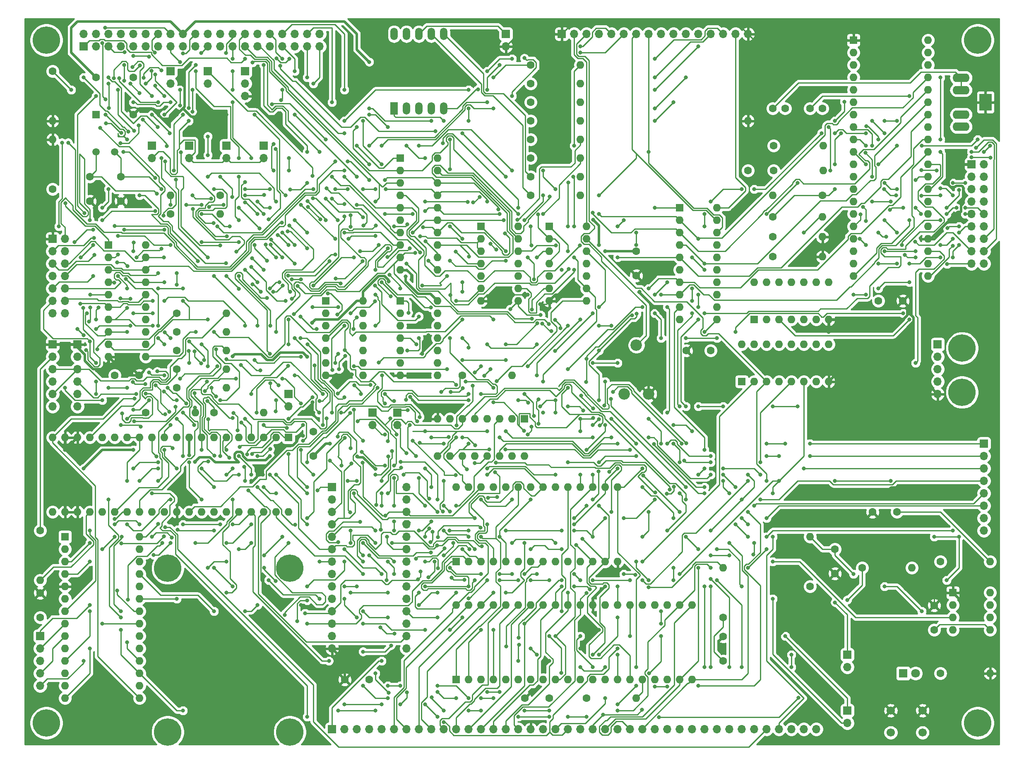
<source format=gbl>
G04 #@! TF.GenerationSoftware,KiCad,Pcbnew,5.1.9+dfsg1-1*
G04 #@! TF.CreationDate,2021-05-06T21:29:49+02:00*
G04 #@! TF.ProjectId,dtz80-complete,64747a38-302d-4636-9f6d-706c6574652e,rev?*
G04 #@! TF.SameCoordinates,Original*
G04 #@! TF.FileFunction,Copper,L2,Bot*
G04 #@! TF.FilePolarity,Positive*
%FSLAX46Y46*%
G04 Gerber Fmt 4.6, Leading zero omitted, Abs format (unit mm)*
G04 Created by KiCad (PCBNEW 5.1.9+dfsg1-1) date 2021-05-06 21:29:49*
%MOMM*%
%LPD*%
G01*
G04 APERTURE LIST*
G04 #@! TA.AperFunction,ComponentPad*
%ADD10O,1.700000X1.700000*%
G04 #@! TD*
G04 #@! TA.AperFunction,ComponentPad*
%ADD11R,1.700000X1.700000*%
G04 #@! TD*
G04 #@! TA.AperFunction,ComponentPad*
%ADD12O,1.600000X1.600000*%
G04 #@! TD*
G04 #@! TA.AperFunction,ComponentPad*
%ADD13C,1.600000*%
G04 #@! TD*
G04 #@! TA.AperFunction,ComponentPad*
%ADD14R,1.600000X1.600000*%
G04 #@! TD*
G04 #@! TA.AperFunction,ComponentPad*
%ADD15R,1.524000X2.524000*%
G04 #@! TD*
G04 #@! TA.AperFunction,ComponentPad*
%ADD16O,1.524000X2.524000*%
G04 #@! TD*
G04 #@! TA.AperFunction,ComponentPad*
%ADD17C,5.600000*%
G04 #@! TD*
G04 #@! TA.AperFunction,ComponentPad*
%ADD18C,1.700000*%
G04 #@! TD*
G04 #@! TA.AperFunction,ComponentPad*
%ADD19C,2.340000*%
G04 #@! TD*
G04 #@! TA.AperFunction,ComponentPad*
%ADD20R,2.500000X3.500000*%
G04 #@! TD*
G04 #@! TA.AperFunction,ComponentPad*
%ADD21O,3.500000X1.750000*%
G04 #@! TD*
G04 #@! TA.AperFunction,ComponentPad*
%ADD22C,1.800000*%
G04 #@! TD*
G04 #@! TA.AperFunction,ComponentPad*
%ADD23R,1.800000X1.800000*%
G04 #@! TD*
G04 #@! TA.AperFunction,ComponentPad*
%ADD24C,1.500000*%
G04 #@! TD*
G04 #@! TA.AperFunction,ViaPad*
%ADD25C,0.800000*%
G04 #@! TD*
G04 #@! TA.AperFunction,Conductor*
%ADD26C,0.500000*%
G04 #@! TD*
G04 #@! TA.AperFunction,Conductor*
%ADD27C,0.250000*%
G04 #@! TD*
G04 #@! TA.AperFunction,Conductor*
%ADD28C,0.254000*%
G04 #@! TD*
G04 #@! TA.AperFunction,Conductor*
%ADD29C,0.100000*%
G04 #@! TD*
G04 APERTURE END LIST*
D10*
X109855000Y-109220000D03*
D11*
X109855000Y-106680000D03*
D12*
X138430000Y-99060000D03*
D13*
X128270000Y-99060000D03*
D10*
X114935000Y-109220000D03*
D11*
X114935000Y-106680000D03*
D10*
X116840000Y-121920000D03*
X101600000Y-154940000D03*
X116840000Y-124460000D03*
X101600000Y-152400000D03*
X116840000Y-127000000D03*
X101600000Y-149860000D03*
X116840000Y-129540000D03*
X101600000Y-147320000D03*
X116840000Y-132080000D03*
X101600000Y-144780000D03*
X116840000Y-134620000D03*
X101600000Y-142240000D03*
X116840000Y-137160000D03*
X101600000Y-139700000D03*
X116840000Y-139700000D03*
X101600000Y-137160000D03*
X116840000Y-142240000D03*
X101600000Y-134620000D03*
X116840000Y-144780000D03*
X101600000Y-132080000D03*
X116840000Y-147320000D03*
X101600000Y-129540000D03*
X116840000Y-149860000D03*
X101600000Y-127000000D03*
X116840000Y-152400000D03*
X101600000Y-124460000D03*
X116840000Y-154940000D03*
D11*
X101600000Y-121920000D03*
D12*
X123190000Y-54610000D03*
X115570000Y-77470000D03*
X123190000Y-57150000D03*
X115570000Y-74930000D03*
X123190000Y-59690000D03*
X115570000Y-72390000D03*
X123190000Y-62230000D03*
X115570000Y-69850000D03*
X123190000Y-64770000D03*
X115570000Y-67310000D03*
X123190000Y-67310000D03*
X115570000Y-64770000D03*
X123190000Y-69850000D03*
X115570000Y-62230000D03*
X123190000Y-72390000D03*
X115570000Y-59690000D03*
X123190000Y-74930000D03*
X115570000Y-57150000D03*
X123190000Y-77470000D03*
D14*
X115570000Y-54610000D03*
D15*
X114300000Y-44450000D03*
D16*
X116840000Y-44450000D03*
X119380000Y-44450000D03*
X121920000Y-44450000D03*
X124460000Y-44450000D03*
X124460000Y-29210000D03*
X121920000Y-29210000D03*
X119380000Y-29210000D03*
X116840000Y-29210000D03*
X114300000Y-29210000D03*
D17*
X230500000Y-102500000D03*
X230500000Y-93500000D03*
D12*
X92710000Y-127000000D03*
X44450000Y-111760000D03*
X90170000Y-127000000D03*
X46990000Y-111760000D03*
X87630000Y-127000000D03*
X49530000Y-111760000D03*
X85090000Y-127000000D03*
X52070000Y-111760000D03*
X82550000Y-127000000D03*
X54610000Y-111760000D03*
X80010000Y-127000000D03*
X57150000Y-111760000D03*
X77470000Y-127000000D03*
X59690000Y-111760000D03*
X74930000Y-127000000D03*
X62230000Y-111760000D03*
X72390000Y-127000000D03*
X64770000Y-111760000D03*
X69850000Y-127000000D03*
X67310000Y-111760000D03*
X67310000Y-127000000D03*
X69850000Y-111760000D03*
X64770000Y-127000000D03*
X72390000Y-111760000D03*
X62230000Y-127000000D03*
X74930000Y-111760000D03*
X59690000Y-127000000D03*
X77470000Y-111760000D03*
X57150000Y-127000000D03*
X80010000Y-111760000D03*
X54610000Y-127000000D03*
X82550000Y-111760000D03*
X52070000Y-127000000D03*
X85090000Y-111760000D03*
X49530000Y-127000000D03*
X87630000Y-111760000D03*
X46990000Y-127000000D03*
X90170000Y-111760000D03*
X44450000Y-127000000D03*
D14*
X92710000Y-111760000D03*
D17*
X93000000Y-172000000D03*
X93000000Y-138500000D03*
X68000000Y-172000000D03*
X68000000Y-138500000D03*
D12*
X127000000Y-121920000D03*
X160020000Y-137160000D03*
X129540000Y-121920000D03*
X157480000Y-137160000D03*
X132080000Y-121920000D03*
X154940000Y-137160000D03*
X134620000Y-121920000D03*
X152400000Y-137160000D03*
X137160000Y-121920000D03*
X149860000Y-137160000D03*
X139700000Y-121920000D03*
X147320000Y-137160000D03*
X142240000Y-121920000D03*
X144780000Y-137160000D03*
X144780000Y-121920000D03*
X142240000Y-137160000D03*
X147320000Y-121920000D03*
X139700000Y-137160000D03*
X149860000Y-121920000D03*
X137160000Y-137160000D03*
X152400000Y-121920000D03*
X134620000Y-137160000D03*
X154940000Y-121920000D03*
X132080000Y-137160000D03*
X157480000Y-121920000D03*
X129540000Y-137160000D03*
X160020000Y-121920000D03*
D14*
X127000000Y-137160000D03*
D12*
X127000000Y-146050000D03*
X175260000Y-161290000D03*
X129540000Y-146050000D03*
X172720000Y-161290000D03*
X132080000Y-146050000D03*
X170180000Y-161290000D03*
X134620000Y-146050000D03*
X167640000Y-161290000D03*
X137160000Y-146050000D03*
X165100000Y-161290000D03*
X139700000Y-146050000D03*
X162560000Y-161290000D03*
X142240000Y-146050000D03*
X160020000Y-161290000D03*
X144780000Y-146050000D03*
X157480000Y-161290000D03*
X147320000Y-146050000D03*
X154940000Y-161290000D03*
X149860000Y-146050000D03*
X152400000Y-161290000D03*
X152400000Y-146050000D03*
X149860000Y-161290000D03*
X154940000Y-146050000D03*
X147320000Y-161290000D03*
X157480000Y-146050000D03*
X144780000Y-161290000D03*
X160020000Y-146050000D03*
X142240000Y-161290000D03*
X162560000Y-146050000D03*
X139700000Y-161290000D03*
X165100000Y-146050000D03*
X137160000Y-161290000D03*
X167640000Y-146050000D03*
X134620000Y-161290000D03*
X170180000Y-146050000D03*
X132080000Y-161290000D03*
X172720000Y-146050000D03*
X129540000Y-161290000D03*
X175260000Y-146050000D03*
D14*
X127000000Y-161290000D03*
D17*
X233680000Y-170180000D03*
X43180000Y-170180000D03*
X43180000Y-30480000D03*
X233680000Y-30480000D03*
D10*
X225500000Y-102870000D03*
X225500000Y-100330000D03*
X225500000Y-97790000D03*
X225500000Y-95250000D03*
D11*
X225500000Y-92710000D03*
D12*
X181610000Y-138430000D03*
D13*
X181610000Y-148590000D03*
D18*
X215900000Y-167640000D03*
X222400000Y-167640000D03*
X215900000Y-172140000D03*
X222400000Y-172140000D03*
D19*
X166370000Y-102870000D03*
X163870000Y-92870000D03*
X161370000Y-102870000D03*
D10*
X186690000Y-29210000D03*
X184150000Y-29210000D03*
X181610000Y-29210000D03*
X179070000Y-29210000D03*
X176530000Y-29210000D03*
X173990000Y-29210000D03*
X171450000Y-29210000D03*
X168910000Y-29210000D03*
X166370000Y-29210000D03*
X163830000Y-29210000D03*
X161290000Y-29210000D03*
X158750000Y-29210000D03*
X156210000Y-29210000D03*
X153670000Y-29210000D03*
X151130000Y-29210000D03*
D11*
X148590000Y-29210000D03*
D12*
X187960000Y-80010000D03*
X203200000Y-87630000D03*
X190500000Y-80010000D03*
X200660000Y-87630000D03*
X193040000Y-80010000D03*
X198120000Y-87630000D03*
X195580000Y-80010000D03*
X195580000Y-87630000D03*
X198120000Y-80010000D03*
X193040000Y-87630000D03*
X200660000Y-80010000D03*
X190500000Y-87630000D03*
X203200000Y-80010000D03*
D14*
X187960000Y-87630000D03*
D12*
X185420000Y-92710000D03*
X203200000Y-100330000D03*
X187960000Y-92710000D03*
X200660000Y-100330000D03*
X190500000Y-92710000D03*
X198120000Y-100330000D03*
X193040000Y-92710000D03*
X195580000Y-100330000D03*
X195580000Y-92710000D03*
X193040000Y-100330000D03*
X198120000Y-92710000D03*
X190500000Y-100330000D03*
X200660000Y-92710000D03*
X187960000Y-100330000D03*
X203200000Y-92710000D03*
D14*
X185420000Y-100330000D03*
D12*
X223520000Y-30480000D03*
X208280000Y-78740000D03*
X223520000Y-33020000D03*
X208280000Y-76200000D03*
X223520000Y-35560000D03*
X208280000Y-73660000D03*
X223520000Y-38100000D03*
X208280000Y-71120000D03*
X223520000Y-40640000D03*
X208280000Y-68580000D03*
X223520000Y-43180000D03*
X208280000Y-66040000D03*
X223520000Y-45720000D03*
X208280000Y-63500000D03*
X223520000Y-48260000D03*
X208280000Y-60960000D03*
X223520000Y-50800000D03*
X208280000Y-58420000D03*
X223520000Y-53340000D03*
X208280000Y-55880000D03*
X223520000Y-55880000D03*
X208280000Y-53340000D03*
X223520000Y-58420000D03*
X208280000Y-50800000D03*
X223520000Y-60960000D03*
X208280000Y-48260000D03*
X223520000Y-63500000D03*
X208280000Y-45720000D03*
X223520000Y-66040000D03*
X208280000Y-43180000D03*
X223520000Y-68580000D03*
X208280000Y-40640000D03*
X223520000Y-71120000D03*
X208280000Y-38100000D03*
X223520000Y-73660000D03*
X208280000Y-35560000D03*
X223520000Y-76200000D03*
X208280000Y-33020000D03*
X223520000Y-78740000D03*
D14*
X208280000Y-30480000D03*
D12*
X236220000Y-160020000D03*
D13*
X226060000Y-160020000D03*
D12*
X191770000Y-62230000D03*
D13*
X201930000Y-62230000D03*
D12*
X202100000Y-57150000D03*
D13*
X191940000Y-57150000D03*
D12*
X202100000Y-52070000D03*
D13*
X191940000Y-52070000D03*
D12*
X201930000Y-66670000D03*
D13*
X191770000Y-66670000D03*
D12*
X186690000Y-46990000D03*
D13*
X186690000Y-57150000D03*
D12*
X201930000Y-74770000D03*
D13*
X191770000Y-74770000D03*
D12*
X201930000Y-70720000D03*
D13*
X191770000Y-70720000D03*
D10*
X207010000Y-158750000D03*
D11*
X207010000Y-156210000D03*
D10*
X207010000Y-170180000D03*
D11*
X207010000Y-167640000D03*
D10*
X234950000Y-76200000D03*
X232410000Y-76200000D03*
X234950000Y-73660000D03*
X232410000Y-73660000D03*
X234950000Y-71120000D03*
X232410000Y-71120000D03*
X234950000Y-68580000D03*
X232410000Y-68580000D03*
X234950000Y-66040000D03*
X232410000Y-66040000D03*
X234950000Y-63500000D03*
X232410000Y-63500000D03*
X234950000Y-60960000D03*
X232410000Y-60960000D03*
X234950000Y-58420000D03*
X232410000Y-58420000D03*
X234950000Y-55880000D03*
D11*
X232410000Y-55880000D03*
D20*
X235276000Y-43180000D03*
D21*
X230270000Y-48180000D03*
X230270000Y-38180000D03*
X230270000Y-45680000D03*
X230270000Y-40680000D03*
D22*
X220980000Y-160020000D03*
D23*
X218440000Y-160020000D03*
D13*
X62150000Y-99060000D03*
X57150000Y-99060000D03*
X41910000Y-143590000D03*
X41910000Y-148590000D03*
X97790000Y-110570000D03*
X97790000Y-115570000D03*
X194270000Y-44450000D03*
X191770000Y-44450000D03*
X201890000Y-44450000D03*
X199390000Y-44450000D03*
D24*
X57140000Y-53340000D03*
X53340000Y-53340000D03*
D13*
X60960000Y-45720000D03*
X60960000Y-38100000D03*
X53340000Y-38100000D03*
D14*
X53340000Y-45720000D03*
D12*
X63500000Y-72390000D03*
X55880000Y-95250000D03*
X63500000Y-74930000D03*
X55880000Y-92710000D03*
X63500000Y-77470000D03*
X55880000Y-90170000D03*
X63500000Y-80010000D03*
X55880000Y-87630000D03*
X63500000Y-82550000D03*
X55880000Y-85090000D03*
X63500000Y-85090000D03*
X55880000Y-82550000D03*
X63500000Y-87630000D03*
X55880000Y-80010000D03*
X63500000Y-90170000D03*
X55880000Y-77470000D03*
X63500000Y-92710000D03*
X55880000Y-74930000D03*
X63500000Y-95250000D03*
D14*
X55880000Y-72390000D03*
D12*
X236220000Y-143510000D03*
X228600000Y-151130000D03*
X236220000Y-146050000D03*
X228600000Y-148590000D03*
X236220000Y-148590000D03*
X228600000Y-146050000D03*
X236220000Y-151130000D03*
D14*
X228600000Y-143510000D03*
D12*
X107950000Y-83820000D03*
X100330000Y-99060000D03*
X107950000Y-86360000D03*
X100330000Y-96520000D03*
X107950000Y-88900000D03*
X100330000Y-93980000D03*
X107950000Y-91440000D03*
X100330000Y-91440000D03*
X107950000Y-93980000D03*
X100330000Y-88900000D03*
X107950000Y-96520000D03*
X100330000Y-86360000D03*
X107950000Y-99060000D03*
D14*
X100330000Y-83820000D03*
D12*
X180340000Y-64770000D03*
X172720000Y-87630000D03*
X180340000Y-67310000D03*
X172720000Y-85090000D03*
X180340000Y-69850000D03*
X172720000Y-82550000D03*
X180340000Y-72390000D03*
X172720000Y-80010000D03*
X180340000Y-74930000D03*
X172720000Y-77470000D03*
X180340000Y-77470000D03*
X172720000Y-74930000D03*
X180340000Y-80010000D03*
X172720000Y-72390000D03*
X180340000Y-82550000D03*
X172720000Y-69850000D03*
X180340000Y-85090000D03*
X172720000Y-67310000D03*
X180340000Y-87630000D03*
D14*
X172720000Y-64770000D03*
D12*
X140970000Y-115570000D03*
X123190000Y-107950000D03*
X138430000Y-115570000D03*
X125730000Y-107950000D03*
X135890000Y-115570000D03*
X128270000Y-107950000D03*
X133350000Y-115570000D03*
X130810000Y-107950000D03*
X130810000Y-115570000D03*
X133350000Y-107950000D03*
X128270000Y-115570000D03*
X135890000Y-107950000D03*
X125730000Y-115570000D03*
X138430000Y-107950000D03*
X123190000Y-115570000D03*
D14*
X140970000Y-107950000D03*
D12*
X139700000Y-68580000D03*
X132080000Y-83820000D03*
X139700000Y-71120000D03*
X132080000Y-81280000D03*
X139700000Y-73660000D03*
X132080000Y-78740000D03*
X139700000Y-76200000D03*
X132080000Y-76200000D03*
X139700000Y-78740000D03*
X132080000Y-73660000D03*
X139700000Y-81280000D03*
X132080000Y-71120000D03*
X139700000Y-83820000D03*
D14*
X132080000Y-68580000D03*
D12*
X123190000Y-83820000D03*
X115570000Y-99060000D03*
X123190000Y-86360000D03*
X115570000Y-96520000D03*
X123190000Y-88900000D03*
X115570000Y-93980000D03*
X123190000Y-91440000D03*
X115570000Y-91440000D03*
X123190000Y-93980000D03*
X115570000Y-88900000D03*
X123190000Y-96520000D03*
X115570000Y-86360000D03*
X123190000Y-99060000D03*
D14*
X115570000Y-83820000D03*
D12*
X153670000Y-68580000D03*
X146050000Y-83820000D03*
X153670000Y-71120000D03*
X146050000Y-81280000D03*
X153670000Y-73660000D03*
X146050000Y-78740000D03*
X153670000Y-76200000D03*
X146050000Y-76200000D03*
X153670000Y-78740000D03*
X146050000Y-73660000D03*
X153670000Y-81280000D03*
X146050000Y-71120000D03*
X153670000Y-83820000D03*
D14*
X146050000Y-68580000D03*
D12*
X80010000Y-90170000D03*
D13*
X69850000Y-90170000D03*
D12*
X41910000Y-140970000D03*
D13*
X41910000Y-130810000D03*
D12*
X80010000Y-97790000D03*
D13*
X69850000Y-97790000D03*
D12*
X44450000Y-50800000D03*
D13*
X44450000Y-60960000D03*
D12*
X152400000Y-35560000D03*
D13*
X142240000Y-35560000D03*
D12*
X152400000Y-39370000D03*
D13*
X142240000Y-39370000D03*
D12*
X152400000Y-43180000D03*
D13*
X142240000Y-43180000D03*
D12*
X152400000Y-46990000D03*
D13*
X142240000Y-46990000D03*
D12*
X152400000Y-50800000D03*
D13*
X142240000Y-50800000D03*
D12*
X152400000Y-54610000D03*
D13*
X142240000Y-54610000D03*
D12*
X163830000Y-165100000D03*
D13*
X153670000Y-165100000D03*
D12*
X152400000Y-58420000D03*
D13*
X142240000Y-58420000D03*
D12*
X152400000Y-62230000D03*
D13*
X142240000Y-62230000D03*
D12*
X236220000Y-137160000D03*
D13*
X226060000Y-137160000D03*
D12*
X199390000Y-132080000D03*
D13*
X199390000Y-142240000D03*
D12*
X220210000Y-138430000D03*
D13*
X210050000Y-138430000D03*
D12*
X80010000Y-86360000D03*
D13*
X69850000Y-86360000D03*
D12*
X73660000Y-106680000D03*
D13*
X63500000Y-106680000D03*
D12*
X80010000Y-93980000D03*
D13*
X69850000Y-93980000D03*
D12*
X87630000Y-106680000D03*
D13*
X77470000Y-106680000D03*
D12*
X80010000Y-101600000D03*
D13*
X69850000Y-101600000D03*
D12*
X44450000Y-46990000D03*
D13*
X44450000Y-36830000D03*
D12*
X78740000Y-66040000D03*
D13*
X68580000Y-66040000D03*
D12*
X68580000Y-62230000D03*
D13*
X78740000Y-62230000D03*
D10*
X137160000Y-31750000D03*
D11*
X137160000Y-29210000D03*
D10*
X76200000Y-39370000D03*
D11*
X76200000Y-36830000D03*
D10*
X68580000Y-39370000D03*
D11*
X68580000Y-36830000D03*
D10*
X87630000Y-54610000D03*
D11*
X87630000Y-52070000D03*
D10*
X80010000Y-54610000D03*
D11*
X80010000Y-52070000D03*
D10*
X72390000Y-54610000D03*
D11*
X72390000Y-52070000D03*
D10*
X64770000Y-54610000D03*
D11*
X64770000Y-52070000D03*
D10*
X92710000Y-105410000D03*
D11*
X92710000Y-102870000D03*
D10*
X99060000Y-29210000D03*
X99060000Y-31750000D03*
X96520000Y-29210000D03*
X96520000Y-31750000D03*
X93980000Y-29210000D03*
X93980000Y-31750000D03*
X91440000Y-29210000D03*
X91440000Y-31750000D03*
X88900000Y-29210000D03*
X88900000Y-31750000D03*
X86360000Y-29210000D03*
X86360000Y-31750000D03*
X83820000Y-29210000D03*
X83820000Y-31750000D03*
X81280000Y-29210000D03*
X81280000Y-31750000D03*
X78740000Y-29210000D03*
X78740000Y-31750000D03*
X76200000Y-29210000D03*
X76200000Y-31750000D03*
X73660000Y-29210000D03*
X73660000Y-31750000D03*
X71120000Y-29210000D03*
X71120000Y-31750000D03*
X68580000Y-29210000D03*
X68580000Y-31750000D03*
X66040000Y-29210000D03*
X66040000Y-31750000D03*
X63500000Y-29210000D03*
X63500000Y-31750000D03*
X60960000Y-29210000D03*
X60960000Y-31750000D03*
X58420000Y-29210000D03*
X58420000Y-31750000D03*
X55880000Y-29210000D03*
X55880000Y-31750000D03*
X53340000Y-29210000D03*
X53340000Y-31750000D03*
X50800000Y-29210000D03*
D11*
X50800000Y-31750000D03*
D10*
X83820000Y-41910000D03*
X83820000Y-39370000D03*
D11*
X83820000Y-36830000D03*
D10*
X234950000Y-130810000D03*
X234950000Y-128270000D03*
X234950000Y-125730000D03*
X234950000Y-123190000D03*
X234950000Y-120650000D03*
X234950000Y-118110000D03*
X234950000Y-115570000D03*
D11*
X234950000Y-113030000D03*
D10*
X44450000Y-105410000D03*
X44450000Y-102870000D03*
X44450000Y-100330000D03*
X44450000Y-97790000D03*
X44450000Y-95250000D03*
D11*
X44450000Y-92710000D03*
D10*
X200660000Y-171450000D03*
X198120000Y-171450000D03*
X195580000Y-171450000D03*
X193040000Y-171450000D03*
X190500000Y-171450000D03*
X187960000Y-171450000D03*
X185420000Y-171450000D03*
X182880000Y-171450000D03*
X180340000Y-171450000D03*
X177800000Y-171450000D03*
X175260000Y-171450000D03*
X172720000Y-171450000D03*
X170180000Y-171450000D03*
X167640000Y-171450000D03*
X165100000Y-171450000D03*
X162560000Y-171450000D03*
X160020000Y-171450000D03*
X157480000Y-171450000D03*
X154940000Y-171450000D03*
X152400000Y-171450000D03*
X149860000Y-171450000D03*
X147320000Y-171450000D03*
X144780000Y-171450000D03*
X142240000Y-171450000D03*
X139700000Y-171450000D03*
X137160000Y-171450000D03*
X134620000Y-171450000D03*
X132080000Y-171450000D03*
X129540000Y-171450000D03*
X127000000Y-171450000D03*
X124460000Y-171450000D03*
X121920000Y-171450000D03*
X119380000Y-171450000D03*
X116840000Y-171450000D03*
X114300000Y-171450000D03*
X111760000Y-171450000D03*
X109220000Y-171450000D03*
X106680000Y-171450000D03*
X104140000Y-171450000D03*
D11*
X101600000Y-171450000D03*
D10*
X46990000Y-86360000D03*
X44450000Y-86360000D03*
X46990000Y-83820000D03*
X44450000Y-83820000D03*
X46990000Y-81280000D03*
X44450000Y-81280000D03*
X46990000Y-78740000D03*
X44450000Y-78740000D03*
X46990000Y-76200000D03*
X44450000Y-76200000D03*
X46990000Y-73660000D03*
X44450000Y-73660000D03*
X46990000Y-71120000D03*
D11*
X44450000Y-71120000D03*
D10*
X41910000Y-162560000D03*
X41910000Y-160020000D03*
X41910000Y-157480000D03*
X41910000Y-154940000D03*
D11*
X41910000Y-152400000D03*
D10*
X49530000Y-105410000D03*
X49530000Y-102870000D03*
X49530000Y-100330000D03*
X49530000Y-97790000D03*
X49530000Y-95250000D03*
D11*
X49530000Y-92710000D03*
D12*
X62230000Y-132080000D03*
X46990000Y-165100000D03*
X62230000Y-134620000D03*
X46990000Y-162560000D03*
X62230000Y-137160000D03*
X46990000Y-160020000D03*
X62230000Y-139700000D03*
X46990000Y-157480000D03*
X62230000Y-142240000D03*
X46990000Y-154940000D03*
X62230000Y-144780000D03*
X46990000Y-152400000D03*
X62230000Y-147320000D03*
X46990000Y-149860000D03*
X62230000Y-149860000D03*
X46990000Y-147320000D03*
X62230000Y-152400000D03*
X46990000Y-144780000D03*
X62230000Y-154940000D03*
X46990000Y-142240000D03*
X62230000Y-157480000D03*
X46990000Y-139700000D03*
X62230000Y-160020000D03*
X46990000Y-137160000D03*
X62230000Y-162560000D03*
X46990000Y-134620000D03*
X62230000Y-165100000D03*
D14*
X46990000Y-132080000D03*
D13*
X141050000Y-165100000D03*
X146050000Y-165100000D03*
X218360000Y-83820000D03*
X213360000Y-83820000D03*
X217170000Y-127000000D03*
X212170000Y-127000000D03*
X224790000Y-146130000D03*
X224790000Y-151130000D03*
X204470000Y-139620000D03*
X204470000Y-134620000D03*
X104220000Y-161290000D03*
X109220000Y-161290000D03*
X163830000Y-78660000D03*
X163830000Y-73660000D03*
X181610000Y-152480000D03*
X181610000Y-157480000D03*
X174070000Y-93980000D03*
X179070000Y-93980000D03*
X58420000Y-63420000D03*
X58420000Y-58420000D03*
X52070000Y-63420000D03*
X52070000Y-58420000D03*
D25*
X218000000Y-122000000D03*
X214500000Y-123500000D03*
X201930000Y-143510000D03*
X193040000Y-152400000D03*
X144780000Y-158750000D03*
X146050000Y-157480000D03*
X152400000Y-154940000D03*
X156210000Y-151130000D03*
X232410000Y-148590000D03*
X80010000Y-45720000D03*
X46990000Y-114300000D03*
X46990000Y-118110000D03*
X157480000Y-142240000D03*
X97790000Y-106680000D03*
X87449988Y-119337816D03*
X151130000Y-82550000D03*
X212090000Y-132080000D03*
X95635727Y-111417092D03*
X105670045Y-98864135D03*
X203200000Y-90170000D03*
X71210010Y-38100000D03*
X97597885Y-104532442D03*
X166370000Y-95250000D03*
X117566492Y-103458666D03*
X97155000Y-146685000D03*
X95250000Y-146050000D03*
X88900000Y-144145000D03*
X84455000Y-122555000D03*
X85090000Y-120650000D03*
X169545000Y-86995000D03*
X164465000Y-81915000D03*
X120015000Y-94615000D03*
X121285000Y-90805000D03*
X121285000Y-88900000D03*
X120916998Y-86716006D03*
X141605000Y-82550000D03*
X144145000Y-84455000D03*
X65779030Y-61925359D03*
X137160000Y-73660000D03*
X137160000Y-75565000D03*
X125730000Y-75565000D03*
X125095000Y-78740000D03*
X120015000Y-80645000D03*
X119380000Y-86995000D03*
X88265000Y-75565000D03*
X85725000Y-72390000D03*
X80645000Y-68580000D03*
X74930000Y-66040000D03*
X68580000Y-64135000D03*
X110393499Y-80695817D03*
X101086635Y-75686635D03*
X92637885Y-78649990D03*
X66675000Y-60960000D03*
X73025000Y-62230000D03*
X76835000Y-62865000D03*
X96520000Y-95250000D03*
X163830000Y-72390000D03*
X163830000Y-69850000D03*
X60960000Y-114300000D03*
X50800000Y-118110000D03*
X88900000Y-115570000D03*
X106777367Y-115667367D03*
X72347816Y-115389988D03*
X73562634Y-116742634D03*
X157480000Y-73660000D03*
X156210000Y-72390000D03*
X155015169Y-67234839D03*
X116655724Y-78834979D03*
X226060000Y-53340000D03*
X226060000Y-50800000D03*
X226060000Y-38100000D03*
X116840000Y-124460000D03*
X116840000Y-121920000D03*
X101134976Y-113054226D03*
X97565161Y-88284841D03*
X110490000Y-118200010D03*
X81280000Y-95159990D03*
X109220000Y-34925000D03*
X113225865Y-79814135D03*
X141605000Y-111125000D03*
X142875000Y-107315000D03*
X140970000Y-102870000D03*
X142375526Y-109544141D03*
X208280000Y-139700000D03*
X214630000Y-142240000D03*
X222250000Y-147320000D03*
X160020000Y-156210000D03*
X151130000Y-130810000D03*
X148590000Y-130810000D03*
X137160000Y-130810000D03*
X154940000Y-132080000D03*
X157480000Y-128270000D03*
X161290000Y-128270000D03*
X167640000Y-124460000D03*
X172720000Y-116840000D03*
X171450000Y-113030000D03*
X173990000Y-105410000D03*
X176530000Y-87630000D03*
X176530000Y-85090000D03*
X176530000Y-82550000D03*
X177800000Y-77470000D03*
X175260000Y-74930000D03*
X176530000Y-71120000D03*
X156210000Y-66040000D03*
X139700000Y-66040000D03*
X77470000Y-147320000D03*
X83820000Y-147320000D03*
X86360000Y-146050000D03*
X131951857Y-130179977D03*
X123232774Y-132130100D03*
X119184135Y-140774135D03*
X119724528Y-139160737D03*
X96099234Y-147727558D03*
X146050000Y-167640000D03*
X140970000Y-167640000D03*
X160020000Y-166370000D03*
X163830000Y-162560000D03*
X167640000Y-162690003D03*
X170180000Y-162690003D03*
X176530000Y-162560000D03*
X186690000Y-127000000D03*
X182880000Y-123190000D03*
X181610000Y-120650000D03*
X134620000Y-165100000D03*
X132080000Y-165100000D03*
X127000000Y-165100000D03*
X123190000Y-163830000D03*
X115570000Y-166370000D03*
X111760000Y-166370000D03*
X104140000Y-166370000D03*
X116937367Y-163927367D03*
X174108772Y-112952980D03*
X74812398Y-33126751D03*
X73750010Y-35560000D03*
X72299990Y-44377885D03*
X72299990Y-46990000D03*
X61219256Y-103824753D03*
X154940000Y-156210000D03*
X107950000Y-137160000D03*
X138430000Y-133350000D03*
X147320000Y-133350000D03*
X152839135Y-132519136D03*
X107950000Y-139700000D03*
X156210000Y-125730000D03*
X154940000Y-124460000D03*
X163830000Y-115570000D03*
X163830000Y-113030000D03*
X158750000Y-107950000D03*
X172720000Y-105410000D03*
X175260000Y-86360000D03*
X175260000Y-83820000D03*
X175260000Y-81280000D03*
X177800000Y-76200000D03*
X156210000Y-116840000D03*
X156111474Y-118740023D03*
X152324839Y-72465161D03*
X82550000Y-134620000D03*
X85090000Y-133350000D03*
X104140000Y-49530000D03*
X132270891Y-134053032D03*
X139700000Y-157480000D03*
X151130000Y-129540000D03*
X143510000Y-139700000D03*
X177800000Y-158750000D03*
X177800000Y-142240000D03*
X137251000Y-154475043D03*
X139826952Y-154183375D03*
X160020000Y-118110000D03*
X154940000Y-109220000D03*
X156210000Y-104140000D03*
X167640000Y-82550000D03*
X170180000Y-80010000D03*
X111760000Y-55880000D03*
X107950000Y-46990000D03*
X57150000Y-129540000D03*
X62230000Y-129540000D03*
X80010000Y-133350000D03*
X85090000Y-129540000D03*
X163927366Y-86457366D03*
X156210000Y-93980000D03*
X120650000Y-63500000D03*
X177800000Y-68580000D03*
X177800000Y-66040000D03*
X179070000Y-63500000D03*
X185420000Y-60960000D03*
X187960000Y-60960000D03*
X204470000Y-49530000D03*
X210820000Y-49530000D03*
X214630000Y-46990000D03*
X217170000Y-46990000D03*
X201749988Y-49487816D03*
X133983678Y-72146818D03*
X135195149Y-73358288D03*
X156198481Y-107996153D03*
X129384086Y-63608229D03*
X147260641Y-87720963D03*
X148318974Y-89415706D03*
X123190000Y-148590000D03*
X146050000Y-152400000D03*
X148514835Y-159944843D03*
X148590000Y-140970000D03*
X182880000Y-158750000D03*
X139758365Y-152733364D03*
X179070000Y-140747806D03*
X152400000Y-119380000D03*
X152400000Y-110490000D03*
X152400000Y-107950000D03*
X168910000Y-82550000D03*
X155025260Y-105869966D03*
X155014051Y-107769988D03*
X162974161Y-86774161D03*
X52070000Y-133350000D03*
X71120000Y-129540000D03*
X78740000Y-129540000D03*
X81280000Y-129540000D03*
X58517367Y-133447367D03*
X153670000Y-95689413D03*
X116840000Y-76200000D03*
X152580012Y-103169668D03*
X104140000Y-69850000D03*
X100330000Y-67310000D03*
X91440000Y-40640000D03*
X93980000Y-36830000D03*
X67217510Y-131987519D03*
X100965000Y-157480000D03*
X107950000Y-155575000D03*
X113665000Y-154305000D03*
X112941406Y-74868272D03*
X96616500Y-63449183D03*
X89629979Y-57150000D03*
X89629979Y-51716902D03*
X91218216Y-42744935D03*
X153568294Y-100431706D03*
X142510008Y-87453341D03*
X173990000Y-124460000D03*
X182880000Y-133350000D03*
X80010000Y-143510000D03*
X96520000Y-116840000D03*
X92710000Y-72390000D03*
X79892412Y-33126738D03*
X102714712Y-86600589D03*
X90496198Y-70352125D03*
X88681999Y-67137682D03*
X90079990Y-52713908D03*
X105319990Y-106752115D03*
X104335160Y-95054840D03*
X103068572Y-97783388D03*
X100748111Y-82329445D03*
X198120000Y-118110000D03*
X189230000Y-119380000D03*
X181610000Y-118110000D03*
X179070000Y-116840000D03*
X167682184Y-123009988D03*
X173661081Y-116501783D03*
X110490000Y-119380000D03*
X124460000Y-113030000D03*
X130810000Y-116970003D03*
X135109242Y-116934979D03*
X104775000Y-120650000D03*
X106680000Y-120650000D03*
X119575160Y-112834840D03*
X113120002Y-115660002D03*
X67462026Y-130087497D03*
X61130585Y-108414536D03*
X69585100Y-105496471D03*
X73563923Y-105661252D03*
X146050000Y-140970000D03*
X142240000Y-140970000D03*
X139700000Y-140970000D03*
X135890000Y-140970000D03*
X133350000Y-140970000D03*
X129540000Y-144649997D03*
X127000000Y-143510000D03*
X119380000Y-143510000D03*
X113030000Y-143510000D03*
X105410000Y-143510000D03*
X166370000Y-127000000D03*
X165100000Y-132080000D03*
X153627172Y-143549865D03*
X77470000Y-130810000D03*
X59690000Y-153670000D03*
X59841803Y-144931802D03*
X77470000Y-121920000D03*
X72390000Y-96520000D03*
X67310000Y-92710000D03*
X66040000Y-91440000D03*
X66040000Y-88900000D03*
X70016280Y-130643720D03*
X76242183Y-116659989D03*
X77527421Y-115485127D03*
X72317180Y-94052820D03*
X59780010Y-76733249D03*
X57629979Y-75935488D03*
X57785000Y-74295000D03*
X59690000Y-50800000D03*
X55245000Y-45720000D03*
X55245000Y-42545000D03*
X54610001Y-31050283D03*
X55231540Y-27913079D03*
X66880357Y-133349992D03*
X73464135Y-102674135D03*
X59427599Y-79357279D03*
X99060000Y-144780000D03*
X88645678Y-140960359D03*
X52070000Y-130810000D03*
X57150000Y-128400003D03*
X59690000Y-120650000D03*
X165100000Y-137160000D03*
X151130000Y-142240000D03*
X149860000Y-143510000D03*
X154359156Y-142868526D03*
X132080000Y-167640000D03*
X129540000Y-167640000D03*
X124460000Y-167640000D03*
X113030000Y-165100000D03*
X107950000Y-162560000D03*
X121962183Y-164919989D03*
X74930000Y-124460000D03*
X72390000Y-116840000D03*
X71120000Y-115570000D03*
X69850000Y-107950000D03*
X53340000Y-87630000D03*
X70485000Y-34925000D03*
X70485000Y-40640000D03*
X70485000Y-43815000D03*
X71120000Y-45720000D03*
X69215000Y-57150000D03*
X66040000Y-78105000D03*
X53860022Y-85180010D03*
X55880000Y-101600000D03*
X59724447Y-101600000D03*
X63490619Y-102753335D03*
X67487158Y-107007783D03*
X90095689Y-141145161D03*
X87720010Y-138430000D03*
X171450000Y-140970000D03*
X171450000Y-138430000D03*
X158750000Y-127000000D03*
X147320000Y-106680000D03*
X147320000Y-104140000D03*
X144780000Y-100330000D03*
X158305742Y-118798938D03*
X151130000Y-74930000D03*
X149860000Y-73660000D03*
X64770000Y-132080000D03*
X68844779Y-132206951D03*
X81280000Y-34290000D03*
X81280000Y-36830000D03*
X81280000Y-40640000D03*
X81280000Y-43180000D03*
X85090000Y-54610000D03*
X86360000Y-63500000D03*
X88900000Y-64770000D03*
X102870000Y-85090000D03*
X106038982Y-89596864D03*
X106671330Y-87195847D03*
X92905160Y-68384840D03*
X97579967Y-85090000D03*
X104212820Y-93907180D03*
X93052781Y-81964834D03*
X127000000Y-100965000D03*
X128905000Y-100330000D03*
X134620000Y-101600000D03*
X144145000Y-105410000D03*
X96520000Y-168910000D03*
X64770000Y-123190000D03*
X65684968Y-115674636D03*
X68580000Y-109220000D03*
X66040000Y-120650000D03*
X160020000Y-148590000D03*
X156210000Y-156210000D03*
X157480000Y-165100000D03*
X193040000Y-120650000D03*
X172720000Y-139700000D03*
X161290000Y-139700000D03*
X160020000Y-142240000D03*
X173990000Y-121920000D03*
X191770000Y-123190000D03*
X163634136Y-139895865D03*
X52070000Y-154940000D03*
X58420000Y-147320000D03*
X60960000Y-118110000D03*
X66040000Y-116840000D03*
X74930000Y-114300000D03*
X58600012Y-132037816D03*
X106832737Y-108494995D03*
X100455464Y-107898748D03*
X73025000Y-40640000D03*
X73025000Y-45085000D03*
X76200000Y-50165000D03*
X76200000Y-53975000D03*
X77470000Y-60960000D03*
X69850000Y-78105000D03*
X74930000Y-92710000D03*
X76200000Y-97155000D03*
X76062735Y-100334977D03*
X69850000Y-80554990D03*
X77397885Y-67872885D03*
X113026351Y-112517349D03*
X114844990Y-111125000D03*
X69010011Y-113937903D03*
X52070000Y-147320000D03*
X68580000Y-133350000D03*
X80010000Y-119380000D03*
X81280000Y-118110000D03*
X80576929Y-115892249D03*
X65068428Y-135781251D03*
X123190000Y-124460000D03*
X151130000Y-128270000D03*
X153670000Y-125730000D03*
X163830000Y-137160000D03*
X166370000Y-140970000D03*
X168910000Y-147320000D03*
X168910000Y-149860000D03*
X168910000Y-152400000D03*
X166475626Y-159975304D03*
X135375929Y-123945930D03*
X133530012Y-124157349D03*
X115666501Y-116789183D03*
X154940000Y-158750000D03*
X152400000Y-152400000D03*
X148590000Y-147320000D03*
X185420000Y-158750000D03*
X180340000Y-140970000D03*
X177800000Y-86360000D03*
X177800000Y-114300000D03*
X177800000Y-118110000D03*
X176530000Y-119380000D03*
X172720000Y-123190000D03*
X170180000Y-130810000D03*
X158750000Y-88900000D03*
X52070000Y-137160000D03*
X54610000Y-134620000D03*
X57150000Y-132080000D03*
X59690000Y-129540000D03*
X68580000Y-124460000D03*
X78740000Y-115570000D03*
X83820000Y-107950000D03*
X85090000Y-102870000D03*
X92710000Y-92710000D03*
X92710000Y-87630000D03*
X81317493Y-107769989D03*
X120650000Y-54610000D03*
X116840000Y-52070000D03*
X113030000Y-48260000D03*
X109220000Y-45720000D03*
X104140000Y-40640000D03*
X156210000Y-88900000D03*
X93784840Y-86555160D03*
X118625269Y-73973055D03*
X145979375Y-88592330D03*
X92615021Y-97115337D03*
X147320000Y-152400000D03*
X179070000Y-158750000D03*
X179070000Y-142240000D03*
X166370000Y-81280000D03*
X157480000Y-100330000D03*
X157480000Y-109220000D03*
X153670000Y-114300000D03*
X154940000Y-119380000D03*
X62230000Y-120650000D03*
X66040000Y-118110000D03*
X105410000Y-130810000D03*
X105410000Y-133350000D03*
X109220000Y-135890000D03*
X112805674Y-140970004D03*
X102811135Y-111574184D03*
X82687721Y-113708001D03*
X95635727Y-109220000D03*
X101600000Y-58420000D03*
X96520000Y-53340000D03*
X87630000Y-35560000D03*
X91440000Y-34290000D03*
X111485011Y-150585000D03*
X105313499Y-127050817D03*
X114390010Y-151855000D03*
X157281281Y-105217695D03*
X111125000Y-72390000D03*
X107315000Y-73660000D03*
X106045000Y-74930000D03*
X97790000Y-80645000D03*
X95250000Y-79375000D03*
X93345000Y-79375000D03*
X90805000Y-80010000D03*
X88900000Y-81280000D03*
X88265000Y-83185000D03*
X88900000Y-94615000D03*
X91440000Y-99695000D03*
X95250000Y-104775000D03*
X157480000Y-158750000D03*
X152400000Y-158750000D03*
X142240000Y-154940000D03*
X143510000Y-156210000D03*
X163830000Y-158750000D03*
X165100000Y-118110000D03*
X168910000Y-113030000D03*
X166370000Y-107950000D03*
X170180000Y-106680000D03*
X170180000Y-85090000D03*
X160020000Y-74930000D03*
X104140000Y-58420000D03*
X99060000Y-53340000D03*
X85343248Y-35059289D03*
X150055865Y-77274135D03*
X66021323Y-129473639D03*
X85246219Y-115110198D03*
X92710000Y-107950000D03*
X104140000Y-88900000D03*
X105410000Y-86360000D03*
X121844830Y-85165170D03*
X97646288Y-103533602D03*
X125802115Y-82622115D03*
X110423719Y-83922843D03*
X113652346Y-82927665D03*
X101652680Y-97931102D03*
X160020000Y-154940000D03*
X162560000Y-152400000D03*
X191770000Y-144780000D03*
X166327816Y-142420012D03*
X124460000Y-169999997D03*
X123190000Y-168910000D03*
X120650000Y-166370000D03*
X110490000Y-167640000D03*
X102870000Y-167640000D03*
X71120000Y-167640000D03*
X220980000Y-96520000D03*
X215900000Y-120650000D03*
X204470000Y-120650000D03*
X190500000Y-134620000D03*
X186690000Y-138430000D03*
X58420000Y-151130000D03*
X58420000Y-148590000D03*
X55880000Y-124460000D03*
X53340000Y-102870000D03*
X53340000Y-100330000D03*
X53340000Y-41910000D03*
X71120000Y-33200003D03*
X50995865Y-65844135D03*
X50709990Y-85255328D03*
X66696694Y-36664781D03*
X63054966Y-38142189D03*
X51344990Y-93907885D03*
X142240000Y-134620000D03*
X148590000Y-134620000D03*
X151569134Y-133789135D03*
X129720011Y-134577817D03*
X147320000Y-60960000D03*
X144780000Y-57150000D03*
X138430000Y-57150000D03*
X119380000Y-52070000D03*
X77470000Y-138430000D03*
X81280000Y-142240000D03*
X96520000Y-149860000D03*
X110490000Y-63500000D03*
X90170000Y-90170000D03*
X87630000Y-109220000D03*
X86229997Y-106680000D03*
X73660000Y-133350000D03*
X81280000Y-124460000D03*
X83820000Y-120650000D03*
X83628869Y-117752843D03*
X84250012Y-115197358D03*
X154940008Y-65784832D03*
X92389043Y-109850022D03*
X110532183Y-68399989D03*
X90682660Y-101087340D03*
X69850000Y-144780000D03*
X76200000Y-138430000D03*
X80010000Y-137160000D03*
X91440000Y-132080000D03*
X96520000Y-121920000D03*
X116970003Y-93980000D03*
X119380000Y-91440000D03*
X117229977Y-86241061D03*
X111760000Y-80010000D03*
X102235000Y-71120000D03*
X95250000Y-64135000D03*
X92075000Y-62230000D03*
X85725000Y-45720000D03*
X110903237Y-101627028D03*
X87720010Y-135890000D03*
X52070000Y-146050000D03*
X57694990Y-143120208D03*
X54610000Y-149860000D03*
X50800000Y-157480000D03*
X189230000Y-124460000D03*
X184150000Y-121920000D03*
X181610000Y-119380000D03*
X179070000Y-119380000D03*
X166370000Y-111760000D03*
X158750000Y-111760000D03*
X135890000Y-111760000D03*
X96520000Y-142240000D03*
X121920000Y-111760000D03*
X128270000Y-111760000D03*
X130894767Y-113336963D03*
X96520000Y-145105021D03*
X125465222Y-111633049D03*
X104140000Y-137160000D03*
X102827460Y-133169999D03*
X107315000Y-128995000D03*
X110686570Y-125533429D03*
X115765160Y-117914840D03*
X94493365Y-149346635D03*
X59690000Y-107950000D03*
X69850000Y-104140000D03*
X61590596Y-102896243D03*
X67237885Y-102325010D03*
X76110242Y-104292666D03*
X72390000Y-92075000D03*
X75474990Y-95885000D03*
X80010000Y-95794990D03*
X88995517Y-100685032D03*
X65844134Y-98248214D03*
X86928581Y-98052564D03*
X53579979Y-93758963D03*
X152400000Y-33020000D03*
X140956905Y-34152782D03*
X138430000Y-41910000D03*
X134620000Y-44450000D03*
X111760000Y-52070000D03*
X67310000Y-80010000D03*
X152400000Y-31750000D03*
X135890000Y-35560000D03*
X133350000Y-40640000D03*
X133350000Y-43180000D03*
X109220000Y-52070000D03*
X104140000Y-57150000D03*
X138430000Y-34290000D03*
X133350000Y-36830000D03*
X129540000Y-40640000D03*
X104140000Y-46990000D03*
X67219990Y-74930000D03*
X160020000Y-167640000D03*
X179070000Y-138430000D03*
X190500000Y-120650000D03*
X142240000Y-68580000D03*
X140970000Y-67310000D03*
X144780000Y-62230000D03*
X137160000Y-58420000D03*
X128270000Y-49530000D03*
X129540000Y-46990000D03*
X129540000Y-44450000D03*
X142398196Y-72500511D03*
X176530000Y-138430000D03*
X176530000Y-134620000D03*
X173990000Y-132080000D03*
X171520780Y-121872088D03*
X170132088Y-123260780D03*
X173111730Y-113030000D03*
X139700000Y-64770000D03*
X124308477Y-51520754D03*
X122767555Y-49118477D03*
X143803232Y-66138497D03*
X91043264Y-35738372D03*
X159046090Y-102407972D03*
X186690000Y-120650000D03*
X165100000Y-140970000D03*
X162560000Y-140970000D03*
X154940000Y-140970000D03*
X152400000Y-140970000D03*
X151130000Y-139700000D03*
X148590000Y-142240000D03*
X140970000Y-139700000D03*
X138430000Y-139700000D03*
X135890000Y-139700000D03*
X132080000Y-139700000D03*
X125730000Y-138430000D03*
X123190000Y-143510000D03*
X119380000Y-146050000D03*
X113030000Y-148590000D03*
X107950000Y-147320000D03*
X106680000Y-142240000D03*
X104140000Y-142240000D03*
X94036027Y-129620768D03*
X86360000Y-121920000D03*
X85090000Y-119380000D03*
X82550000Y-115570000D03*
X80010000Y-114300000D03*
X76280768Y-108006019D03*
X78740000Y-104140000D03*
X64920332Y-86360000D03*
X60960000Y-86360000D03*
X77909989Y-93755370D03*
X65391540Y-33046921D03*
X65405000Y-37465000D03*
X67310000Y-45720000D03*
X66675000Y-54610000D03*
X61595000Y-74930000D03*
X66714651Y-73115010D03*
X67148714Y-66389090D03*
X58321927Y-83283073D03*
X60367184Y-83365012D03*
X57099183Y-80106501D03*
X101600000Y-137160000D03*
X104140000Y-144780000D03*
X106680000Y-148590000D03*
X107950000Y-149860000D03*
X120650000Y-151130000D03*
X125730000Y-151130000D03*
X128270000Y-148590000D03*
X140970000Y-149860000D03*
X90170000Y-123190000D03*
X87630000Y-121920000D03*
X82550000Y-119380000D03*
X74930000Y-118110000D03*
X69850000Y-118110000D03*
X67310000Y-114300000D03*
X58420000Y-109220000D03*
X54610000Y-104140000D03*
X46990000Y-101600000D03*
X54610000Y-64770000D03*
X55880000Y-60960000D03*
X63500000Y-39370000D03*
X99060000Y-137160000D03*
X52160010Y-82550000D03*
X52160010Y-85180010D03*
X62083150Y-47919826D03*
X58363289Y-51552460D03*
X64679990Y-36757885D03*
X51894484Y-88058612D03*
X62459595Y-109545626D03*
X130810000Y-134620000D03*
X110490000Y-133350000D03*
X124460000Y-120650000D03*
X88900000Y-119380000D03*
X86360000Y-115570000D03*
X83820000Y-88900000D03*
X67310000Y-83820000D03*
X64920324Y-83820000D03*
X88942183Y-114119989D03*
X121725017Y-133202708D03*
X123092208Y-133887208D03*
X124249345Y-126909990D03*
X122187275Y-131077275D03*
X46355000Y-51435000D03*
X45720000Y-68580000D03*
X50147132Y-84428760D03*
X113909679Y-133350001D03*
X101600000Y-132080000D03*
X135890000Y-132080000D03*
X129540000Y-132080000D03*
X124460000Y-130810000D03*
X142240000Y-124460000D03*
X96520000Y-129540000D03*
X90170000Y-119380000D03*
X68580000Y-91440000D03*
X64920328Y-88900000D03*
X67407366Y-90267366D03*
X81460012Y-106722184D03*
X82293081Y-110305240D03*
X110500314Y-130819375D03*
X73455382Y-94165702D03*
X60960000Y-73660000D03*
X57785000Y-40640000D03*
X59055000Y-38735000D03*
X59055000Y-35560000D03*
X60960000Y-33655000D03*
X61108328Y-49043336D03*
X64138975Y-33892233D03*
X74817456Y-96638441D03*
X61042835Y-71845010D03*
X77919463Y-103368062D03*
X76959353Y-101608412D03*
X59650598Y-85241772D03*
X133350000Y-129540000D03*
X130810000Y-128270000D03*
X59690000Y-90170000D03*
X71120000Y-106680000D03*
X134991753Y-118835010D03*
X105590012Y-117060803D03*
X60842257Y-100424979D03*
X83018091Y-108708104D03*
X73399955Y-109220008D03*
X95635727Y-112417105D03*
X47625000Y-51435000D03*
X52070000Y-67310000D03*
X51435000Y-86360000D03*
X63380010Y-100853312D03*
X68344801Y-106475012D03*
X65565011Y-101048259D03*
X128270000Y-134620000D03*
X107950000Y-135890000D03*
X127000000Y-125730000D03*
X76200000Y-87630000D03*
X93980000Y-99060000D03*
X71120000Y-83820000D03*
X55880000Y-39370000D03*
X101204120Y-116491802D03*
X98969990Y-106680000D03*
X57005757Y-38244243D03*
X62327367Y-35657367D03*
X58964990Y-53340000D03*
X58510010Y-49439990D03*
X55367340Y-47502660D03*
X55970010Y-44353499D03*
X65415621Y-58675300D03*
X121817696Y-135288948D03*
X134620000Y-143510000D03*
X137160000Y-143510000D03*
X140970000Y-133350000D03*
X138430000Y-124460000D03*
X132080000Y-124460000D03*
X121920000Y-121920000D03*
X93980000Y-76200000D03*
X82550000Y-64770000D03*
X78740000Y-58420000D03*
X67310000Y-41910000D03*
X116840000Y-129540000D03*
X65405000Y-39760320D03*
X86799840Y-69019840D03*
X81223260Y-62531420D03*
X89116956Y-71297597D03*
X120650000Y-118110000D03*
X118745000Y-115570000D03*
X112395000Y-102870000D03*
X106165023Y-101085023D03*
X117475000Y-109220000D03*
X107547824Y-102894703D03*
X114306250Y-104329978D03*
X124460000Y-125730000D03*
X125730000Y-126909990D03*
X119380000Y-130810000D03*
X121920000Y-128905000D03*
X60325000Y-39370000D03*
X62230000Y-41275000D03*
X85090000Y-76835000D03*
X92075000Y-83820000D03*
X98425000Y-89535000D03*
X99695000Y-109220000D03*
X112395000Y-117475000D03*
X116205000Y-119380000D03*
X62864992Y-46706667D03*
X67850021Y-52158157D03*
X82037340Y-73782340D03*
X95159990Y-86995000D03*
X73186286Y-65055910D03*
X107707358Y-114692358D03*
X98029978Y-97052872D03*
X121480160Y-124264840D03*
X133350000Y-119380000D03*
X93980000Y-91440000D03*
X80010000Y-78740000D03*
X76200000Y-74930000D03*
X66040000Y-43180000D03*
X103500022Y-106680008D03*
X126924839Y-119455161D03*
X116840000Y-139700000D03*
X58072346Y-38285513D03*
X99047896Y-104267417D03*
X82550000Y-81370010D03*
X69664605Y-59050023D03*
X118110000Y-112395000D03*
X119054740Y-108468584D03*
X132080000Y-132080000D03*
X129540000Y-130810000D03*
X112849997Y-132080000D03*
X101600000Y-106680000D03*
X87630000Y-77470000D03*
X64770000Y-45720000D03*
X64770000Y-41910000D03*
X104261140Y-111833456D03*
X106045000Y-123190000D03*
X103505000Y-117475000D03*
X118745000Y-136525000D03*
X111572632Y-130622632D03*
X85285865Y-75125866D03*
X70665012Y-53442852D03*
X68425105Y-49508261D03*
X59219054Y-32959967D03*
X60781628Y-35956736D03*
X96610010Y-92698412D03*
X80092835Y-70575010D03*
X124640012Y-134439988D03*
X125639990Y-130810000D03*
X132080000Y-151130000D03*
X130810000Y-140970000D03*
X113030000Y-123190000D03*
X120650000Y-125730000D03*
X120650000Y-132080000D03*
X120650000Y-137160000D03*
X128653955Y-140875021D03*
X126088191Y-140449922D03*
X97790000Y-119380000D03*
X86360000Y-88900000D03*
X77470000Y-78740000D03*
X62230000Y-62230000D03*
X50800000Y-38100000D03*
X95250353Y-114317128D03*
X121480160Y-130370160D03*
X59960021Y-49166324D03*
X74172660Y-75687340D03*
X123288809Y-138498836D03*
X110490000Y-160020000D03*
X113225866Y-164025865D03*
X86360000Y-80010000D03*
X83820000Y-77470000D03*
X55880000Y-38100000D03*
X112527185Y-127767185D03*
X107894858Y-116895142D03*
X67449776Y-55242254D03*
X65949990Y-48260000D03*
X78740000Y-72480010D03*
X95159990Y-91440000D03*
X107950000Y-112395000D03*
X106045000Y-106045000D03*
X104140000Y-103505000D03*
X101600000Y-121920000D03*
X134620000Y-151130000D03*
X129540000Y-142240000D03*
X120650000Y-142240000D03*
X111760000Y-139700000D03*
X104140000Y-134620000D03*
X90170000Y-104140000D03*
X96520000Y-123190000D03*
X92710000Y-115119982D03*
X90088238Y-106455623D03*
X98609999Y-122555000D03*
X54173850Y-48407492D03*
X79927165Y-76098249D03*
X82550000Y-78740000D03*
X88990010Y-88900000D03*
X111760000Y-157480000D03*
X128270000Y-71120000D03*
X125730000Y-68580000D03*
X125730000Y-50800000D03*
X121920000Y-46990000D03*
X109220000Y-44450000D03*
X83820000Y-34290000D03*
X90276633Y-34206798D03*
X92890012Y-34247816D03*
X132080000Y-97155000D03*
X130810000Y-98425000D03*
X114300000Y-139700000D03*
X113030000Y-137160000D03*
X114300000Y-130810000D03*
X114300000Y-128905000D03*
X114300000Y-125730000D03*
X114300000Y-120015000D03*
X114300000Y-117475000D03*
X125730000Y-56894156D03*
X113544692Y-107845987D03*
X128366501Y-101650817D03*
X125878482Y-102415012D03*
X58684379Y-106859659D03*
X149860000Y-105410000D03*
X176530000Y-105410000D03*
X181610000Y-105410000D03*
X191770000Y-105410000D03*
X196850000Y-105410000D03*
X224790000Y-132080000D03*
X229870000Y-132080000D03*
X227330000Y-140970000D03*
X153024644Y-106232201D03*
X106680000Y-58420000D03*
X93980000Y-45720000D03*
X97790000Y-39370000D03*
X103348410Y-80246550D03*
X104154936Y-66553635D03*
X133350000Y-110490000D03*
X137160000Y-110490000D03*
X154940000Y-111760000D03*
X165100000Y-121920000D03*
X171450000Y-128270000D03*
X179070000Y-135890000D03*
X182880000Y-135890000D03*
X195580000Y-156210000D03*
X195580000Y-158750000D03*
X228600000Y-130810000D03*
X190500000Y-132080000D03*
X187960000Y-133350000D03*
X187764135Y-135694135D03*
X110490000Y-88900000D03*
X110490000Y-82550000D03*
X109220000Y-55880000D03*
X106680000Y-48260000D03*
X101600000Y-43180000D03*
X111850010Y-99060000D03*
X105414681Y-68665033D03*
X105410000Y-66315000D03*
X120650000Y-110490000D03*
X119560012Y-107566259D03*
X190500000Y-128270000D03*
X186690000Y-129540000D03*
X185420000Y-128270000D03*
X177800000Y-121920000D03*
X162560000Y-114300000D03*
X137084833Y-114224842D03*
X167459988Y-113072184D03*
X191770000Y-132080000D03*
X133798085Y-114243632D03*
X129540000Y-113030000D03*
X132080000Y-102870000D03*
X125730000Y-91440000D03*
X115570000Y-81280000D03*
X96520000Y-38100000D03*
X97670010Y-62860023D03*
X102806076Y-67330065D03*
X113338096Y-78499808D03*
X92800010Y-54610000D03*
X92800010Y-57150000D03*
X187960000Y-125730000D03*
X185420000Y-124460000D03*
X179070000Y-130810000D03*
X149860000Y-116840000D03*
X147320000Y-119380000D03*
X133350000Y-118110000D03*
X170692660Y-122432660D03*
X189230000Y-116840000D03*
X186690000Y-119380000D03*
X129233037Y-118290012D03*
X199390000Y-115570000D03*
X193040000Y-115570000D03*
X190500000Y-115570000D03*
X179070000Y-115570000D03*
X170180000Y-113030000D03*
X160020000Y-113030000D03*
X199390000Y-113030000D03*
X194310000Y-113030000D03*
X190500000Y-113030000D03*
X175260000Y-110490000D03*
X171450000Y-109220000D03*
X156390012Y-109262184D03*
X129540000Y-104140000D03*
X149860000Y-101600000D03*
X154940000Y-86360000D03*
X156210000Y-85090000D03*
X140897885Y-110417885D03*
X116787519Y-104085743D03*
X147218294Y-94081706D03*
X134620000Y-104585034D03*
X96520000Y-69850000D03*
X93980000Y-67310000D03*
X90170000Y-63500000D03*
X76200000Y-58420000D03*
X93980000Y-72390000D03*
X91440000Y-69850000D03*
X87630000Y-66040000D03*
X133350000Y-92710000D03*
X143510000Y-92710000D03*
X149860000Y-97790000D03*
X165100000Y-85090000D03*
X167640000Y-86360000D03*
X168910000Y-91440000D03*
X173990000Y-91440000D03*
X180340000Y-91440000D03*
X184150000Y-90170000D03*
X218440000Y-86360000D03*
X83777816Y-59509988D03*
X118839979Y-92710000D03*
X91440000Y-74930000D03*
X86360000Y-66040000D03*
X83777816Y-63680012D03*
X89035729Y-72299990D03*
X126902633Y-73757367D03*
X107992184Y-68399988D03*
X97594840Y-58224840D03*
X100525160Y-60764840D03*
X83820000Y-62230000D03*
X87727367Y-62132633D03*
X119624126Y-70577174D03*
X96715160Y-64574840D03*
X99255160Y-67114840D03*
X106680000Y-52070000D03*
X100330000Y-50800000D03*
X68580000Y-43180000D03*
X60960000Y-43180000D03*
X48260000Y-40640000D03*
X89313176Y-43640860D03*
X124460000Y-46990000D03*
X134620000Y-38100000D03*
X131449977Y-40555788D03*
X47036812Y-63844913D03*
X137160000Y-92710000D03*
X127075174Y-109295174D03*
X127000000Y-111760000D03*
X130413265Y-101165590D03*
X133985000Y-97790000D03*
X143617983Y-88419259D03*
X142510008Y-85553318D03*
X132715000Y-99154979D03*
X151130000Y-77470000D03*
X143510000Y-99060000D03*
X152400000Y-87630000D03*
X148590000Y-77470000D03*
X143510000Y-74930000D03*
X143874996Y-108999171D03*
X143810857Y-103959988D03*
X144780000Y-106680000D03*
X139700000Y-104140000D03*
X128270000Y-91440000D03*
X127000000Y-83820000D03*
X141706481Y-104631801D03*
X129540000Y-93345000D03*
X191770000Y-137160000D03*
X186690000Y-132080000D03*
X184150000Y-129540000D03*
X177800000Y-123190000D03*
X158655021Y-103856703D03*
X77470000Y-90170000D03*
X134620000Y-87630000D03*
X177800000Y-90170000D03*
X160020000Y-96520000D03*
X154940000Y-96520000D03*
X73750010Y-90170000D03*
X144621688Y-88449984D03*
X146485040Y-90024992D03*
X138060412Y-85507280D03*
X144300281Y-86708604D03*
X204470000Y-60960000D03*
X204470000Y-55880000D03*
X205740000Y-49530000D03*
X219710000Y-41910000D03*
X168500000Y-169000000D03*
X165000000Y-167500000D03*
X113030000Y-162560000D03*
X115570000Y-162560000D03*
X123190000Y-162560000D03*
X129540000Y-165100000D03*
X133350000Y-163830000D03*
X135890000Y-163830000D03*
X139700000Y-168910000D03*
X146050000Y-168910000D03*
X149860000Y-168910000D03*
X153670000Y-168910000D03*
X157035000Y-168465000D03*
X196997340Y-165002660D03*
X92710000Y-133350000D03*
X96520000Y-128270000D03*
X90170000Y-74930000D03*
X82550000Y-67310000D03*
X82550000Y-58420000D03*
X82550000Y-54610000D03*
X105410000Y-113967348D03*
X73750010Y-36830000D03*
X88021026Y-72299990D03*
X91930768Y-148099235D03*
X213360000Y-69850000D03*
X210777816Y-67490012D03*
X227427367Y-76297367D03*
X215004098Y-70689994D03*
X218812642Y-74385010D03*
X210247044Y-64570577D03*
X220980000Y-74930000D03*
X212090000Y-46990000D03*
X214630000Y-49530000D03*
X233367944Y-52500007D03*
X217170000Y-69850000D03*
X214630000Y-67310000D03*
X220928773Y-71695943D03*
X213360000Y-50800000D03*
X232410000Y-53340000D03*
X210862184Y-48079988D03*
X229870000Y-68580000D03*
X222119997Y-66040000D03*
X220980000Y-64770000D03*
X218440000Y-64770000D03*
X227517829Y-68940459D03*
X209678752Y-66099101D03*
X215715724Y-65200012D03*
X212090000Y-52070000D03*
X222174835Y-57074835D03*
X232410000Y-54429998D03*
X236317523Y-54483202D03*
X225326657Y-57150000D03*
X229870000Y-69850000D03*
X228600000Y-71120000D03*
X226060000Y-72390000D03*
X220980000Y-73660000D03*
X214630000Y-73660000D03*
X210820000Y-72390000D03*
X209550000Y-71120000D03*
X231140000Y-64770000D03*
X228600000Y-62230000D03*
X212090000Y-58420000D03*
X210820000Y-52070000D03*
X226017816Y-60779988D03*
X216989989Y-62187817D03*
X214569966Y-60960000D03*
X210700010Y-53529966D03*
X226060000Y-67310000D03*
X227330000Y-66040000D03*
X231140000Y-66040000D03*
X218222484Y-72390008D03*
X229395895Y-64804664D03*
X226060000Y-62230000D03*
X222189838Y-62320182D03*
X217170000Y-60960000D03*
X214630000Y-59690000D03*
X210820000Y-55880000D03*
X213360000Y-76200000D03*
X217170000Y-76200000D03*
X226060000Y-74930000D03*
X228600000Y-74930000D03*
X229870000Y-72390000D03*
X219710000Y-76200000D03*
X234950000Y-53340000D03*
X236220000Y-52070000D03*
X233680000Y-50800000D03*
X222250000Y-52070000D03*
X217170000Y-52070000D03*
X213360000Y-55880000D03*
X227330000Y-64770000D03*
X219710000Y-67310000D03*
X229870000Y-61115021D03*
X231140000Y-59690000D03*
X228600000Y-59690000D03*
X228557816Y-72570012D03*
X172720000Y-127000000D03*
X180340000Y-134620000D03*
X185420000Y-142240000D03*
X194310000Y-152400000D03*
X165295865Y-119575865D03*
X204500000Y-145500000D03*
X207000000Y-145000000D03*
X198120000Y-69850000D03*
X203500003Y-57150000D03*
X203200000Y-48260000D03*
X204470000Y-46990000D03*
X206429989Y-43073943D03*
X190500000Y-66040000D03*
X196850000Y-59690000D03*
X116840000Y-137160000D03*
X107950000Y-133350000D03*
X111760000Y-125730000D03*
X111760000Y-123190000D03*
X111760000Y-120650000D03*
X129540000Y-102870000D03*
X114300000Y-137160000D03*
X112395000Y-104775000D03*
X113845003Y-114525686D03*
X135305817Y-100233499D03*
X220980000Y-59084968D03*
X219710000Y-87630000D03*
X219710000Y-80010000D03*
X215900000Y-63500000D03*
X212090000Y-63500000D03*
X208280000Y-82550000D03*
X210820000Y-82550000D03*
X213360000Y-81280000D03*
X167640000Y-34290000D03*
X151130000Y-68580000D03*
X150999997Y-58420000D03*
X151130000Y-52070000D03*
X48895000Y-71755000D03*
X52705000Y-69215000D03*
X54610000Y-67310000D03*
X65405000Y-65405000D03*
X71755000Y-64135000D03*
X74930000Y-64135000D03*
X79375000Y-64135000D03*
X83820000Y-60960000D03*
X88900000Y-60960000D03*
X96520000Y-59690000D03*
X101600000Y-62865000D03*
X106680000Y-64135000D03*
X121285000Y-75565000D03*
X119671822Y-73951822D03*
X104140000Y-64044990D03*
X76493039Y-64589988D03*
X93016258Y-61044062D03*
X167640000Y-38100000D03*
X96520000Y-73025000D03*
X110490000Y-77470000D03*
X113030000Y-73025000D03*
X92559845Y-69609835D03*
X120721212Y-71631478D03*
X91318364Y-67823365D03*
X102366052Y-79264192D03*
X107830328Y-75690008D03*
X131785638Y-62524362D03*
X130453470Y-63652294D03*
X167640000Y-40640000D03*
X176530000Y-31750000D03*
X146146400Y-62521135D03*
X49530000Y-89535000D03*
X50800000Y-90805000D03*
X53340000Y-89535000D03*
X60325000Y-88900000D03*
X64135000Y-98425000D03*
X67310000Y-99060000D03*
X70485000Y-99695000D03*
X78105000Y-97155000D03*
X99695000Y-102870000D03*
X128270000Y-87630000D03*
X128270000Y-81915000D03*
X128270000Y-80010000D03*
X82989840Y-96959840D03*
X129593493Y-74786497D03*
X109511725Y-100993729D03*
X102773499Y-102819183D03*
X111125000Y-96429990D03*
X167640000Y-44450000D03*
X173990000Y-38100000D03*
X149860000Y-68580000D03*
X149957367Y-59592633D03*
X52070000Y-92075000D03*
X53340000Y-96520000D03*
X60960000Y-106045000D03*
X64135000Y-104140000D03*
X67945000Y-101600000D03*
X71755000Y-104775000D03*
X75565000Y-102235000D03*
X81915000Y-99695000D03*
X85725000Y-95885000D03*
X95250000Y-95250000D03*
X102235000Y-74295000D03*
X110490000Y-70485000D03*
X114300000Y-68580000D03*
X120210160Y-68775160D03*
X117032611Y-68192655D03*
X104959982Y-71120000D03*
X136964135Y-70045865D03*
X93345000Y-83414845D03*
X167640000Y-46990000D03*
X171450000Y-43180000D03*
X139514788Y-67192293D03*
X118110000Y-69850000D03*
X117475000Y-73025000D03*
X86995000Y-81915000D03*
X71120000Y-81280000D03*
X66040000Y-81280000D03*
X59690000Y-81280000D03*
X57785000Y-78740000D03*
X52705000Y-78740000D03*
X136709982Y-67310000D03*
X94564183Y-80741501D03*
X91512115Y-80717115D03*
X89607115Y-81987115D03*
X85320523Y-80414477D03*
X135890000Y-66040000D03*
X144798198Y-66038165D03*
X50165000Y-74930000D03*
X52705000Y-72390000D03*
X59055000Y-69215000D03*
X67310000Y-69215000D03*
X78105000Y-68580000D03*
X97790000Y-60960000D03*
X100330000Y-62865000D03*
X107950000Y-66675000D03*
X112395000Y-66040000D03*
X118110000Y-66040000D03*
X120650000Y-65405000D03*
X166370000Y-53340000D03*
X133350000Y-63500000D03*
X57785000Y-70485000D03*
X68580000Y-72390000D03*
X74930000Y-71755000D03*
X82550000Y-71755000D03*
X102235000Y-60960000D03*
X104775000Y-60960000D03*
X107950000Y-60960000D03*
X110490000Y-60960000D03*
X112579982Y-60960000D03*
X52965045Y-74389086D03*
X156210000Y-62230000D03*
X102235000Y-55245000D03*
X104775000Y-55245000D03*
X109220000Y-59055000D03*
X112395000Y-59055000D03*
X52925829Y-70939988D03*
X57150000Y-68489990D03*
X135595637Y-65064363D03*
X141605000Y-74930000D03*
X142875000Y-79375000D03*
X149860000Y-88900000D03*
X141605000Y-97155000D03*
X137160000Y-95885000D03*
X128270000Y-95885000D03*
X125095000Y-97790000D03*
X106045000Y-97155000D03*
X102870000Y-94615000D03*
X102235000Y-96520000D03*
X147395168Y-72465168D03*
X160020000Y-68580000D03*
X161290000Y-67310000D03*
X167640000Y-64770000D03*
X112395000Y-111125000D03*
X121285000Y-140335000D03*
X122555000Y-137160000D03*
X124460000Y-135890000D03*
X126365000Y-133350000D03*
X123190000Y-127000000D03*
X119380000Y-120015000D03*
X116840000Y-114935000D03*
X123975155Y-102475165D03*
X117110012Y-106140399D03*
D26*
X59690000Y-99060000D02*
X55880000Y-95250000D01*
X62150000Y-99060000D02*
X59690000Y-99060000D01*
X49530000Y-92710000D02*
X44450000Y-92710000D01*
D27*
X186690000Y-46990000D02*
X186690000Y-29210000D01*
X187960000Y-30480000D02*
X186690000Y-29210000D01*
X208280000Y-30480000D02*
X187960000Y-30480000D01*
D26*
X216000000Y-122000000D02*
X214500000Y-123500000D01*
X218000000Y-122000000D02*
X216000000Y-122000000D01*
D27*
X139700000Y-29210000D02*
X137160000Y-31750000D01*
X148590000Y-29210000D02*
X139700000Y-29210000D01*
X201930000Y-143510000D02*
X193040000Y-152400000D01*
D26*
X144780000Y-158750000D02*
X146050000Y-157480000D01*
X152400000Y-154940000D02*
X156210000Y-151130000D01*
X232410000Y-147320000D02*
X228600000Y-143510000D01*
X232410000Y-148590000D02*
X232410000Y-147320000D01*
D27*
X186690000Y-29210000D02*
X184150000Y-26670000D01*
X151130000Y-26670000D02*
X148590000Y-29210000D01*
X184150000Y-26670000D02*
X151130000Y-26670000D01*
D26*
X46990000Y-111760000D02*
X46990000Y-114300000D01*
X46990000Y-118110000D02*
X46990000Y-127000000D01*
X49530000Y-120650000D02*
X46990000Y-118110000D01*
X49530000Y-127000000D02*
X49530000Y-120650000D01*
X46990000Y-114300000D02*
X49530000Y-111760000D01*
X154940000Y-144780000D02*
X157480000Y-142240000D01*
X154940000Y-146050000D02*
X154940000Y-144780000D01*
X218428004Y-87630000D02*
X203200000Y-87630000D01*
X219290002Y-84750002D02*
X219290002Y-86768002D01*
X219290002Y-86768002D02*
X218428004Y-87630000D01*
X218360000Y-83820000D02*
X219290002Y-84750002D01*
X225500000Y-102870000D02*
X219290002Y-96660002D01*
X219290002Y-96660002D02*
X219290002Y-89308002D01*
X219290002Y-89308002D02*
X220560002Y-88038002D01*
X219290002Y-85951998D02*
X219290002Y-84750002D01*
X220560002Y-88038002D02*
X220560002Y-87221998D01*
X220560002Y-87221998D02*
X219290002Y-85951998D01*
X151130000Y-82550000D02*
X147320000Y-82550000D01*
X147320000Y-82550000D02*
X146050000Y-83820000D01*
D27*
X224790000Y-146130000D02*
X224790000Y-140970000D01*
X224790000Y-140970000D02*
X224790000Y-139700000D01*
X217170000Y-132080000D02*
X212090000Y-132080000D01*
X224790000Y-139700000D02*
X217170000Y-132080000D01*
D26*
X95070042Y-111417092D02*
X95635727Y-111417092D01*
X93560001Y-113449999D02*
X94519988Y-112490012D01*
X87449988Y-119337816D02*
X87449988Y-118302010D01*
X87449988Y-118302010D02*
X92301999Y-113449999D01*
X94519988Y-112490012D02*
X94519988Y-111967146D01*
X94519988Y-111967146D02*
X95070042Y-111417092D01*
X92301999Y-113449999D02*
X93560001Y-113449999D01*
X230278002Y-65620002D02*
X229636190Y-65620002D01*
X228191998Y-60540002D02*
X229008002Y-60540002D01*
X229008002Y-60540002D02*
X229282993Y-60265011D01*
X232410000Y-55880000D02*
X231060000Y-55880000D01*
X230720002Y-63931994D02*
X230278002Y-64373994D01*
X230278002Y-64373994D02*
X230278002Y-65620002D01*
X229282993Y-60265011D02*
X230457009Y-60265011D01*
X224136192Y-71120000D02*
X223520000Y-71120000D01*
X230720002Y-60528004D02*
X230720002Y-63931994D01*
X231060000Y-55880000D02*
X227749998Y-59190002D01*
X229636190Y-65620002D02*
X224136192Y-71120000D01*
X230457009Y-60265011D02*
X230720002Y-60528004D01*
X227749998Y-60098002D02*
X228191998Y-60540002D01*
X227749998Y-59190002D02*
X227749998Y-60098002D01*
X203200000Y-90170000D02*
X203200000Y-87630000D01*
X206869998Y-96660002D02*
X203200000Y-100330000D01*
X219290002Y-96660002D02*
X206869998Y-96660002D01*
X68999998Y-46570002D02*
X66901998Y-46570002D01*
X71120000Y-44450000D02*
X68999998Y-46570002D01*
X64781996Y-44450000D02*
X62230000Y-44450000D01*
X62230000Y-44450000D02*
X60960000Y-45720000D01*
X66901998Y-46570002D02*
X64781996Y-44450000D01*
X71449988Y-38339978D02*
X71210010Y-38100000D01*
X71120000Y-44450000D02*
X71449988Y-44120012D01*
X71120000Y-44450000D02*
X72789999Y-46119999D01*
X79610001Y-46119999D02*
X80010000Y-45720000D01*
X71449988Y-44120012D02*
X71449988Y-38339978D01*
X72789999Y-46119999D02*
X79610001Y-46119999D01*
X97597885Y-106487885D02*
X97597885Y-104532442D01*
X97790000Y-106680000D02*
X97597885Y-106487885D01*
X101600000Y-154940000D02*
X104220000Y-157560000D01*
X104220000Y-157560000D02*
X104220000Y-161290000D01*
X54441357Y-97820013D02*
X52753820Y-97820012D01*
X49530000Y-93326192D02*
X49530000Y-92710000D01*
X52753820Y-97820012D02*
X51044978Y-96111170D01*
X51044978Y-96111170D02*
X51044978Y-94841170D01*
X55880000Y-96381370D02*
X54441357Y-97820013D01*
X51044978Y-94841170D02*
X49530000Y-93326192D01*
X55880000Y-95250000D02*
X55880000Y-96381370D01*
X166370000Y-95250000D02*
X166370000Y-102870000D01*
D27*
X123190000Y-107950000D02*
X122057826Y-107950000D01*
X122057826Y-107950000D02*
X117566492Y-103458666D01*
X100330000Y-99060000D02*
X105474180Y-99060000D01*
X105474180Y-99060000D02*
X105670045Y-98864135D01*
X97155000Y-146685000D02*
X95885000Y-146685000D01*
X95885000Y-146685000D02*
X95250000Y-146050000D01*
X88900000Y-144145000D02*
X88900000Y-142875000D01*
X88900000Y-142875000D02*
X86995000Y-140970000D01*
X86995000Y-140970000D02*
X86995000Y-129300002D01*
X86995000Y-129300002D02*
X88900000Y-127395002D01*
X88900000Y-127395002D02*
X88900000Y-126604998D01*
X88170001Y-125874999D02*
X87774999Y-125874999D01*
X87774999Y-125874999D02*
X84455000Y-122555000D01*
X88900000Y-126604998D02*
X88170001Y-125874999D01*
X86402184Y-119337816D02*
X87449988Y-119337816D01*
X85090000Y-120650000D02*
X86402184Y-119337816D01*
X169545000Y-86995000D02*
X164465000Y-81915000D01*
X120015000Y-92075000D02*
X121285000Y-90805000D01*
X120015000Y-94615000D02*
X120015000Y-92075000D01*
X121285000Y-87084008D02*
X120916998Y-86716006D01*
X121285000Y-88900000D02*
X121285000Y-87084008D01*
X133350000Y-82550000D02*
X141605000Y-82550000D01*
X132080000Y-83820000D02*
X133350000Y-82550000D01*
X145415000Y-84455000D02*
X146050000Y-83820000D01*
X144145000Y-84455000D02*
X145415000Y-84455000D01*
X53340000Y-57150000D02*
X53340000Y-53340000D01*
X52070000Y-58420000D02*
X53340000Y-57150000D01*
X52070000Y-58420000D02*
X54413004Y-58420000D01*
X57307014Y-61314010D02*
X65167681Y-61314010D01*
X54413004Y-58420000D02*
X57307014Y-61314010D01*
X65167681Y-61314010D02*
X65779030Y-61925359D01*
X132080000Y-68580000D02*
X137160000Y-73660000D01*
X125095000Y-78740000D02*
X123637205Y-80197795D01*
X123637205Y-80197795D02*
X123954705Y-80515295D01*
X123954705Y-80515295D02*
X123825000Y-80645000D01*
X123825000Y-80645000D02*
X120015000Y-80645000D01*
X85725000Y-73025000D02*
X85725000Y-72390000D01*
X88265000Y-75565000D02*
X85725000Y-73025000D01*
X79614998Y-68580000D02*
X77074998Y-66040000D01*
X80645000Y-68580000D02*
X79614998Y-68580000D01*
X77074998Y-66040000D02*
X74930000Y-66040000D01*
X68580000Y-64135000D02*
X68580000Y-62230000D01*
X118600001Y-87774999D02*
X115079999Y-87774999D01*
X111760000Y-84455000D02*
X111760000Y-82062318D01*
X115079999Y-87774999D02*
X111760000Y-84455000D01*
X119380000Y-86995000D02*
X118600001Y-87774999D01*
X111760000Y-82062318D02*
X110393499Y-80695817D01*
X98123280Y-78649990D02*
X92637885Y-78649990D01*
X101086635Y-75686635D02*
X98123280Y-78649990D01*
X137160000Y-75565000D02*
X134380002Y-75565000D01*
X134380002Y-75565000D02*
X132620001Y-77325001D01*
X130954999Y-76740001D02*
X126905001Y-76740001D01*
X126905001Y-76740001D02*
X125730000Y-75565000D01*
X131539999Y-77325001D02*
X130954999Y-76740001D01*
X132620001Y-77325001D02*
X131539999Y-77325001D01*
X58420000Y-54620000D02*
X57140000Y-53340000D01*
X58420000Y-58420000D02*
X58420000Y-54620000D01*
X64135000Y-58420000D02*
X66675000Y-60960000D01*
X58420000Y-58420000D02*
X64135000Y-58420000D01*
X73660000Y-62865000D02*
X76835000Y-62865000D01*
X73025000Y-62230000D02*
X73660000Y-62865000D01*
X153670000Y-68580000D02*
X153670000Y-34930611D01*
X151865598Y-34195013D02*
X151130000Y-33459415D01*
X152934402Y-34195013D02*
X151865598Y-34195013D01*
X151130000Y-33459415D02*
X151130000Y-29210000D01*
X153670000Y-34930611D02*
X152934402Y-34195013D01*
X163830000Y-72390000D02*
X163830000Y-69850000D01*
D26*
X54610000Y-114300000D02*
X50800000Y-118110000D01*
X60960000Y-114300000D02*
X54610000Y-114300000D01*
X72390000Y-115347804D02*
X72347816Y-115389988D01*
X72390000Y-111760000D02*
X72390000Y-115347804D01*
X81699998Y-115161998D02*
X81699998Y-115978002D01*
X83400002Y-115161998D02*
X82958002Y-114719998D01*
X83400002Y-115606814D02*
X83400002Y-115161998D01*
X82141998Y-114719998D02*
X81699998Y-115161998D01*
X81699998Y-115978002D02*
X82561996Y-116840000D01*
X88900000Y-115570000D02*
X88030596Y-116439404D01*
X82561996Y-116840000D02*
X77680198Y-116840000D01*
X82958002Y-114719998D02*
X82141998Y-114719998D01*
X84232592Y-116439404D02*
X83400002Y-115606814D01*
X74495281Y-115809987D02*
X73562634Y-116742634D01*
X88030596Y-116439404D02*
X84232592Y-116439404D01*
X77680198Y-116840000D02*
X76650185Y-115809987D01*
X76650185Y-115809987D02*
X74495281Y-115809987D01*
X163830000Y-73660000D02*
X157480000Y-73660000D01*
X156210000Y-68429670D02*
X155015169Y-67234839D01*
X156210000Y-72390000D02*
X156210000Y-68429670D01*
D27*
X181471370Y-64770000D02*
X180340000Y-64770000D01*
X186145002Y-61308002D02*
X182683004Y-64770000D01*
X184150000Y-29210000D02*
X184150000Y-58616996D01*
X184150000Y-58616996D02*
X186145002Y-60611998D01*
X186145002Y-60611998D02*
X186145002Y-61308002D01*
X182683004Y-64770000D02*
X181471370Y-64770000D01*
X223961678Y-60960000D02*
X226501678Y-58420000D01*
X223520000Y-60960000D02*
X223961678Y-60960000D01*
X226501678Y-53781678D02*
X226060000Y-53340000D01*
X226501678Y-58420000D02*
X226501678Y-53781678D01*
X226060000Y-50800000D02*
X226060000Y-38100000D01*
D26*
X100305774Y-113054226D02*
X101134976Y-113054226D01*
X97790000Y-115570000D02*
X100305774Y-113054226D01*
X107950000Y-83820000D02*
X106697397Y-83820000D01*
X106697397Y-83820000D02*
X102887397Y-87630000D01*
X102887397Y-87630000D02*
X98220002Y-87630000D01*
X98220002Y-87630000D02*
X97565161Y-88284841D01*
X110490000Y-118110000D02*
X110490000Y-118200010D01*
X107986813Y-115785001D02*
X110311812Y-118110000D01*
X110311812Y-118110000D02*
X110490000Y-118110000D01*
X106777367Y-115667367D02*
X106895001Y-115785001D01*
X106895001Y-115785001D02*
X107986813Y-115785001D01*
X68580000Y-26670000D02*
X49530000Y-26670000D01*
X71120000Y-29210000D02*
X68580000Y-26670000D01*
X48260000Y-33020000D02*
X53340000Y-38100000D01*
X49530000Y-26670000D02*
X48260000Y-27940000D01*
X48260000Y-27940000D02*
X48260000Y-33020000D01*
X109220000Y-34925000D02*
X106680000Y-32385000D01*
X106680000Y-32385000D02*
X106680000Y-29210000D01*
X106680000Y-29210000D02*
X104140000Y-26670000D01*
X73660000Y-26670000D02*
X71120000Y-29210000D01*
X104140000Y-26670000D02*
X73660000Y-26670000D01*
X123190000Y-83820000D02*
X121765024Y-82395024D01*
X116655724Y-79808327D02*
X116655724Y-78834979D01*
X121765024Y-82395024D02*
X119242421Y-82395024D01*
X119242421Y-82395024D02*
X116655724Y-79808327D01*
X107950000Y-83820000D02*
X107950000Y-81933808D01*
X107950000Y-81933808D02*
X111173821Y-78709987D01*
X111173821Y-78709987D02*
X112346179Y-78709987D01*
X112346179Y-78709987D02*
X113225865Y-79589673D01*
X113225865Y-79589673D02*
X113225865Y-79814135D01*
X96520000Y-95250000D02*
X95669998Y-94399998D01*
X87158799Y-94759991D02*
X81679999Y-94759991D01*
X81679999Y-94759991D02*
X81280000Y-95159990D01*
X89486179Y-95915013D02*
X88313821Y-95915013D01*
X91001194Y-94399998D02*
X89486179Y-95915013D01*
X95669998Y-94399998D02*
X91001194Y-94399998D01*
X88313821Y-95915013D02*
X87158799Y-94759991D01*
D27*
X142875000Y-107315000D02*
X142784999Y-107224999D01*
X142784999Y-107224999D02*
X142784999Y-104684999D01*
X142784999Y-104684999D02*
X140970000Y-102870000D01*
X141605000Y-111125000D02*
X142375526Y-110354474D01*
X142375526Y-110354474D02*
X142375526Y-109544141D01*
X181610000Y-148590000D02*
X181610000Y-150495000D01*
X181610000Y-150495000D02*
X179705000Y-152400000D01*
X179705000Y-155575000D02*
X181610000Y-157480000D01*
X179705000Y-152400000D02*
X179705000Y-155575000D01*
X201930000Y-134620000D02*
X199390000Y-132080000D01*
X204470000Y-134620000D02*
X201930000Y-134620000D01*
X204470000Y-135890000D02*
X208280000Y-139700000D01*
X204470000Y-134620000D02*
X204470000Y-135890000D01*
X217170000Y-142240000D02*
X222250000Y-147320000D01*
X214630000Y-142240000D02*
X217170000Y-142240000D01*
X225915001Y-150004999D02*
X224790000Y-151130000D01*
X235094999Y-150004999D02*
X225915001Y-150004999D01*
X236220000Y-151130000D02*
X235094999Y-150004999D01*
X226060000Y-127000000D02*
X217170000Y-127000000D01*
X236220000Y-137160000D02*
X226060000Y-127000000D01*
X160020000Y-156210000D02*
X160020000Y-161290000D01*
X154940000Y-132080000D02*
X153670000Y-130810000D01*
X153670000Y-130810000D02*
X151130000Y-130810000D01*
X148590000Y-130810000D02*
X137160000Y-130810000D01*
X172720000Y-67310000D02*
X176385001Y-70975001D01*
X154940000Y-130810000D02*
X157480000Y-128270000D01*
X154940000Y-132080000D02*
X154940000Y-130810000D01*
X163830000Y-128270000D02*
X167640000Y-124460000D01*
X161290000Y-128270000D02*
X163830000Y-128270000D01*
X172720000Y-116840000D02*
X172720000Y-114300000D01*
X172720000Y-114300000D02*
X171450000Y-113030000D01*
X176530000Y-85090000D02*
X176530000Y-82550000D01*
X177800000Y-77470000D02*
X175260000Y-74930000D01*
X176530000Y-71120000D02*
X176385001Y-70975001D01*
X171920001Y-66510001D02*
X156680001Y-66510001D01*
X172720000Y-67310000D02*
X171920001Y-66510001D01*
X156609999Y-66439999D02*
X156210000Y-66040000D01*
X156680001Y-66510001D02*
X156609999Y-66439999D01*
X85090000Y-147320000D02*
X86360000Y-146050000D01*
X83820000Y-147320000D02*
X85090000Y-147320000D01*
X66584998Y-144054998D02*
X74204998Y-144054998D01*
X62230000Y-139700000D02*
X66584998Y-144054998D01*
X74204998Y-144054998D02*
X77070001Y-146920001D01*
X77070001Y-146920001D02*
X77470000Y-147320000D01*
X89255024Y-34839198D02*
X88350802Y-33934976D01*
X89255024Y-36745609D02*
X89255024Y-34839198D01*
X86004976Y-33934976D02*
X83820000Y-31750000D01*
X92615013Y-40105598D02*
X89255024Y-36745609D01*
X88350802Y-33934976D02*
X86004976Y-33934976D01*
X92615013Y-40545013D02*
X92615013Y-40105598D01*
X109220000Y-57150000D02*
X92615013Y-40545013D01*
X115570000Y-57150000D02*
X109220000Y-57150000D01*
X218388003Y-44305001D02*
X220435002Y-42258002D01*
X203941996Y-47534998D02*
X204121999Y-47715001D01*
X205195001Y-47139997D02*
X208029997Y-44305001D01*
X220435002Y-42258002D02*
X220435002Y-41184998D01*
X205195001Y-47338001D02*
X205195001Y-47139997D01*
X202474998Y-49860000D02*
X202474998Y-47911998D01*
X220435002Y-41184998D02*
X223520000Y-38100000D01*
X208029997Y-44305001D02*
X218388003Y-44305001D01*
X204121999Y-47715001D02*
X204818001Y-47715001D01*
X181359997Y-70975001D02*
X202474998Y-49860000D01*
X176385001Y-70975001D02*
X181359997Y-70975001D01*
X202851998Y-47534998D02*
X203941996Y-47534998D01*
X204818001Y-47715001D02*
X205195001Y-47338001D01*
X202474998Y-47911998D02*
X202851998Y-47534998D01*
X173990000Y-105410000D02*
X172944999Y-104364999D01*
X172944999Y-104364999D02*
X172944999Y-91215001D01*
X172944999Y-91215001D02*
X176530000Y-87630000D01*
X131551858Y-129779978D02*
X124417018Y-129779978D01*
X124417018Y-129779978D02*
X123232774Y-130964222D01*
X123232774Y-130964222D02*
X123232774Y-132130100D01*
X131951857Y-130179977D02*
X131551858Y-129779978D01*
X120065000Y-57150000D02*
X115570000Y-57150000D01*
X123730001Y-53484999D02*
X122649999Y-53484999D01*
X122649999Y-53484999D02*
X122064999Y-54069999D01*
X125279989Y-51422993D02*
X125279989Y-51935011D01*
X139700000Y-66040000D02*
X126455002Y-52795002D01*
X125279989Y-51935011D02*
X123730001Y-53484999D01*
X122064999Y-54069999D02*
X122064999Y-55150001D01*
X122064999Y-55150001D02*
X120065000Y-57150000D01*
X126455002Y-52795002D02*
X126455002Y-50451998D01*
X126078002Y-50074998D02*
X125381998Y-50074998D01*
X125004998Y-51148002D02*
X125279989Y-51422993D01*
X125381998Y-50074998D02*
X125004998Y-50451998D01*
X126455002Y-50451998D02*
X126078002Y-50074998D01*
X125004998Y-50451998D02*
X125004998Y-51148002D01*
X111732638Y-140970000D02*
X112564394Y-141801756D01*
X113046926Y-141801756D02*
X113878682Y-140970000D01*
X104336996Y-140970000D02*
X111732638Y-140970000D01*
X119724528Y-140233742D02*
X119724528Y-139160737D01*
X113878682Y-140970000D02*
X118988270Y-140970000D01*
X118988270Y-140970000D02*
X119184135Y-140774135D01*
X103414998Y-145505002D02*
X103414998Y-141891998D01*
X103414998Y-141891998D02*
X104336996Y-140970000D01*
X101600000Y-147320000D02*
X103414998Y-145505002D01*
X119184135Y-140774135D02*
X119724528Y-140233742D01*
X112564394Y-141801756D02*
X113046926Y-141801756D01*
X101600000Y-147320000D02*
X101192442Y-147727558D01*
X101192442Y-147727558D02*
X96099234Y-147727558D01*
X146050000Y-167640000D02*
X140970000Y-167640000D01*
X160020000Y-166370000D02*
X163830000Y-162560000D01*
X167640000Y-162690003D02*
X170180000Y-162690003D01*
X182880000Y-123190000D02*
X181610000Y-121920000D01*
X181610000Y-121920000D02*
X181610000Y-120650000D01*
X134620000Y-165100000D02*
X132080000Y-165100000D01*
X124460000Y-165100000D02*
X123190000Y-163830000D01*
X127000000Y-165100000D02*
X124460000Y-165100000D01*
X111760000Y-166370000D02*
X104140000Y-166370000D01*
X115570000Y-166370000D02*
X116937367Y-165002633D01*
X116937367Y-165002633D02*
X116937367Y-163927367D01*
X189230000Y-129540000D02*
X186690000Y-127000000D01*
X176530000Y-162560000D02*
X187960000Y-162560000D01*
X187960000Y-162560000D02*
X189230000Y-161290000D01*
X189230000Y-161290000D02*
X189230000Y-142043004D01*
X185964998Y-138778002D02*
X185964998Y-138081998D01*
X186341998Y-137704998D02*
X186778592Y-137704998D01*
X186778592Y-137704998D02*
X189230000Y-135253590D01*
X189230000Y-135253590D02*
X189230000Y-129540000D01*
X185964998Y-138081998D02*
X186341998Y-137704998D01*
X189230000Y-142043004D02*
X185964998Y-138778002D01*
X87630000Y-54610000D02*
X86780001Y-55459999D01*
X86780001Y-55459999D02*
X80859999Y-55459999D01*
X80859999Y-55459999D02*
X80010000Y-54610000D01*
X53195001Y-121636371D02*
X44450000Y-112891370D01*
X44450000Y-112891370D02*
X44450000Y-111760000D01*
X53195001Y-132129176D02*
X53195001Y-121636371D01*
X53695024Y-156565024D02*
X53695024Y-132629198D01*
X62230000Y-165100000D02*
X53695024Y-156565024D01*
X53695024Y-132629198D02*
X53195001Y-132129176D01*
X74823249Y-33126751D02*
X76200000Y-31750000D01*
X74812398Y-33126751D02*
X74823249Y-33126751D01*
X73500001Y-50894999D02*
X71279999Y-50894999D01*
X71279999Y-50894999D02*
X70394998Y-51780000D01*
X72390000Y-54610000D02*
X73565001Y-53434999D01*
X73565001Y-50959999D02*
X73500001Y-50894999D01*
X70394998Y-51780000D02*
X70394998Y-52614998D01*
X73565001Y-53434999D02*
X73565001Y-50959999D01*
X68489998Y-57498002D02*
X68489998Y-54716996D01*
X68866998Y-57875002D02*
X68489998Y-57498002D01*
X69563002Y-57875002D02*
X68866998Y-57875002D01*
X66130001Y-53249999D02*
X64770000Y-54610000D01*
X70394998Y-52614998D02*
X69940002Y-53069994D01*
X69940002Y-53069994D02*
X69940002Y-57498002D01*
X68489998Y-54716996D02*
X67023001Y-53249999D01*
X67023001Y-53249999D02*
X66130001Y-53249999D01*
X69940002Y-57498002D02*
X69563002Y-57875002D01*
X72299990Y-37010020D02*
X72299990Y-44377885D01*
X73750010Y-35560000D02*
X72299990Y-37010020D01*
X70394998Y-52614998D02*
X70394998Y-48894992D01*
X71899991Y-47389999D02*
X72299990Y-46990000D01*
X70394998Y-48894992D02*
X71899991Y-47389999D01*
X80010000Y-54610000D02*
X79160001Y-55459999D01*
X79160001Y-55459999D02*
X73239999Y-55459999D01*
X73239999Y-55459999D02*
X72390000Y-54610000D01*
X54805587Y-107950000D02*
X58930834Y-103824753D01*
X44450000Y-111760000D02*
X48260000Y-107950000D01*
X58930834Y-103824753D02*
X61219256Y-103824753D01*
X48260000Y-107950000D02*
X54805587Y-107950000D01*
X149139198Y-99974976D02*
X151094735Y-99974976D01*
X158791422Y-100924988D02*
X162274001Y-100924988D01*
X158205002Y-105758002D02*
X158205002Y-105061998D01*
X153755025Y-102758029D02*
X156939692Y-105942696D01*
X156939692Y-105942696D02*
X158020308Y-105942696D01*
X151094735Y-99974976D02*
X153755025Y-102635266D01*
X157930011Y-104787007D02*
X157930011Y-101786399D01*
X158020308Y-105942696D02*
X158205002Y-105758002D01*
X147969997Y-101374999D02*
X147969997Y-101144177D01*
X153755025Y-102635266D02*
X153755025Y-102758029D01*
X157930011Y-101786399D02*
X158791422Y-100924988D01*
X147969997Y-101144177D02*
X149139198Y-99974976D01*
X163315012Y-102159220D02*
X174108772Y-112952980D01*
X163315012Y-101965999D02*
X163315012Y-102159220D01*
X162274001Y-100924988D02*
X163315012Y-101965999D01*
X158205002Y-105061998D02*
X157930011Y-104787007D01*
X156680000Y-136360001D02*
X152839135Y-132519136D01*
X157480000Y-137160000D02*
X156680000Y-136360001D01*
X172720000Y-72390000D02*
X173990000Y-72390000D01*
X173990000Y-72390000D02*
X177800000Y-76200000D01*
X163830000Y-113030000D02*
X158750000Y-107950000D01*
X175260000Y-83820000D02*
X175260000Y-81280000D01*
X163830000Y-115570000D02*
X157480000Y-115570000D01*
X156111474Y-123288526D02*
X156111474Y-118740023D01*
X154940000Y-124460000D02*
X156111474Y-123288526D01*
X157480000Y-115570000D02*
X156210000Y-116840000D01*
X157480000Y-137160000D02*
X158279999Y-136360001D01*
X158279999Y-127799999D02*
X156210000Y-125730000D01*
X158279999Y-136360001D02*
X158279999Y-127799999D01*
X172320001Y-89865684D02*
X175260000Y-86925685D01*
X172320001Y-105010001D02*
X172320001Y-89865684D01*
X172720000Y-105410000D02*
X172320001Y-105010001D01*
X175260000Y-86925685D02*
X175260000Y-86360000D01*
X83820000Y-134620000D02*
X85090000Y-133350000D01*
X82550000Y-134620000D02*
X83820000Y-134620000D01*
X146594998Y-132624998D02*
X146920001Y-132950001D01*
X146920001Y-132950001D02*
X147320000Y-133350000D01*
X139155002Y-132624998D02*
X146594998Y-132624998D01*
X138430000Y-133350000D02*
X139155002Y-132624998D01*
X157385013Y-153764987D02*
X154940000Y-156210000D01*
X157828002Y-141514998D02*
X158205002Y-141891998D01*
X157385013Y-150595598D02*
X157385013Y-153764987D01*
X156951994Y-141695002D02*
X157131998Y-141514998D01*
X156354999Y-149565584D02*
X157385013Y-150595598D01*
X156354999Y-144438005D02*
X156354999Y-149565584D01*
X154591998Y-141695002D02*
X156951994Y-141695002D01*
X158205002Y-142588002D02*
X156354999Y-144438005D01*
X158205002Y-141891998D02*
X158205002Y-142588002D01*
X157131998Y-141514998D02*
X157828002Y-141514998D01*
X154214998Y-141318002D02*
X154591998Y-141695002D01*
X154214998Y-140425002D02*
X154214998Y-141318002D01*
X157480000Y-137160000D02*
X154214998Y-140425002D01*
X89705035Y-34652798D02*
X86802237Y-31750000D01*
X102870000Y-49530000D02*
X89705035Y-36365035D01*
X86802237Y-31750000D02*
X86360000Y-31750000D01*
X104140000Y-49530000D02*
X102870000Y-49530000D01*
X89705035Y-36365035D02*
X89705035Y-34652798D01*
X222720001Y-43979999D02*
X223520000Y-43180000D01*
X212634998Y-54065002D02*
X222720001Y-43979999D01*
X212634998Y-56228002D02*
X212634998Y-54065002D01*
X212815001Y-56408005D02*
X212634998Y-56228002D01*
X188674998Y-76200000D02*
X201519997Y-63355001D01*
X212815001Y-58768001D02*
X212815001Y-56408005D01*
X206759997Y-63355001D02*
X208029997Y-62085001D01*
X211760001Y-59145001D02*
X212438001Y-59145001D01*
X208029997Y-62085001D02*
X208820001Y-62085001D01*
X208820001Y-62085001D02*
X211760001Y-59145001D01*
X212438001Y-59145001D02*
X212815001Y-58768001D01*
X201519997Y-63355001D02*
X206759997Y-63355001D01*
X177800000Y-76200000D02*
X188674998Y-76200000D01*
X127534402Y-132809987D02*
X130462161Y-132809987D01*
X110491410Y-134618590D02*
X111674985Y-133435015D01*
X111674985Y-133435015D02*
X111674985Y-131545599D01*
X111674985Y-131545599D02*
X112062583Y-131158001D01*
X113951999Y-131535001D02*
X114648001Y-131535001D01*
X107950000Y-137160000D02*
X106774987Y-135984987D01*
X114648001Y-131535001D02*
X115278003Y-130904999D01*
X115278003Y-130904999D02*
X118401995Y-130904999D01*
X122268002Y-134075002D02*
X122367207Y-133975797D01*
X122367207Y-133975797D02*
X122367207Y-133539207D01*
X122367207Y-133539207D02*
X123006425Y-132899989D01*
X112062583Y-131158001D02*
X113574999Y-131158001D01*
X130462161Y-132809987D02*
X131705206Y-134053032D01*
X113574999Y-131158001D02*
X113951999Y-131535001D01*
X131705206Y-134053032D02*
X132270891Y-134053032D01*
X109125013Y-133252193D02*
X110491410Y-134618590D01*
X109125013Y-132815598D02*
X109125013Y-133252193D01*
X126899402Y-132174987D02*
X127534402Y-132809987D01*
X108484402Y-132174987D02*
X109125013Y-132815598D01*
X106774987Y-135984987D02*
X106774987Y-132815598D01*
X123006425Y-132899989D02*
X124470596Y-132899989D01*
X107415598Y-132174987D02*
X108484402Y-132174987D01*
X125195598Y-132174987D02*
X126899402Y-132174987D01*
X106774987Y-132815598D02*
X107415598Y-132174987D01*
X124470596Y-132899989D02*
X125195598Y-132174987D01*
X118401995Y-130904999D02*
X121571998Y-134075002D01*
X121571998Y-134075002D02*
X122268002Y-134075002D01*
X143600002Y-79026998D02*
X143600002Y-79723002D01*
X119285013Y-67601983D02*
X119285013Y-64813643D01*
X143600002Y-79723002D02*
X143223002Y-80100002D01*
X120555013Y-74778044D02*
X120846834Y-74486223D01*
X118458002Y-70575002D02*
X117761998Y-70575002D01*
X122751998Y-78740000D02*
X120555013Y-76543015D01*
X117384998Y-69501998D02*
X119285013Y-67601983D01*
X119285013Y-64813643D02*
X116701370Y-62230000D01*
X142149998Y-79026998D02*
X140737999Y-77614999D01*
X120846834Y-72963834D02*
X118458002Y-70575002D01*
X140737999Y-77614999D02*
X134870003Y-77614999D01*
X134870003Y-77614999D02*
X132620001Y-79865001D01*
X152324839Y-72465161D02*
X147175001Y-77614999D01*
X116701370Y-62230000D02*
X115570000Y-62230000D01*
X142149998Y-79723002D02*
X142149998Y-79026998D01*
X117761998Y-70575002D02*
X117384998Y-70198002D01*
X120555013Y-76543015D02*
X120555013Y-74778044D01*
X123585002Y-78740000D02*
X122751998Y-78740000D01*
X124710003Y-77614999D02*
X123585002Y-78740000D01*
X132620001Y-79865001D02*
X131539999Y-79865001D01*
X131539999Y-79865001D02*
X129289997Y-77614999D01*
X143223002Y-80100002D02*
X142526998Y-80100002D01*
X142526998Y-80100002D02*
X142149998Y-79723002D01*
X145012001Y-77614999D02*
X143600002Y-79026998D01*
X129289997Y-77614999D02*
X124710003Y-77614999D01*
X147175001Y-77614999D02*
X145012001Y-77614999D01*
X117384998Y-70198002D02*
X117384998Y-69501998D01*
X120846834Y-74486223D02*
X120846834Y-72963834D01*
X90170000Y-127000000D02*
X90170000Y-128131370D01*
X90170000Y-128131370D02*
X98023629Y-135984999D01*
X98023629Y-135984999D02*
X104234999Y-135984999D01*
X104234999Y-135984999D02*
X107950000Y-139700000D01*
X157480000Y-121920000D02*
X157480000Y-123190000D01*
X157480000Y-123190000D02*
X151130000Y-129540000D01*
X177800000Y-158750000D02*
X177800000Y-142240000D01*
X139700000Y-157480000D02*
X139700000Y-154310327D01*
X139700000Y-154310327D02*
X139826952Y-154183375D01*
X157480000Y-121920000D02*
X157480000Y-120650000D01*
X157480000Y-120650000D02*
X160020000Y-118110000D01*
X167640000Y-82550000D02*
X170180000Y-80010000D01*
X111760000Y-55880000D02*
X107950000Y-52070000D01*
X107950000Y-52070000D02*
X107950000Y-46990000D01*
X81280000Y-133350000D02*
X85090000Y-129540000D01*
X80010000Y-133350000D02*
X81280000Y-133350000D01*
X141420011Y-140716985D02*
X141420011Y-141156400D01*
X141420011Y-141156400D02*
X141114999Y-141461411D01*
X143510000Y-139700000D02*
X142436996Y-139700000D01*
X141114999Y-146538591D02*
X137251000Y-150402590D01*
X142436996Y-139700000D02*
X141420011Y-140716985D01*
X141114999Y-141461411D02*
X141114999Y-146538591D01*
X163451254Y-87499163D02*
X163927366Y-87023051D01*
X163927366Y-87023051D02*
X163927366Y-86457366D01*
X156210000Y-93980000D02*
X162690837Y-87499163D01*
X162690837Y-87499163D02*
X163451254Y-87499163D01*
X61504999Y-128814999D02*
X62230000Y-129540000D01*
X57875001Y-128814999D02*
X61504999Y-128814999D01*
X57150000Y-129540000D02*
X57875001Y-128814999D01*
X177800000Y-68580000D02*
X177800000Y-66040000D01*
X181610000Y-60960000D02*
X185420000Y-60960000D01*
X179070000Y-63500000D02*
X181610000Y-60960000D01*
X214630000Y-46990000D02*
X217170000Y-46990000D01*
X206088002Y-48804998D02*
X206813004Y-49530000D01*
X204470000Y-49530000D02*
X205195002Y-48804998D01*
X205195002Y-48804998D02*
X206088002Y-48804998D01*
X206813004Y-49530000D02*
X210820000Y-49530000D01*
X187960000Y-60960000D02*
X190277804Y-60960000D01*
X190277804Y-60960000D02*
X201749988Y-49487816D01*
X156210000Y-94176996D02*
X156210000Y-93980000D01*
X156210000Y-104140000D02*
X156210000Y-98863004D01*
X156210000Y-98863004D02*
X154214998Y-96868002D01*
X154214998Y-96868002D02*
X154214998Y-96171998D01*
X154214998Y-96171998D02*
X156210000Y-94176996D01*
X137251000Y-150402590D02*
X137251000Y-154475043D01*
X133983678Y-72146818D02*
X134795150Y-72958289D01*
X134795150Y-72958289D02*
X135195149Y-73358288D01*
X156163847Y-107996153D02*
X156198481Y-107996153D01*
X129275857Y-63500000D02*
X129384086Y-63608229D01*
X120650000Y-63500000D02*
X129275857Y-63500000D01*
X154940000Y-109220000D02*
X156163847Y-107996153D01*
X147260641Y-87720963D02*
X148318974Y-88779296D01*
X148318974Y-88779296D02*
X148318974Y-89415706D01*
X86544989Y-128085011D02*
X86544989Y-143786460D01*
X96333530Y-153575001D02*
X115664999Y-153575001D01*
X87630000Y-127000000D02*
X86544989Y-128085011D01*
X115664999Y-153575001D02*
X116840000Y-152400000D01*
X86544989Y-143786460D02*
X96333530Y-153575001D01*
X146050000Y-152400000D02*
X148514835Y-154864835D01*
X148514835Y-154864835D02*
X148514835Y-159944843D01*
X148590000Y-140970000D02*
X148024315Y-140970000D01*
X143365001Y-145629314D02*
X143365001Y-146590001D01*
X140621998Y-149134998D02*
X139758365Y-149998631D01*
X140820004Y-149134998D02*
X140621998Y-149134998D01*
X143365001Y-146590001D02*
X140820004Y-149134998D01*
X139758365Y-149998631D02*
X139758365Y-152733364D01*
X148024315Y-140970000D02*
X143365001Y-145629314D01*
X182880000Y-158750000D02*
X182880000Y-144557806D01*
X182880000Y-144557806D02*
X179070000Y-140747806D01*
X152400000Y-121920000D02*
X152400000Y-119380000D01*
X152400000Y-110490000D02*
X152400000Y-107950000D01*
X168910000Y-82550000D02*
X172720000Y-82550000D01*
X152400000Y-107950000D02*
X154834039Y-107950000D01*
X154834039Y-107950000D02*
X155014051Y-107769988D01*
X46990000Y-137160000D02*
X48260000Y-137160000D01*
X48260000Y-137160000D02*
X52070000Y-133350000D01*
X71120000Y-129540000D02*
X78740000Y-129540000D01*
X82550000Y-129540000D02*
X85090000Y-127000000D01*
X81280000Y-129540000D02*
X82550000Y-129540000D01*
X156104414Y-93254999D02*
X162585252Y-86774161D01*
X162585252Y-86774161D02*
X162974161Y-86774161D01*
X155538729Y-93254999D02*
X156104414Y-93254999D01*
X153670000Y-95123728D02*
X155538729Y-93254999D01*
X153670000Y-95689413D02*
X153670000Y-95123728D01*
X216878015Y-72484987D02*
X220631999Y-68731003D01*
X207735001Y-80950001D02*
X212634999Y-76050003D01*
X207536997Y-80950001D02*
X207735001Y-80950001D01*
X213454987Y-75032011D02*
X213454987Y-73125598D01*
X223520000Y-53536998D02*
X223520000Y-53340000D01*
X175608002Y-80554998D02*
X177603004Y-82550000D01*
X204811997Y-83675001D02*
X207536997Y-80950001D01*
X212634999Y-75851999D02*
X213454987Y-75032011D01*
X220254999Y-66388001D02*
X220254999Y-56801999D01*
X220631999Y-68731003D02*
X220631999Y-66765001D01*
X177603004Y-82550000D02*
X178674998Y-82550000D01*
X213454987Y-73125598D02*
X214095598Y-72484987D01*
X220631999Y-66765001D02*
X220254999Y-66388001D01*
X174715002Y-80554998D02*
X175608002Y-80554998D01*
X220254999Y-56801999D02*
X223520000Y-53536998D01*
X212634999Y-76050003D02*
X212634999Y-75851999D01*
X172720000Y-82550000D02*
X174715002Y-80554998D01*
X214095598Y-72484987D02*
X216878015Y-72484987D01*
X179799999Y-83675001D02*
X204811997Y-83675001D01*
X178674998Y-82550000D02*
X179799999Y-83675001D01*
X152580012Y-103424718D02*
X152580012Y-103169668D01*
X155025260Y-105869966D02*
X152580012Y-103424718D01*
X93980000Y-36830000D02*
X93980000Y-34290000D01*
X93980000Y-34290000D02*
X91440000Y-31750000D01*
X118110000Y-148590000D02*
X116840000Y-147320000D01*
X123190000Y-148590000D02*
X118110000Y-148590000D01*
X65757662Y-133447367D02*
X67217510Y-131987519D01*
X58517367Y-133447367D02*
X65757662Y-133447367D01*
X112395000Y-155575000D02*
X113665000Y-154305000D01*
X107950000Y-155575000D02*
X112395000Y-155575000D01*
X113091728Y-74868272D02*
X112941406Y-74868272D01*
X115570000Y-72390000D02*
X113091728Y-74868272D01*
X114104413Y-72390000D02*
X111474411Y-69759998D01*
X106029131Y-69759998D02*
X105939129Y-69850000D01*
X115570000Y-72390000D02*
X114104413Y-72390000D01*
X111474411Y-69759998D02*
X106029131Y-69759998D01*
X105939129Y-69850000D02*
X104140000Y-69850000D01*
X100330000Y-67310000D02*
X100330000Y-67162683D01*
X100330000Y-67162683D02*
X96616500Y-63449183D01*
X91440000Y-42523151D02*
X91218216Y-42744935D01*
X89629979Y-57150000D02*
X89229980Y-56750001D01*
X91440000Y-40640000D02*
X91440000Y-42523151D01*
X89229980Y-56750001D02*
X89229980Y-52116901D01*
X89229980Y-52116901D02*
X89629979Y-51716902D01*
X153670000Y-100330000D02*
X153568294Y-100431706D01*
X153670000Y-95689413D02*
X153670000Y-100330000D01*
X123290600Y-81820013D02*
X127461401Y-85990814D01*
X116840000Y-76200000D02*
X118839987Y-78199987D01*
X138933469Y-87453341D02*
X142510008Y-87453341D01*
X127461401Y-85990814D02*
X137470942Y-85990814D01*
X118839987Y-81179402D02*
X119480598Y-81820013D01*
X119480598Y-81820013D02*
X123290600Y-81820013D01*
X118839987Y-78199987D02*
X118839987Y-81179402D01*
X137470942Y-85990814D02*
X138933469Y-87453341D01*
X85889999Y-127799999D02*
X85889999Y-133817179D01*
X85459980Y-134247198D02*
X85459980Y-143337862D01*
X99602118Y-157480000D02*
X100965000Y-157480000D01*
X85889999Y-133817179D02*
X85459980Y-134247198D01*
X85090000Y-127000000D02*
X85889999Y-127799999D01*
X85459980Y-143337862D02*
X99602118Y-157480000D01*
X75020002Y-91349998D02*
X72041998Y-91349998D01*
X71592179Y-91799817D02*
X71592179Y-94777821D01*
X62956217Y-101578322D02*
X62315606Y-102218933D01*
X70178577Y-95555012D02*
X68485013Y-97248576D01*
X66099413Y-99873246D02*
X65030609Y-99873246D01*
X66651155Y-100424988D02*
X66099413Y-99873246D01*
X64389998Y-101578322D02*
X62956217Y-101578322D01*
X80010000Y-86360000D02*
X75020002Y-91349998D01*
X68485013Y-97248576D02*
X68485013Y-99594402D01*
X58510001Y-105319999D02*
X52070000Y-111760000D01*
X72041998Y-91349998D02*
X71592179Y-91799817D01*
X64389998Y-100513857D02*
X64389998Y-101578322D01*
X67654427Y-100424988D02*
X66651155Y-100424988D01*
X68485013Y-99594402D02*
X67654427Y-100424988D01*
X60853005Y-105319999D02*
X58510001Y-105319999D01*
X70814988Y-95555012D02*
X70178577Y-95555012D01*
X62315606Y-103857398D02*
X60853005Y-105319999D01*
X62315606Y-102218933D02*
X62315606Y-103857398D01*
X71592179Y-94777821D02*
X70814988Y-95555012D01*
X65030609Y-99873246D02*
X64389998Y-100513857D01*
X165100000Y-171326996D02*
X165100000Y-171450000D01*
X174460001Y-162089999D02*
X174336997Y-162089999D01*
X174336997Y-162089999D02*
X165100000Y-171326996D01*
X175260000Y-161290000D02*
X174460001Y-162089999D01*
X185420000Y-161290000D02*
X175260000Y-161290000D01*
X186690000Y-160020000D02*
X185420000Y-161290000D01*
X182880000Y-133350000D02*
X185514987Y-135984987D01*
X186690000Y-140139415D02*
X186690000Y-160020000D01*
X185514987Y-138964402D02*
X186690000Y-140139415D01*
X185514987Y-135984987D02*
X185514987Y-138964402D01*
X79284999Y-133698001D02*
X79284999Y-131158001D01*
X80554999Y-129191999D02*
X82550000Y-127196998D01*
X81083004Y-143510000D02*
X82005002Y-142588002D01*
X82005002Y-142588002D02*
X82005002Y-141891998D01*
X80735002Y-135148004D02*
X79284999Y-133698001D01*
X80735002Y-140621998D02*
X80735002Y-135148004D01*
X80554999Y-129888001D02*
X80554999Y-129191999D01*
X82550000Y-127196998D02*
X82550000Y-127000000D01*
X79284999Y-131158001D02*
X80554999Y-129888001D01*
X82005002Y-141891998D02*
X80735002Y-140621998D01*
X80010000Y-143510000D02*
X81083004Y-143510000D01*
X79892412Y-33126738D02*
X80010000Y-33009150D01*
X81280000Y-30010998D02*
X81280000Y-29210000D01*
X80010000Y-31280998D02*
X81280000Y-30010998D01*
X80010000Y-33009150D02*
X80010000Y-31280998D01*
X90672125Y-70352125D02*
X90496198Y-70352125D01*
X92710000Y-72390000D02*
X90672125Y-70352125D01*
X90354989Y-52988907D02*
X90079990Y-52713908D01*
X90354989Y-61146400D02*
X90354989Y-52988907D01*
X90989991Y-64829690D02*
X90989991Y-61781401D01*
X90989991Y-61781401D02*
X90354989Y-61146400D01*
X88681999Y-67137682D02*
X90989991Y-64829690D01*
X99934998Y-111760000D02*
X100312105Y-111760000D01*
X96520000Y-116840000D02*
X96520000Y-115174998D01*
X100312105Y-111760000D02*
X105319990Y-106752115D01*
X96520000Y-115174998D02*
X99934998Y-111760000D01*
X103068572Y-96321428D02*
X103068572Y-97783388D01*
X104335160Y-95054840D02*
X103068572Y-96321428D01*
X103595002Y-84610651D02*
X101313796Y-82329445D01*
X102714712Y-86600589D02*
X103595002Y-85720299D01*
X103595002Y-85720299D02*
X103595002Y-84610651D01*
X101313796Y-82329445D02*
X100748111Y-82329445D01*
X149134998Y-101251998D02*
X149511998Y-100874998D01*
X150208002Y-100874998D02*
X150585002Y-101251998D01*
X170677087Y-121147087D02*
X171868781Y-121147087D01*
X156812133Y-106842718D02*
X157385013Y-107415598D01*
X130810000Y-107950000D02*
X130810000Y-106949222D01*
X149511998Y-100874998D02*
X150208002Y-100874998D01*
X156312738Y-106594976D02*
X156560480Y-106842718D01*
X135340802Y-103860024D02*
X137055828Y-102144998D01*
X171868781Y-121147087D02*
X173990000Y-123268306D01*
X146138592Y-102144998D02*
X147408592Y-103414998D01*
X147408592Y-103414998D02*
X149134998Y-101688593D01*
X150585002Y-101251998D02*
X150585002Y-102521998D01*
X137055828Y-102144998D02*
X146138592Y-102144998D01*
X157385013Y-107855011D02*
X170677087Y-121147087D01*
X150585002Y-102521998D02*
X154657980Y-106594976D01*
X157385013Y-107415598D02*
X157385013Y-107855011D01*
X133899198Y-103860024D02*
X135340802Y-103860024D01*
X154657980Y-106594976D02*
X156312738Y-106594976D01*
X173990000Y-123268306D02*
X173990000Y-124460000D01*
X156560480Y-106842718D02*
X156812133Y-106842718D01*
X149134998Y-101688593D02*
X149134998Y-101251998D01*
X130810000Y-106949222D02*
X133899198Y-103860024D01*
X234950000Y-118110000D02*
X198120000Y-118110000D01*
X189230000Y-119380000D02*
X187960000Y-118110000D01*
X187960000Y-118110000D02*
X181610000Y-118110000D01*
X179070000Y-116840000D02*
X173999298Y-116840000D01*
X173999298Y-116840000D02*
X173661081Y-116501783D01*
X131949997Y-116970003D02*
X133350000Y-115570000D01*
X130810000Y-116970003D02*
X131949997Y-116970003D01*
X146457965Y-117881554D02*
X145900318Y-117323907D01*
X155498901Y-118015013D02*
X155365442Y-117881554D01*
X165448002Y-118835002D02*
X165825002Y-118458002D01*
X155365442Y-117881554D02*
X146457965Y-117881554D01*
X167682184Y-123009988D02*
X167459988Y-123009988D01*
X165448002Y-117384998D02*
X161004413Y-117384998D01*
X165011408Y-118835002D02*
X165448002Y-118835002D01*
X165825002Y-117761998D02*
X165448002Y-117384998D01*
X159485598Y-116934987D02*
X158405572Y-118015013D01*
X167459988Y-123009988D02*
X164148205Y-119698205D01*
X164148205Y-119698205D02*
X165011408Y-118835002D01*
X160554402Y-116934987D02*
X159485598Y-116934987D01*
X165825002Y-118458002D02*
X165825002Y-117761998D01*
X158405572Y-118015013D02*
X155498901Y-118015013D01*
X141456729Y-117323907D02*
X141067801Y-116934979D01*
X145900318Y-117323907D02*
X141456729Y-117323907D01*
X141067801Y-116934979D02*
X135109242Y-116934979D01*
X161004413Y-117384998D02*
X160554402Y-116934987D01*
X104775000Y-120650000D02*
X106680000Y-120650000D01*
X110490000Y-119380000D02*
X111563004Y-119380000D01*
X111563004Y-119380000D02*
X113120002Y-117823002D01*
X113120002Y-117823002D02*
X113120002Y-115660002D01*
X124460000Y-113030000D02*
X119770320Y-113030000D01*
X119770320Y-113030000D02*
X119575160Y-112834840D01*
X70019792Y-134592794D02*
X70019792Y-131672549D01*
X97790000Y-169925002D02*
X97790000Y-162363002D01*
X102989999Y-175125001D02*
X97790000Y-169925002D01*
X186824999Y-175125001D02*
X102989999Y-175125001D01*
X190500000Y-171450000D02*
X186824999Y-175125001D01*
X97790000Y-162363002D02*
X70019792Y-134592794D01*
X68434740Y-130087497D02*
X67462026Y-130087497D01*
X70019792Y-131672549D02*
X68434740Y-130087497D01*
X61130585Y-108414536D02*
X67676049Y-108414536D01*
X69585100Y-106505485D02*
X69585100Y-105496471D01*
X67676049Y-108414536D02*
X69585100Y-106505485D01*
X73660000Y-105757329D02*
X73563923Y-105661252D01*
X73660000Y-106680000D02*
X73660000Y-105757329D01*
X146050000Y-140970000D02*
X142240000Y-140970000D01*
X139700000Y-140970000D02*
X135890000Y-140970000D01*
X129670003Y-144649997D02*
X129540000Y-144649997D01*
X133350000Y-140970000D02*
X129670003Y-144649997D01*
X113030000Y-143510000D02*
X105410000Y-143510000D01*
X166370000Y-130810000D02*
X165100000Y-132080000D01*
X166370000Y-127000000D02*
X166370000Y-130810000D01*
X152400000Y-146050000D02*
X152400000Y-144777037D01*
X152400000Y-144777037D02*
X153627172Y-143549865D01*
X152400000Y-147956410D02*
X152400000Y-146050000D01*
X151274999Y-161540003D02*
X151274999Y-155524412D01*
X151274999Y-155524412D02*
X151224988Y-155474401D01*
X138850001Y-168686995D02*
X140621998Y-166914998D01*
X151224988Y-149131422D02*
X152400000Y-147956410D01*
X139700000Y-171450000D02*
X138850001Y-170600001D01*
X140621998Y-166914998D02*
X145900004Y-166914998D01*
X138850001Y-170600001D02*
X138850001Y-168686995D01*
X151224988Y-155474401D02*
X151224988Y-149131422D01*
X145900004Y-166914998D02*
X151274999Y-161540003D01*
X59690000Y-154940000D02*
X62230000Y-157480000D01*
X59690000Y-153670000D02*
X59690000Y-154940000D01*
X127000000Y-143510000D02*
X123734998Y-146775002D01*
X119031998Y-146775002D02*
X118654998Y-146398002D01*
X118654998Y-146398002D02*
X118654998Y-144235002D01*
X123734998Y-146775002D02*
X119031998Y-146775002D01*
X118654998Y-144235002D02*
X119380000Y-143510000D01*
X67310000Y-92710000D02*
X66040000Y-91440000D01*
X77470000Y-130810000D02*
X70182560Y-130810000D01*
X70182560Y-130810000D02*
X70016280Y-130643720D01*
X75307007Y-116659989D02*
X76242183Y-116659989D01*
X74204998Y-117761998D02*
X75307007Y-116659989D01*
X74204998Y-118654998D02*
X74204998Y-117761998D01*
X77470000Y-121920000D02*
X74204998Y-118654998D01*
X72390000Y-96520000D02*
X72390000Y-94125640D01*
X72390000Y-94125640D02*
X72317180Y-94052820D01*
X58982249Y-75935488D02*
X57629979Y-75935488D01*
X59780010Y-76733249D02*
X58982249Y-75935488D01*
X57150000Y-74930000D02*
X57785000Y-74295000D01*
X55880000Y-74930000D02*
X57150000Y-74930000D01*
X59690000Y-50800000D02*
X59055000Y-50165000D01*
X59055000Y-50165000D02*
X57785000Y-50165000D01*
X57785000Y-50165000D02*
X57785000Y-49531410D01*
X58858011Y-48714989D02*
X58241399Y-48714989D01*
X59235011Y-49091989D02*
X58858011Y-48714989D01*
X58162009Y-50164991D02*
X58858011Y-50164991D01*
X59235011Y-49787991D02*
X59235011Y-49091989D01*
X58858011Y-50164991D02*
X59235011Y-49787991D01*
X58241399Y-48714989D02*
X55246410Y-45720000D01*
X55246410Y-45720000D02*
X55245000Y-45720000D01*
X57785000Y-49531410D02*
X57785009Y-49531419D01*
X57785009Y-49531419D02*
X57785009Y-49787991D01*
X57785009Y-49787991D02*
X58162009Y-50164991D01*
X54704999Y-31145281D02*
X54610001Y-31050283D01*
X54704999Y-42004999D02*
X54704999Y-31145281D01*
X55245000Y-42545000D02*
X54704999Y-42004999D01*
X55231540Y-27913079D02*
X67283079Y-27913079D01*
X67283079Y-27913079D02*
X68580000Y-29210000D01*
X65876536Y-133900139D02*
X66330210Y-133900139D01*
X66330210Y-133900139D02*
X66880357Y-133349992D01*
X63741676Y-136034999D02*
X65876536Y-133900139D01*
X59841803Y-144931802D02*
X59841803Y-137883195D01*
X59841803Y-137883195D02*
X61689999Y-136034999D01*
X61689999Y-136034999D02*
X63741676Y-136034999D01*
X77527421Y-115485127D02*
X76055001Y-114012707D01*
X75235012Y-107406401D02*
X75235012Y-105079158D01*
X76055001Y-114012707D02*
X76055001Y-111246391D01*
X75024987Y-110216378D02*
X75024987Y-107616426D01*
X75024987Y-107616426D02*
X75235012Y-107406401D01*
X75235012Y-105079158D02*
X73464135Y-103308281D01*
X73464135Y-103308281D02*
X73464135Y-102674135D01*
X76055001Y-111246391D02*
X75024987Y-110216378D01*
X64770000Y-81280000D02*
X61350320Y-81280000D01*
X66040000Y-82550000D02*
X64770000Y-81280000D01*
X66040000Y-88900000D02*
X66040000Y-82550000D01*
X61350320Y-81280000D02*
X59427599Y-79357279D01*
X98210001Y-143930001D02*
X91615320Y-143930001D01*
X99060000Y-144780000D02*
X98210001Y-143930001D01*
X91615320Y-143930001D02*
X88645678Y-140960359D01*
X52070000Y-131640585D02*
X52070000Y-130810000D01*
X53245013Y-141064987D02*
X53245013Y-132815598D01*
X46990000Y-147320000D02*
X53245013Y-141064987D01*
X53245013Y-132815598D02*
X52070000Y-131640585D01*
X57150000Y-128400003D02*
X57344840Y-128400003D01*
X58744843Y-127000000D02*
X59690000Y-127000000D01*
X57344840Y-128400003D02*
X58744843Y-127000000D01*
X59690000Y-120650000D02*
X59690000Y-116840000D01*
X62230000Y-114300000D02*
X62230000Y-111760000D01*
X59690000Y-116840000D02*
X62230000Y-114300000D01*
X62230000Y-111760000D02*
X59690000Y-111760000D01*
X149860000Y-143510000D02*
X149860000Y-146050000D01*
X151130000Y-142240000D02*
X153730630Y-142240000D01*
X153730630Y-142240000D02*
X154359156Y-142868526D01*
X180884998Y-107405002D02*
X180884998Y-121375002D01*
X187960000Y-100330000D02*
X180884998Y-107405002D01*
X180884998Y-121375002D02*
X165499999Y-136760001D01*
X165499999Y-136760001D02*
X165100000Y-137160000D01*
X132080000Y-167640000D02*
X129540000Y-167640000D01*
X110490000Y-165100000D02*
X107950000Y-162560000D01*
X113030000Y-165100000D02*
X110490000Y-165100000D01*
X121962183Y-165142183D02*
X121962183Y-164919989D01*
X124460000Y-167640000D02*
X121962183Y-165142183D01*
X140435598Y-166464987D02*
X141705598Y-166464987D01*
X137160000Y-171450000D02*
X137160000Y-169740585D01*
X141705598Y-166464987D02*
X146050000Y-162120585D01*
X146050000Y-162120585D02*
X146050000Y-158553004D01*
X146050000Y-158553004D02*
X146775002Y-157828002D01*
X146775002Y-157131998D02*
X145324999Y-155681995D01*
X145324999Y-151716371D02*
X149860000Y-147181370D01*
X137160000Y-169740585D02*
X140435598Y-166464987D01*
X146775002Y-157828002D02*
X146775002Y-157131998D01*
X145324999Y-155681995D02*
X145324999Y-151716371D01*
X149860000Y-147181370D02*
X149860000Y-146050000D01*
X71120000Y-109220000D02*
X69850000Y-107950000D01*
X71120000Y-115570000D02*
X71120000Y-109220000D01*
X72390000Y-121920000D02*
X72390000Y-116840000D01*
X74930000Y-124460000D02*
X72390000Y-121920000D01*
X68580000Y-31750000D02*
X68580000Y-33020000D01*
X68580000Y-33020000D02*
X70485000Y-34925000D01*
X70485000Y-40640000D02*
X70485000Y-43815000D01*
X69215000Y-47625000D02*
X69215000Y-57150000D01*
X71120000Y-45720000D02*
X69215000Y-47625000D01*
X53340000Y-87630000D02*
X53340000Y-85700032D01*
X53340000Y-85700032D02*
X53860022Y-85180010D01*
X55880000Y-101600000D02*
X59724447Y-101600000D01*
X65949999Y-104245584D02*
X65949999Y-106036309D01*
X64457750Y-102753335D02*
X65949999Y-104245584D01*
X65949999Y-106036309D02*
X66921473Y-107007783D01*
X66921473Y-107007783D02*
X67487158Y-107007783D01*
X63490619Y-102753335D02*
X64457750Y-102753335D01*
X66040000Y-78105000D02*
X65549999Y-78595001D01*
X60374736Y-78595001D02*
X59962001Y-78182266D01*
X65549999Y-78595001D02*
X60374736Y-78595001D01*
X58936681Y-78182266D02*
X58319402Y-77564987D01*
X59962001Y-78182266D02*
X58936681Y-78182266D01*
X55974987Y-77564987D02*
X55880000Y-77470000D01*
X58319402Y-77564987D02*
X55974987Y-77564987D01*
X90095689Y-141145161D02*
X87720010Y-138769482D01*
X87720010Y-138769482D02*
X87720010Y-138430000D01*
X171450000Y-140970000D02*
X171450000Y-138430000D01*
X147320000Y-106680000D02*
X147320000Y-104140000D01*
X165100000Y-168910000D02*
X158553002Y-168910000D01*
X159756388Y-169810022D02*
X160920022Y-169810022D01*
X156915999Y-172625001D02*
X158044001Y-172625001D01*
X160920022Y-169810022D02*
X162560000Y-171450000D01*
X171594999Y-149715001D02*
X171594999Y-162415001D01*
X158655001Y-170911409D02*
X159756388Y-169810022D01*
X158044001Y-172625001D02*
X158655001Y-172014001D01*
X156304999Y-172014001D02*
X156915999Y-172625001D01*
X171594999Y-162415001D02*
X165100000Y-168910000D01*
X156304999Y-170885999D02*
X156304999Y-172014001D01*
X157555997Y-169635001D02*
X156304999Y-170885999D01*
X157828001Y-169635001D02*
X157555997Y-169635001D01*
X158553002Y-168910000D02*
X157828001Y-169635001D01*
X158655001Y-172014001D02*
X158655001Y-170911409D01*
X175260000Y-146050000D02*
X171594999Y-149715001D01*
X159719682Y-117384998D02*
X158305742Y-118798938D01*
X158750000Y-120453004D02*
X160745002Y-118458002D01*
X158750000Y-127000000D02*
X158750000Y-120453004D01*
X160745002Y-117761998D02*
X160368002Y-117384998D01*
X160745002Y-118458002D02*
X160745002Y-117761998D01*
X160368002Y-117384998D02*
X159719682Y-117384998D01*
X149860000Y-72390000D02*
X146050000Y-68580000D01*
X149860000Y-73660000D02*
X149860000Y-72390000D01*
X153670000Y-81280000D02*
X151855002Y-79465002D01*
X151855002Y-75655002D02*
X151130000Y-74930000D01*
X151855002Y-79465002D02*
X151855002Y-75655002D01*
X81280000Y-31750000D02*
X81280000Y-34290000D01*
X81280000Y-36830000D02*
X81280000Y-40640000D01*
X85090000Y-54228587D02*
X85090000Y-54610000D01*
X81280000Y-50418587D02*
X85090000Y-54228587D01*
X81280000Y-43180000D02*
X81280000Y-50418587D01*
X87630000Y-64770000D02*
X88900000Y-64770000D01*
X86360000Y-63500000D02*
X87630000Y-64770000D01*
X106038982Y-89596864D02*
X106038982Y-87828195D01*
X106038982Y-87828195D02*
X106671330Y-87195847D01*
X111215002Y-98334998D02*
X109220000Y-100330000D01*
X114193014Y-100330000D02*
X112198012Y-98334998D01*
X112198012Y-98334998D02*
X111215002Y-98334998D01*
X65587483Y-131262517D02*
X67900345Y-131262517D01*
X64770000Y-132080000D02*
X65587483Y-131262517D01*
X67900345Y-131262517D02*
X68844779Y-132206951D01*
X98145652Y-85090000D02*
X97579967Y-85090000D01*
X102870000Y-85090000D02*
X98145652Y-85090000D01*
X155484999Y-83094999D02*
X153670000Y-81280000D01*
X155665002Y-85618004D02*
X155484999Y-85438001D01*
X155484999Y-85438001D02*
X155484999Y-83094999D01*
X155665002Y-87978000D02*
X155665002Y-85618004D01*
X144780000Y-98863002D02*
X155665002Y-87978000D01*
X144780000Y-100330000D02*
X144780000Y-98863002D01*
X106393002Y-97880002D02*
X105696998Y-97880002D01*
X105319998Y-95014358D02*
X104212820Y-93907180D01*
X107554998Y-100330000D02*
X106395047Y-99170049D01*
X106395047Y-99170049D02*
X106395047Y-97882047D01*
X103791998Y-88174998D02*
X104488002Y-88174998D01*
X100526996Y-91440000D02*
X103791998Y-88174998D01*
X104865002Y-89248002D02*
X104212820Y-89900184D01*
X105319998Y-97503002D02*
X105319998Y-95014358D01*
X100330000Y-91440000D02*
X100526996Y-91440000D01*
X104212820Y-89900184D02*
X104212820Y-93907180D01*
X105696998Y-97880002D02*
X105319998Y-97503002D01*
X104865002Y-88551998D02*
X104865002Y-89248002D01*
X104488002Y-88174998D02*
X104865002Y-88551998D01*
X106395047Y-97882047D02*
X106393002Y-97880002D01*
X109220000Y-100330000D02*
X107554998Y-100330000D01*
X91462872Y-78115588D02*
X91462872Y-79202287D01*
X92905160Y-68384840D02*
X97790000Y-73269680D01*
X95439197Y-77474977D02*
X92103483Y-77474977D01*
X92652782Y-81564835D02*
X93052781Y-81964834D01*
X97790000Y-75124174D02*
X95439197Y-77474977D01*
X92103483Y-77474977D02*
X91462872Y-78115588D01*
X92652782Y-80392197D02*
X92652782Y-81564835D01*
X97790000Y-73269680D02*
X97790000Y-75124174D01*
X91462872Y-79202287D02*
X92652782Y-80392197D01*
X126365000Y-100330000D02*
X127000000Y-100965000D01*
X114193014Y-100330000D02*
X126365000Y-100330000D01*
X128905000Y-100330000D02*
X133350000Y-100330000D01*
X133350000Y-100330000D02*
X134620000Y-101600000D01*
X144145000Y-105410000D02*
X145415000Y-104140000D01*
X145415000Y-104140000D02*
X147320000Y-104140000D01*
X96873879Y-113142107D02*
X99620973Y-110395013D01*
X99620973Y-110395013D02*
X100229402Y-110395013D01*
X102325001Y-108299414D02*
X102325001Y-105516997D01*
X102976997Y-104865001D02*
X104488001Y-104865001D01*
X88174998Y-118581982D02*
X92361999Y-114394981D01*
X93445604Y-114394981D02*
X94698478Y-113142107D01*
X102325001Y-105516997D02*
X102976997Y-104865001D01*
X100229402Y-110395013D02*
X102325001Y-108299414D01*
X104488001Y-104865001D02*
X105123001Y-104230001D01*
X73515001Y-125874999D02*
X78791997Y-125874999D01*
X107663003Y-104230001D02*
X110178236Y-101714768D01*
X92361999Y-114394981D02*
X93445604Y-114394981D01*
X105123001Y-104230001D02*
X107663003Y-104230001D01*
X109893207Y-100239998D02*
X109310002Y-100239998D01*
X85376998Y-121829998D02*
X86904998Y-120301998D01*
X110178236Y-101714768D02*
X110178236Y-101279027D01*
X109310002Y-100239998D02*
X109220000Y-100330000D01*
X82836998Y-121829998D02*
X85376998Y-121829998D01*
X78791997Y-125874999D02*
X82836998Y-121829998D01*
X110555236Y-100902027D02*
X109893207Y-100239998D01*
X88174998Y-120301998D02*
X88174998Y-118581982D01*
X110178236Y-101279027D02*
X110555236Y-100902027D01*
X94698478Y-113142107D02*
X96873879Y-113142107D01*
X86904998Y-120301998D02*
X88174998Y-120301998D01*
X72390000Y-127000000D02*
X73515001Y-125874999D01*
X64770000Y-111760000D02*
X64770000Y-114759668D01*
X64770000Y-114759668D02*
X65684968Y-115674636D01*
X68435001Y-125678003D02*
X69305002Y-124808002D01*
X66935506Y-130812506D02*
X66388002Y-130265002D01*
X66388002Y-130265002D02*
X66765002Y-129888002D01*
X96520000Y-168910000D02*
X96520000Y-162560000D01*
X68523338Y-130812506D02*
X66935506Y-130812506D01*
X96520000Y-162560000D02*
X69569781Y-135609781D01*
X69569781Y-135609781D02*
X69569781Y-131858949D01*
X69305002Y-124808002D02*
X69305002Y-124111998D01*
X69569781Y-131858949D02*
X68523338Y-130812506D01*
X69305002Y-124111998D02*
X68383004Y-123190000D01*
X68383004Y-123190000D02*
X64770000Y-123190000D01*
X66765002Y-129210000D02*
X68435001Y-127540001D01*
X66765002Y-129888002D02*
X66765002Y-129210000D01*
X68435001Y-127540001D02*
X68435001Y-125678003D01*
X67310000Y-110490000D02*
X67310000Y-111760000D01*
X68580000Y-109220000D02*
X67310000Y-110490000D01*
X66134987Y-114834402D02*
X66409978Y-115109392D01*
X66409978Y-115942800D02*
X66765002Y-116297823D01*
X72103002Y-105500002D02*
X71226994Y-105500002D01*
X66409978Y-115109392D02*
X66409978Y-115942800D01*
X78830002Y-96806998D02*
X78830002Y-97526352D01*
X77561987Y-93030368D02*
X77183002Y-93409353D01*
X74390623Y-99159964D02*
X71839111Y-101711476D01*
X80010000Y-93980000D02*
X79060368Y-93030368D01*
X71839111Y-101711476D02*
X71839111Y-103786107D01*
X77183002Y-93409353D02*
X77183002Y-95159998D01*
X78830002Y-97526352D02*
X77196390Y-99159964D01*
X71839111Y-103786107D02*
X72480002Y-104426998D01*
X79060368Y-93030368D02*
X77561987Y-93030368D01*
X77196390Y-99159964D02*
X74390623Y-99159964D01*
X66765002Y-119924998D02*
X66040000Y-120650000D01*
X77183002Y-95159998D02*
X78830002Y-96806998D01*
X66765002Y-116297823D02*
X66765002Y-119924998D01*
X66134987Y-110592009D02*
X66134987Y-114834402D01*
X72480002Y-105123002D02*
X72103002Y-105500002D01*
X71226994Y-105500002D02*
X66134987Y-110592009D01*
X72480002Y-104426998D02*
X72480002Y-105123002D01*
X72289122Y-102139733D02*
X72289122Y-103599707D01*
X72930013Y-104240598D02*
X72930013Y-105309402D01*
X74008002Y-108494998D02*
X74124965Y-108611961D01*
X73515001Y-115337999D02*
X72738002Y-116114998D01*
X78190025Y-99609975D02*
X74818880Y-99609975D01*
X80010000Y-97790000D02*
X78190025Y-99609975D01*
X74818880Y-99609975D02*
X72289122Y-102139733D01*
X73571408Y-108494998D02*
X74008002Y-108494998D01*
X74124965Y-109828040D02*
X73515001Y-110438003D01*
X72289122Y-103599707D02*
X72930013Y-104240598D01*
X73515001Y-110438003D02*
X73515001Y-115337999D01*
X74124965Y-108611961D02*
X74124965Y-109828040D01*
X72930013Y-105309402D02*
X72484987Y-105754428D01*
X64421998Y-122464998D02*
X62230000Y-124656996D01*
X72484987Y-107408577D02*
X73571408Y-108494998D01*
X72041998Y-116114998D02*
X70575001Y-117581995D01*
X70575001Y-117581995D02*
X70575001Y-118654999D01*
X66765002Y-122464998D02*
X64421998Y-122464998D01*
X70575001Y-118654999D02*
X66765002Y-122464998D01*
X72738002Y-116114998D02*
X72041998Y-116114998D01*
X72484987Y-105754428D02*
X72484987Y-107408577D01*
X62230000Y-124656996D02*
X62230000Y-127000000D01*
X160020000Y-152400000D02*
X156210000Y-156210000D01*
X160020000Y-148590000D02*
X160020000Y-152400000D01*
X198120000Y-115570000D02*
X193040000Y-120650000D01*
X198120000Y-100330000D02*
X198120000Y-115570000D01*
X193040000Y-120650000D02*
X191770000Y-120650000D01*
X191770000Y-120650000D02*
X172720000Y-139700000D01*
X160020000Y-142240000D02*
X160020000Y-146050000D01*
X191770000Y-121920000D02*
X193040000Y-120650000D01*
X191770000Y-123190000D02*
X191770000Y-121920000D01*
X163438271Y-139700000D02*
X163634136Y-139895865D01*
X161290000Y-139700000D02*
X163438271Y-139700000D01*
X157480000Y-165100000D02*
X157480000Y-166173004D01*
X148495001Y-170274999D02*
X147320000Y-171450000D01*
X157480000Y-166173004D02*
X153378005Y-170274999D01*
X153378005Y-170274999D02*
X148495001Y-170274999D01*
X52070000Y-160020000D02*
X52070000Y-154940000D01*
X46990000Y-165100000D02*
X52070000Y-160020000D01*
X62230000Y-116840000D02*
X66040000Y-116840000D01*
X60960000Y-118110000D02*
X62230000Y-116840000D01*
X74930000Y-114300000D02*
X74930000Y-111760000D01*
X56969989Y-145869989D02*
X56969989Y-133969426D01*
X56969989Y-133969426D02*
X58600012Y-132339403D01*
X58420000Y-147320000D02*
X56969989Y-145869989D01*
X58600012Y-132339403D02*
X58600012Y-132037816D01*
X73025000Y-40640000D02*
X73025000Y-45085000D01*
X76200000Y-50165000D02*
X76200000Y-53975000D01*
X76200000Y-93980000D02*
X76200000Y-97155000D01*
X74930000Y-92710000D02*
X76200000Y-93980000D01*
X72739133Y-102326133D02*
X73116133Y-101949133D01*
X74644133Y-101949133D02*
X74839998Y-102144998D01*
X74785001Y-107220001D02*
X74785001Y-105265558D01*
X73116133Y-101949133D02*
X74644133Y-101949133D01*
X76728003Y-102960001D02*
X77194461Y-103426459D01*
X75216999Y-102960001D02*
X76728003Y-102960001D01*
X74839999Y-102583001D02*
X75216999Y-102960001D01*
X93058001Y-108675001D02*
X93783002Y-107950000D01*
X92361999Y-108675001D02*
X93058001Y-108675001D01*
X91697883Y-108010885D02*
X92361999Y-108675001D01*
X77194461Y-103716064D02*
X78343398Y-104865001D01*
X78343398Y-104865001D02*
X82444416Y-104865001D01*
X85590300Y-108010885D02*
X91697883Y-108010885D01*
X100455464Y-109532540D02*
X100455464Y-107898748D01*
X100043002Y-109945002D02*
X100455464Y-109532540D01*
X74839998Y-102144998D02*
X74839999Y-102583001D01*
X77194461Y-103426459D02*
X77194461Y-103716064D01*
X97351996Y-107950000D02*
X99346998Y-109945002D01*
X74839998Y-102144998D02*
X74839999Y-101557713D01*
X74930000Y-111760000D02*
X74574976Y-111404976D01*
X82444416Y-104865001D02*
X85590300Y-108010885D01*
X72739133Y-103219690D02*
X72739133Y-102326133D01*
X99346998Y-109945002D02*
X100043002Y-109945002D01*
X74574976Y-107430026D02*
X74785001Y-107220001D01*
X74785001Y-105265558D02*
X72739133Y-103219690D01*
X74574976Y-111404976D02*
X74574976Y-107430026D01*
X74839999Y-101557713D02*
X76062735Y-100334977D01*
X93783002Y-107950000D02*
X97351996Y-107950000D01*
X69850000Y-78105000D02*
X69850000Y-80554990D01*
X77470000Y-60960000D02*
X79135002Y-60960000D01*
X74204998Y-66388002D02*
X75689881Y-67872885D01*
X77183002Y-65314998D02*
X74581998Y-65314998D01*
X75689881Y-67872885D02*
X77397885Y-67872885D01*
X74204998Y-65691998D02*
X74204998Y-66388002D01*
X79723002Y-64860002D02*
X77637998Y-64860002D01*
X74581998Y-65314998D02*
X74204998Y-65691998D01*
X79135002Y-60960000D02*
X80100002Y-61925000D01*
X80100002Y-64483002D02*
X79723002Y-64860002D01*
X77637998Y-64860002D02*
X77183002Y-65314998D01*
X80100002Y-61925000D02*
X80100002Y-64483002D01*
X116645321Y-108976675D02*
X116645321Y-109075001D01*
X106832737Y-108494995D02*
X107282733Y-108044999D01*
X128270000Y-109173350D02*
X127423175Y-110020175D01*
X117126998Y-108494998D02*
X116645321Y-108976675D01*
X107282733Y-108044999D02*
X110388003Y-108044999D01*
X126727171Y-110020175D02*
X125900582Y-109193586D01*
X113120002Y-112423698D02*
X113026351Y-112517349D01*
X113120002Y-110776998D02*
X113120002Y-112423698D01*
X125900582Y-109193586D02*
X118521590Y-109193586D01*
X117823002Y-108494998D02*
X117126998Y-108494998D01*
X127423175Y-110020175D02*
X126727171Y-110020175D01*
X110388003Y-108044999D02*
X113120002Y-110776998D01*
X118521590Y-109193586D02*
X117823002Y-108494998D01*
X128270000Y-107950000D02*
X128270000Y-109173350D01*
X114844990Y-110868992D02*
X114844990Y-111125000D01*
X114370999Y-108044999D02*
X113759999Y-108655999D01*
X113759999Y-109784001D02*
X114844990Y-110868992D01*
X115713645Y-108044999D02*
X114370999Y-108044999D01*
X116645321Y-108976675D02*
X115713645Y-108044999D01*
X113759999Y-108655999D02*
X113759999Y-109784001D01*
X153305014Y-102950841D02*
X156746880Y-106392707D01*
X132809987Y-103410013D02*
X135154402Y-103410013D01*
X135154402Y-103410013D02*
X136869428Y-101694987D01*
X156746880Y-106392707D02*
X158462707Y-106392707D01*
X136869428Y-101694987D02*
X147592170Y-101694987D01*
X158462707Y-106392707D02*
X173990000Y-121920000D01*
X148684987Y-101502193D02*
X148684987Y-101065598D01*
X150908335Y-100424987D02*
X153305014Y-102821666D01*
X148684987Y-101065598D02*
X149325598Y-100424987D01*
X149325598Y-100424987D02*
X150908335Y-100424987D01*
X153305014Y-102821666D02*
X153305014Y-102950841D01*
X128270000Y-107950000D02*
X132809987Y-103410013D01*
X148042181Y-102144998D02*
X148684987Y-101502193D01*
X147592170Y-101694987D02*
X148042181Y-102144998D01*
X68129991Y-119830009D02*
X68129991Y-117026401D01*
X68610012Y-113537904D02*
X69010011Y-113937903D01*
X66999092Y-113537904D02*
X68610012Y-113537904D01*
X65945013Y-122014987D02*
X68129991Y-119830009D01*
X66859989Y-114922993D02*
X66584998Y-114648002D01*
X62135013Y-122014987D02*
X65945013Y-122014987D01*
X66859989Y-115756400D02*
X66859989Y-114922993D01*
X57150000Y-127000000D02*
X62135013Y-122014987D01*
X68129991Y-117026401D02*
X66859989Y-115756400D01*
X66584998Y-113951998D02*
X66999092Y-113537904D01*
X66584998Y-114648002D02*
X66584998Y-113951998D01*
X52070000Y-152400000D02*
X52070000Y-147320000D01*
X46990000Y-157480000D02*
X52070000Y-152400000D01*
X80010000Y-119380000D02*
X81280000Y-118110000D01*
X80010000Y-111760000D02*
X79210001Y-112559999D01*
X79210001Y-114525321D02*
X80576929Y-115892249D01*
X79210001Y-112559999D02*
X79210001Y-114525321D01*
X66148749Y-135781251D02*
X65068428Y-135781251D01*
X68580000Y-133350000D02*
X66148749Y-135781251D01*
X151130000Y-128270000D02*
X153670000Y-125730000D01*
X163830000Y-137160000D02*
X163830000Y-138430000D01*
X163830000Y-138430000D02*
X166370000Y-140970000D01*
X168910000Y-147320000D02*
X168910000Y-149860000D01*
X168910000Y-157540930D02*
X166475626Y-159975304D01*
X168910000Y-152400000D02*
X168910000Y-157540930D01*
X163830000Y-165100000D02*
X165100000Y-163830000D01*
X165100000Y-161290000D02*
X165100000Y-163830000D01*
X135375929Y-123945930D02*
X133741431Y-123945930D01*
X133741431Y-123945930D02*
X133530012Y-124157349D01*
X123190000Y-123894315D02*
X123190000Y-124460000D01*
X123190000Y-119576996D02*
X123190000Y-123894315D01*
X120599183Y-116789183D02*
X115666501Y-116789183D01*
X123190000Y-124460000D02*
X123190000Y-119380000D01*
X123190000Y-119380000D02*
X120599183Y-116789183D01*
X52795002Y-133698002D02*
X52795002Y-133001998D01*
X48208003Y-138285001D02*
X52795002Y-133698002D01*
X41910000Y-140970000D02*
X44594999Y-138285001D01*
X51270001Y-127799999D02*
X52070000Y-127000000D01*
X44594999Y-138285001D02*
X48208003Y-138285001D01*
X51270001Y-131476997D02*
X51270001Y-127799999D01*
X52795002Y-133001998D02*
X51270001Y-131476997D01*
X185420000Y-146050000D02*
X180340000Y-140970000D01*
X185420000Y-158750000D02*
X185420000Y-146050000D01*
X149860000Y-134423004D02*
X148590000Y-135693004D01*
X149860000Y-121920000D02*
X149860000Y-134423004D01*
X148590000Y-139896998D02*
X149315001Y-140621999D01*
X148590000Y-135693004D02*
X148590000Y-139896998D01*
X149315001Y-140621999D02*
X149315001Y-142588001D01*
X149315001Y-142588001D02*
X148590000Y-143313002D01*
X148590000Y-143313002D02*
X148590000Y-147320000D01*
X151674999Y-153125001D02*
X152400000Y-152400000D01*
X151674999Y-155288001D02*
X151674999Y-153125001D01*
X154940000Y-158553002D02*
X151674999Y-155288001D01*
X154940000Y-158750000D02*
X154940000Y-158553002D01*
X171594999Y-86215001D02*
X171594999Y-105554999D01*
X172720000Y-85090000D02*
X171594999Y-86215001D01*
X171594999Y-105554999D02*
X177800000Y-111760000D01*
X177800000Y-111760000D02*
X177800000Y-114300000D01*
X177800000Y-118110000D02*
X176530000Y-119380000D01*
X173264999Y-124808001D02*
X173990000Y-125533002D01*
X173264999Y-123734999D02*
X173264999Y-124808001D01*
X172720000Y-123190000D02*
X173264999Y-123734999D01*
X173990000Y-127000000D02*
X170180000Y-130810000D01*
X173990000Y-125533002D02*
X173990000Y-127000000D01*
X49530000Y-139700000D02*
X52070000Y-137160000D01*
X46990000Y-139700000D02*
X49530000Y-139700000D01*
X54610000Y-134620000D02*
X57150000Y-132080000D01*
X59690000Y-129540000D02*
X60960000Y-130810000D01*
X66184999Y-126459999D02*
X68184998Y-124460000D01*
X62625002Y-130810000D02*
X66184999Y-127250003D01*
X60960000Y-130810000D02*
X62625002Y-130810000D01*
X68184998Y-124460000D02*
X68580000Y-124460000D01*
X66184999Y-127250003D02*
X66184999Y-126459999D01*
X83820000Y-107950000D02*
X85090000Y-109220000D01*
X85090000Y-109220000D02*
X85090000Y-111760000D01*
X114300000Y-76200000D02*
X115570000Y-74930000D01*
X92710000Y-92710000D02*
X92710000Y-87630000D01*
X119380000Y-54610000D02*
X116840000Y-52070000D01*
X120650000Y-54610000D02*
X119380000Y-54610000D01*
X110490000Y-45720000D02*
X109220000Y-45720000D01*
X113030000Y-48260000D02*
X110490000Y-45720000D01*
X214281998Y-72934998D02*
X214978002Y-72934998D01*
X217895002Y-76548002D02*
X217895002Y-74762002D01*
X221846713Y-69705001D02*
X224738003Y-69705001D01*
X224738003Y-69705001D02*
X226785002Y-67658002D01*
X222979999Y-64625001D02*
X221464838Y-63109840D01*
X226785002Y-66961998D02*
X224448005Y-64625001D01*
X226051667Y-56068663D02*
X225863004Y-55880000D01*
X206859931Y-85437065D02*
X209021994Y-83275002D01*
X221464838Y-63109840D02*
X221464838Y-61350160D01*
X226785002Y-67658002D02*
X226785002Y-66961998D01*
X218984998Y-73209989D02*
X218984998Y-72566716D01*
X217518002Y-76925002D02*
X217895002Y-76548002D01*
X211545002Y-82898002D02*
X211545002Y-80751994D01*
X217895002Y-74762002D02*
X214658998Y-74762002D01*
X221464838Y-61350160D02*
X222979999Y-59834999D01*
X214978002Y-72934998D02*
X215252993Y-73209989D01*
X224448005Y-59834999D02*
X226051667Y-58231337D01*
X209021994Y-83275002D02*
X211168002Y-83275002D01*
X226051667Y-58231337D02*
X226051667Y-56068663D01*
X215371994Y-76925002D02*
X217518002Y-76925002D01*
X213904998Y-73311998D02*
X214281998Y-72934998D01*
X186858598Y-85909989D02*
X201061450Y-85909989D01*
X213904998Y-74008002D02*
X213904998Y-73311998D01*
X177800000Y-86360000D02*
X186408588Y-86360000D01*
X211168002Y-83275002D02*
X211545002Y-82898002D01*
X201061450Y-85909989D02*
X201534374Y-85437065D01*
X211545002Y-80751994D02*
X215371994Y-76925002D01*
X218984998Y-72566716D02*
X221846713Y-69705001D01*
X215252993Y-73209989D02*
X218984998Y-73209989D01*
X201534374Y-85437065D02*
X206859931Y-85437065D01*
X222979999Y-59834999D02*
X224448005Y-59834999D01*
X224448005Y-64625001D02*
X222979999Y-64625001D01*
X225863004Y-55880000D02*
X223520000Y-55880000D01*
X186408588Y-86360000D02*
X186858598Y-85909989D01*
X214658998Y-74762002D02*
X213904998Y-74008002D01*
X158750000Y-88900000D02*
X156210000Y-88900000D01*
X104140000Y-40640000D02*
X104140000Y-29210000D01*
X104140000Y-29210000D02*
X102175011Y-27245011D01*
X102175011Y-27245011D02*
X93404989Y-27245011D01*
X93404989Y-27245011D02*
X91440000Y-29210000D01*
X75474998Y-107802825D02*
X75685023Y-107592800D01*
X75474998Y-110029978D02*
X75474998Y-107802825D01*
X80611975Y-107769989D02*
X81317493Y-107769989D01*
X76744450Y-103902464D02*
X80611975Y-107769989D01*
X76929999Y-110634999D02*
X76505009Y-111059989D01*
X78740000Y-115570000D02*
X78740000Y-111364998D01*
X78740000Y-111364998D02*
X78010001Y-110634999D01*
X78010001Y-110634999D02*
X76929999Y-110634999D01*
X75301060Y-104508798D02*
X75301060Y-103812794D01*
X75518853Y-103595001D02*
X75913001Y-103595001D01*
X76072208Y-103435794D02*
X76326381Y-103435794D01*
X76326381Y-103435794D02*
X76744450Y-103853863D01*
X75685023Y-104892761D02*
X75301060Y-104508798D01*
X75685023Y-107592800D02*
X75685023Y-104892761D01*
X75301060Y-103812794D02*
X75518853Y-103595001D01*
X76744450Y-103853863D02*
X76744450Y-103902464D01*
X76505009Y-111059989D02*
X75474998Y-110029978D01*
X75913001Y-103595001D02*
X76072208Y-103435794D01*
X115570000Y-74930000D02*
X116526945Y-73973055D01*
X116526945Y-73973055D02*
X118625269Y-73973055D01*
X100500035Y-81552202D02*
X99332202Y-82720035D01*
X97619965Y-82720035D02*
X93784840Y-86555160D01*
X107192234Y-81871574D02*
X102626198Y-81871574D01*
X114300000Y-76200000D02*
X112365024Y-78134976D01*
X110928832Y-78134976D02*
X107192234Y-81871574D01*
X99332202Y-82720035D02*
X97619965Y-82720035D01*
X112365024Y-78134976D02*
X110928832Y-78134976D01*
X102626198Y-81871574D02*
X102306826Y-81552202D01*
X102306826Y-81552202D02*
X100500035Y-81552202D01*
X90220347Y-99510011D02*
X92615021Y-97115337D01*
X87816399Y-99510011D02*
X90220347Y-99510011D01*
X85090000Y-102236410D02*
X87816399Y-99510011D01*
X85090000Y-102870000D02*
X85090000Y-102236410D01*
X120675033Y-82970035D02*
X122649999Y-84945001D01*
X125779178Y-84945001D02*
X127289164Y-86454987D01*
X142833580Y-88178343D02*
X143356295Y-87655628D01*
X114300000Y-78265791D02*
X119004244Y-82970035D01*
X143356295Y-87655628D02*
X145042673Y-87655628D01*
X122649999Y-84945001D02*
X125779178Y-84945001D01*
X145042673Y-87655628D02*
X145979375Y-88592330D01*
X139022060Y-88178343D02*
X142833580Y-88178343D01*
X114300000Y-76200000D02*
X114300000Y-78265791D01*
X127289164Y-86454987D02*
X137298704Y-86454987D01*
X137298704Y-86454987D02*
X139022060Y-88178343D01*
X119004244Y-82970035D02*
X120675033Y-82970035D01*
X147320000Y-152400000D02*
X149315002Y-154395002D01*
X149315002Y-154395002D02*
X149315002Y-160169996D01*
X149315002Y-160169996D02*
X148194998Y-161290000D01*
X148194998Y-161290000D02*
X147320000Y-161290000D01*
X179070000Y-158750000D02*
X179070000Y-142240000D01*
X150404998Y-139351998D02*
X150404998Y-142588002D01*
X154940000Y-121920000D02*
X150404998Y-126455002D01*
X150404998Y-126455002D02*
X150404998Y-133698001D01*
X150404998Y-133698001D02*
X151274999Y-134568002D01*
X151274999Y-134568002D02*
X151274999Y-138481997D01*
X151274999Y-138481997D02*
X150404998Y-139351998D01*
X151274999Y-148445001D02*
X147320000Y-152400000D01*
X150404998Y-142588002D02*
X151274999Y-143458003D01*
X151274999Y-143458003D02*
X151274999Y-148445001D01*
X157480000Y-109220000D02*
X157480000Y-110490000D01*
X157480000Y-110490000D02*
X153670000Y-114300000D01*
X154940000Y-119380000D02*
X154940000Y-121920000D01*
X172720000Y-80010000D02*
X171920001Y-79210001D01*
X171920001Y-79210001D02*
X168439999Y-79210001D01*
X168439999Y-79210001D02*
X166370000Y-81280000D01*
X62230000Y-120650000D02*
X64770000Y-118110000D01*
X64770000Y-118110000D02*
X66040000Y-118110000D01*
X105410000Y-130810000D02*
X105410000Y-133350000D01*
X112805674Y-139475674D02*
X112805674Y-140970004D01*
X109220000Y-135890000D02*
X112805674Y-139475674D01*
X83060710Y-113335012D02*
X82687721Y-113708001D01*
X86054988Y-113335012D02*
X83060710Y-113335012D01*
X87630000Y-111760000D02*
X86054988Y-113335012D01*
X94220728Y-110634999D02*
X95635727Y-109220000D01*
X87630000Y-111760000D02*
X89205010Y-110184990D01*
X92114051Y-110634999D02*
X94220728Y-110634999D01*
X91664042Y-110184990D02*
X92114051Y-110634999D01*
X89205010Y-110184990D02*
X91664042Y-110184990D01*
X90075001Y-30385001D02*
X88900000Y-29210000D01*
X90075001Y-32925001D02*
X90075001Y-30385001D01*
X91440000Y-34290000D02*
X90075001Y-32925001D01*
X207739999Y-69994999D02*
X209782001Y-69994999D01*
X188834998Y-77470000D02*
X200895002Y-77470000D01*
X176824416Y-81135001D02*
X185169997Y-81135001D01*
X216248001Y-64225001D02*
X217895001Y-62578001D01*
X175699415Y-80010000D02*
X176824416Y-81135001D01*
X222388630Y-50800000D02*
X223520000Y-50800000D01*
X185169997Y-81135001D02*
X188834998Y-77470000D01*
X217895001Y-62578001D02*
X217895001Y-58525586D01*
X215551999Y-64225001D02*
X216248001Y-64225001D01*
X207154999Y-70579999D02*
X207739999Y-69994999D01*
X220529989Y-52658641D02*
X222388630Y-50800000D01*
X220529989Y-55890598D02*
X220529989Y-52658641D01*
X217895001Y-58525586D02*
X220529989Y-55890598D01*
X209782001Y-69994999D02*
X215551999Y-64225001D01*
X207154999Y-71210003D02*
X207154999Y-70579999D01*
X200895002Y-77470000D02*
X207154999Y-71210003D01*
X172720000Y-80010000D02*
X175699415Y-80010000D01*
X105944402Y-115475013D02*
X105944402Y-116342189D01*
X104869987Y-126607305D02*
X105313499Y-127050817D01*
X104869987Y-122655598D02*
X104869987Y-126607305D01*
X104795541Y-110658444D02*
X106585013Y-112447916D01*
X107028002Y-121375002D02*
X106150583Y-121375002D01*
X106150583Y-121375002D02*
X104869987Y-122655598D01*
X107405002Y-120998002D02*
X107028002Y-121375002D01*
X107405002Y-117802789D02*
X107405002Y-120998002D01*
X105944402Y-116342189D02*
X107405002Y-117802789D01*
X106585013Y-114834402D02*
X105944402Y-115475013D01*
X106585013Y-112447916D02*
X106585013Y-114834402D01*
X102811135Y-111008499D02*
X103161190Y-110658444D01*
X103161190Y-110658444D02*
X104795541Y-110658444D01*
X102811135Y-111574184D02*
X102811135Y-111008499D01*
X111485011Y-150585000D02*
X112755011Y-151855000D01*
X112755011Y-151855000D02*
X114390010Y-151855000D01*
X113574999Y-68986369D02*
X113574999Y-68686995D01*
X115570000Y-69850000D02*
X114438630Y-69850000D01*
X113574999Y-68686995D02*
X105123002Y-60234998D01*
X103414998Y-60234998D02*
X101600000Y-58420000D01*
X105123002Y-60234998D02*
X103414998Y-60234998D01*
X114438630Y-69850000D02*
X113574999Y-68986369D01*
X92155033Y-45160800D02*
X91364200Y-44369967D01*
X89454967Y-45160800D02*
X88906485Y-45160800D01*
X88906485Y-45160800D02*
X87630000Y-43884315D01*
X87630000Y-43884315D02*
X87630000Y-35560000D01*
X90245800Y-44369967D02*
X89454967Y-45160800D01*
X96520000Y-52067178D02*
X92155033Y-47702211D01*
X91364200Y-44369967D02*
X90245800Y-44369967D01*
X96520000Y-53340000D02*
X96520000Y-52067178D01*
X92155033Y-47702211D02*
X92155033Y-45160800D01*
X157480000Y-105018976D02*
X157281281Y-105217695D01*
X157480000Y-100330000D02*
X157480000Y-105018976D01*
X109855000Y-73660000D02*
X107315000Y-73660000D01*
X111125000Y-72390000D02*
X109855000Y-73660000D01*
X103505000Y-74930000D02*
X97790000Y-80645000D01*
X106045000Y-74930000D02*
X103505000Y-74930000D01*
X95250000Y-79375000D02*
X93345000Y-79375000D01*
X90805000Y-80010000D02*
X90170000Y-80010000D01*
X90170000Y-80010000D02*
X88900000Y-81280000D01*
X88265000Y-93980000D02*
X88900000Y-94615000D01*
X88265000Y-85657095D02*
X88265000Y-93980000D01*
X81824999Y-78391999D02*
X81824999Y-79217094D01*
X82201999Y-78014999D02*
X81824999Y-78391999D01*
X82898001Y-78014999D02*
X82201999Y-78014999D01*
X88265000Y-83185000D02*
X87065726Y-83185000D01*
X83275001Y-78391999D02*
X82898001Y-78014999D01*
X81824999Y-79217094D02*
X88265000Y-85657095D01*
X87065726Y-83185000D02*
X83275001Y-79394275D01*
X83275001Y-79394275D02*
X83275001Y-78391999D01*
X93885001Y-103410001D02*
X95250000Y-104775000D01*
X92005685Y-99695000D02*
X93885001Y-101574316D01*
X93885001Y-101574316D02*
X93885001Y-103410001D01*
X91440000Y-99695000D02*
X92005685Y-99695000D01*
X142240000Y-154940000D02*
X143510000Y-156210000D01*
X157480000Y-158750000D02*
X156754999Y-159475001D01*
X156754999Y-159475001D02*
X153125001Y-159475001D01*
X153125001Y-159475001D02*
X152400000Y-158750000D01*
X161290000Y-121920000D02*
X165100000Y-118110000D01*
X160020000Y-121920000D02*
X161290000Y-121920000D01*
X168910000Y-110490000D02*
X166370000Y-107950000D01*
X168910000Y-113030000D02*
X168910000Y-110490000D01*
X164555001Y-140048001D02*
X163830000Y-140773002D01*
X160020000Y-135256411D02*
X164555001Y-139791411D01*
X160020000Y-121920000D02*
X160020000Y-135256411D01*
X164555001Y-139791411D02*
X164555001Y-140048001D01*
X163830000Y-140773002D02*
X163830000Y-158750000D01*
X172720000Y-74930000D02*
X160020000Y-74930000D01*
X110490000Y-64770000D02*
X104140000Y-58420000D01*
X115570000Y-64770000D02*
X110490000Y-64770000D01*
X66040000Y-129492316D02*
X66021323Y-129473639D01*
X63500000Y-132080000D02*
X66040000Y-129540000D01*
X66040000Y-129540000D02*
X66040000Y-129492316D01*
X62230000Y-132080000D02*
X63500000Y-132080000D01*
X87085001Y-114844999D02*
X85511418Y-114844999D01*
X85511418Y-114844999D02*
X85246219Y-115110198D01*
X90170000Y-111760000D02*
X87085001Y-114844999D01*
X222720001Y-46519999D02*
X223520000Y-45720000D01*
X172720000Y-74930000D02*
X176530000Y-78740000D01*
X215355002Y-58964998D02*
X220079978Y-54240022D01*
X176530000Y-78740000D02*
X186928588Y-78740000D01*
X214281998Y-58964998D02*
X215355002Y-58964998D01*
X220079978Y-54240022D02*
X220079978Y-49160022D01*
X213904998Y-60415002D02*
X213904998Y-59341998D01*
X188648598Y-77019989D02*
X193490011Y-77019989D01*
X210474425Y-63845575D02*
X213904998Y-60415002D01*
X220079978Y-49160022D02*
X222720001Y-46519999D01*
X213904998Y-59341998D02*
X214281998Y-58964998D01*
X209899042Y-63845575D02*
X210474425Y-63845575D01*
X209119616Y-64625001D02*
X209899042Y-63845575D01*
X205884999Y-64625001D02*
X209119616Y-64625001D01*
X193490011Y-77019989D02*
X205884999Y-64625001D01*
X186928588Y-78740000D02*
X188648598Y-77019989D01*
X125874999Y-80154999D02*
X125874999Y-82549231D01*
X125874999Y-82549231D02*
X125802115Y-82622115D01*
X119289998Y-80993002D02*
X119666998Y-81370002D01*
X115570000Y-64770000D02*
X117913004Y-64770000D01*
X124659996Y-81370002D02*
X125874999Y-80154999D01*
X117913004Y-64770000D02*
X118835002Y-65691998D01*
X118835002Y-67415583D02*
X116934987Y-69315598D01*
X120396823Y-74299823D02*
X119289998Y-75406648D01*
X116934987Y-69315598D02*
X116934987Y-70384402D01*
X119666998Y-81370002D02*
X124659996Y-81370002D01*
X119289998Y-75406648D02*
X119289998Y-80993002D01*
X120396823Y-73603821D02*
X120396823Y-74299823D01*
X118001594Y-71208592D02*
X120396823Y-73603821D01*
X117759177Y-71208592D02*
X118001594Y-71208592D01*
X118835002Y-65691998D02*
X118835002Y-67415583D01*
X116934987Y-70384402D02*
X117759177Y-71208592D01*
X105410000Y-86360000D02*
X106680000Y-85090000D01*
X109256562Y-85090000D02*
X110423719Y-83922843D01*
X106680000Y-85090000D02*
X109256562Y-85090000D01*
X114936410Y-82550000D02*
X112485002Y-80098592D01*
X121844830Y-85165170D02*
X120562969Y-85165170D01*
X120562969Y-85165170D02*
X117947799Y-82550000D01*
X111411998Y-79284998D02*
X111034998Y-79661998D01*
X112485002Y-79661998D02*
X112108002Y-79284998D01*
X117947799Y-82550000D02*
X114936410Y-82550000D01*
X111034998Y-80310317D02*
X113652346Y-82927665D01*
X111034998Y-79661998D02*
X111034998Y-80310317D01*
X112108002Y-79284998D02*
X111411998Y-79284998D01*
X112485002Y-80098592D02*
X112485002Y-79661998D01*
X99060000Y-53340000D02*
X92605044Y-46885044D01*
X88355002Y-35211998D02*
X87978002Y-34834998D01*
X89313176Y-44666181D02*
X88355002Y-43708006D01*
X87978002Y-34834998D02*
X85567539Y-34834998D01*
X88355002Y-43708006D02*
X88355002Y-35211998D01*
X90059400Y-43919956D02*
X89313176Y-44666181D01*
X92605044Y-44974400D02*
X91550600Y-43919956D01*
X91550600Y-43919956D02*
X90059400Y-43919956D01*
X85567539Y-34834998D02*
X85343248Y-35059289D01*
X92605044Y-46885044D02*
X92605044Y-44974400D01*
X104140000Y-88900000D02*
X101509998Y-91530002D01*
X101509998Y-91530002D02*
X101509998Y-97788420D01*
X101509998Y-97788420D02*
X101652680Y-97931102D01*
X95159998Y-105500002D02*
X95598002Y-105500002D01*
X92710000Y-107950000D02*
X95159998Y-105500002D01*
X95598002Y-105500002D02*
X97564402Y-103533602D01*
X97564402Y-103533602D02*
X97646288Y-103533602D01*
X142340598Y-80550013D02*
X143409402Y-80550013D01*
X131591409Y-82405001D02*
X132620001Y-82405001D01*
X134870003Y-80154999D02*
X141945584Y-80154999D01*
X125874999Y-80154999D02*
X125874999Y-83768001D01*
X141945584Y-80154999D02*
X142340598Y-80550013D01*
X126651999Y-84545001D02*
X129451409Y-84545001D01*
X125874999Y-83768001D02*
X126651999Y-84545001D01*
X143804416Y-80154999D02*
X147175001Y-80154999D01*
X147175001Y-80154999D02*
X150055865Y-77274135D01*
X132620001Y-82405001D02*
X134870003Y-80154999D01*
X143409402Y-80550013D02*
X143804416Y-80154999D01*
X129451409Y-84545001D02*
X131591409Y-82405001D01*
X170579999Y-106280001D02*
X170579999Y-85489999D01*
X170180000Y-106680000D02*
X170579999Y-106280001D01*
X170579999Y-85489999D02*
X170180000Y-85090000D01*
X162560000Y-152400000D02*
X162560000Y-146050000D01*
X191770000Y-145345685D02*
X191770000Y-144780000D01*
X207010000Y-170180000D02*
X205807919Y-170180000D01*
X205807919Y-170180000D02*
X191770000Y-156142081D01*
X191770000Y-156142081D02*
X191770000Y-145345685D01*
X175995598Y-137254987D02*
X175354987Y-137895598D01*
X181610000Y-138430000D02*
X180434987Y-137254987D01*
X180434987Y-137254987D02*
X175995598Y-137254987D01*
X171072992Y-142420012D02*
X166327816Y-142420012D01*
X175354987Y-138138017D02*
X171072992Y-142420012D01*
X175354987Y-137895598D02*
X175354987Y-138138017D01*
X158205001Y-156754999D02*
X160020000Y-154940000D01*
X158205001Y-159098001D02*
X158205001Y-156754999D01*
X149860000Y-171450000D02*
X148684999Y-172625001D01*
X157138003Y-160164999D02*
X158205001Y-159098001D01*
X154399999Y-160164999D02*
X157138003Y-160164999D01*
X146775002Y-168580000D02*
X153814999Y-161540003D01*
X146775002Y-169258002D02*
X146775002Y-168580000D01*
X146144999Y-172014001D02*
X146144999Y-169888005D01*
X146144999Y-169888005D02*
X146775002Y-169258002D01*
X153814999Y-160749999D02*
X154399999Y-160164999D01*
X146755999Y-172625001D02*
X146144999Y-172014001D01*
X148684999Y-172625001D02*
X146755999Y-172625001D01*
X153814999Y-161540003D02*
X153814999Y-160749999D01*
X146144999Y-172014001D02*
X145439000Y-172720000D01*
X124748999Y-169999997D02*
X124460000Y-169999997D01*
X126530998Y-172720000D02*
X125635001Y-171824003D01*
X125635001Y-170885999D02*
X124748999Y-169999997D01*
X125635001Y-171824003D02*
X125635001Y-170885999D01*
X145439000Y-172720000D02*
X126530998Y-172720000D01*
X123190000Y-168910000D02*
X120650000Y-166370000D01*
X110490000Y-167640000D02*
X102870000Y-167640000D01*
X69850000Y-167640000D02*
X62230000Y-160020000D01*
X71120000Y-167640000D02*
X69850000Y-167640000D01*
X215900000Y-120650000D02*
X204470000Y-120650000D01*
X190500000Y-134620000D02*
X186690000Y-138430000D01*
X58420000Y-156210000D02*
X58420000Y-151130000D01*
X62230000Y-160020000D02*
X58420000Y-156210000D01*
X55880000Y-129736996D02*
X55880000Y-125025685D01*
X56024999Y-146194999D02*
X56024999Y-134278005D01*
X55880000Y-125025685D02*
X55880000Y-124460000D01*
X56024999Y-134278005D02*
X57875002Y-132428002D01*
X57875002Y-132428002D02*
X57875002Y-131731998D01*
X58420000Y-148590000D02*
X56024999Y-146194999D01*
X57875002Y-131731998D02*
X55880000Y-129736996D01*
X53340000Y-102870000D02*
X53340000Y-100330000D01*
X72484999Y-30385001D02*
X73660000Y-29210000D01*
X72484999Y-32400689D02*
X72484999Y-30385001D01*
X71685685Y-33200003D02*
X72484999Y-32400689D01*
X71120000Y-33200003D02*
X71685685Y-33200003D01*
X221379999Y-96120001D02*
X220980000Y-96520000D01*
X220980000Y-86828808D02*
X221379999Y-87228807D01*
X220980000Y-77999991D02*
X220980000Y-86828808D01*
X221654990Y-77325001D02*
X220980000Y-77999991D01*
X224738003Y-77325001D02*
X221654990Y-77325001D01*
X221379999Y-87228807D02*
X221379999Y-96120001D01*
X223520000Y-73660000D02*
X225863004Y-73660000D01*
X225863004Y-73660000D02*
X226785002Y-74581998D01*
X226785002Y-74581998D02*
X226785002Y-75278002D01*
X226785002Y-75278002D02*
X224738003Y-77325001D01*
X49530000Y-45720000D02*
X49530000Y-64378270D01*
X49530000Y-64378270D02*
X50995865Y-65844135D01*
X53340000Y-41910000D02*
X49530000Y-45720000D01*
X66696694Y-36664781D02*
X66064796Y-36032883D01*
X66064796Y-36032883D02*
X64331988Y-36032883D01*
X64331988Y-36032883D02*
X63054966Y-37309905D01*
X63054966Y-37309905D02*
X63054966Y-38142189D01*
X52854977Y-94326973D02*
X54065002Y-95536998D01*
X52991998Y-97245002D02*
X51619989Y-95872993D01*
X51619989Y-94182884D02*
X51344990Y-93907885D01*
X54065002Y-96868002D02*
X53688002Y-97245002D01*
X50709990Y-85255328D02*
X50709990Y-89641988D01*
X53688002Y-97245002D02*
X52991998Y-97245002D01*
X52854977Y-91786975D02*
X52854977Y-94326973D01*
X54065002Y-95536998D02*
X54065002Y-96868002D01*
X51619989Y-95872993D02*
X51619989Y-94182884D01*
X50709990Y-89641988D02*
X52854977Y-91786975D01*
X154940000Y-137160000D02*
X151969133Y-134189134D01*
X151969133Y-134189134D02*
X151569134Y-133789135D01*
X145853002Y-134620000D02*
X148590000Y-134620000D01*
X142965001Y-133894999D02*
X145128001Y-133894999D01*
X142240000Y-134620000D02*
X142965001Y-133894999D01*
X145128001Y-133894999D02*
X145853002Y-134620000D01*
X154940000Y-137160000D02*
X153764987Y-138335013D01*
X159253990Y-154214998D02*
X160368002Y-154214998D01*
X153764987Y-141504402D02*
X154405598Y-142145013D01*
X155372009Y-142145013D02*
X155739999Y-142513003D01*
X155739999Y-142513003D02*
X153814999Y-144438003D01*
X153814999Y-147661995D02*
X156935002Y-150781998D01*
X156935002Y-151478002D02*
X154214998Y-154198006D01*
X154591998Y-156935002D02*
X156533986Y-156935002D01*
X160368002Y-154214998D02*
X162560000Y-156406996D01*
X154214998Y-156558002D02*
X154591998Y-156935002D01*
X154405598Y-142145013D02*
X155372009Y-142145013D01*
X153764987Y-138335013D02*
X153764987Y-141504402D01*
X162560000Y-156406996D02*
X162560000Y-161290000D01*
X156935002Y-150781998D02*
X156935002Y-151478002D01*
X154214998Y-154198006D02*
X154214998Y-156558002D01*
X153814999Y-144438003D02*
X153814999Y-147661995D01*
X156533986Y-156935002D02*
X159253990Y-154214998D01*
X147320000Y-60960000D02*
X144780000Y-58420000D01*
X144780000Y-58420000D02*
X144780000Y-57150000D01*
X77470000Y-138430000D02*
X81280000Y-142240000D01*
X96520000Y-149860000D02*
X99060000Y-149860000D01*
X107601998Y-148741006D02*
X107601998Y-148045002D01*
X106483004Y-149860000D02*
X107601998Y-148741006D01*
X107224998Y-146971998D02*
X108051997Y-146144999D01*
X107601998Y-148045002D02*
X107224998Y-147668002D01*
X107224998Y-147668002D02*
X107224998Y-146971998D01*
X80104988Y-129005599D02*
X81280000Y-127830587D01*
X81280000Y-127830587D02*
X81280000Y-124460000D01*
X80104988Y-129445012D02*
X80104988Y-129005599D01*
X73660000Y-133350000D02*
X76200000Y-133350000D01*
X76200000Y-133350000D02*
X80104988Y-129445012D01*
X138430000Y-57150000D02*
X130084998Y-48804998D01*
X130084998Y-48804998D02*
X125379176Y-48804998D01*
X125379176Y-48804998D02*
X122114174Y-52070000D01*
X122114174Y-52070000D02*
X119380000Y-52070000D01*
X83820000Y-120650000D02*
X83820000Y-117943974D01*
X83820000Y-117943974D02*
X83628869Y-117752843D01*
X154940008Y-66040008D02*
X154940008Y-65784832D01*
X171920001Y-69050001D02*
X163556995Y-69050001D01*
X158750000Y-69850000D02*
X154940008Y-66040008D01*
X162756996Y-69850000D02*
X158750000Y-69850000D01*
X163556995Y-69050001D02*
X162756996Y-69850000D01*
X172720000Y-69850000D02*
X171920001Y-69050001D01*
X87630000Y-109220000D02*
X88029999Y-109619999D01*
X92710000Y-111760000D02*
X91835002Y-111760000D01*
X89044999Y-111219999D02*
X89044999Y-112010003D01*
X85096662Y-113785023D02*
X84250012Y-114631673D01*
X90710001Y-110634999D02*
X89629999Y-110634999D01*
X84250012Y-114631673D02*
X84250012Y-115197358D01*
X87269979Y-113785023D02*
X85096662Y-113785023D01*
X88029999Y-109619999D02*
X92159020Y-109619999D01*
X92159020Y-109619999D02*
X92389043Y-109850022D01*
X91835002Y-111760000D02*
X90710001Y-110634999D01*
X89629999Y-110634999D02*
X89044999Y-111219999D01*
X89044999Y-112010003D02*
X87269979Y-113785023D01*
X88805013Y-35025598D02*
X88164402Y-34384987D01*
X88164402Y-34384987D02*
X85743168Y-34384987D01*
X111048181Y-59690000D02*
X92165002Y-40806821D01*
X82644999Y-30385001D02*
X83820000Y-29210000D01*
X83895997Y-33564999D02*
X82644999Y-32314001D01*
X92165002Y-40806821D02*
X92165002Y-40291998D01*
X84923180Y-33564999D02*
X83895997Y-33564999D01*
X92165002Y-40291998D02*
X88805013Y-36932009D01*
X82644999Y-32314001D02*
X82644999Y-30385001D01*
X85743168Y-34384987D02*
X84923180Y-33564999D01*
X88805013Y-36932009D02*
X88805013Y-35025598D01*
X190151999Y-65314999D02*
X189774999Y-65691999D01*
X182005002Y-73660000D02*
X176530000Y-73660000D01*
X223520000Y-40640000D02*
X217895002Y-46264998D01*
X217895002Y-46264998D02*
X217895002Y-47338002D01*
X195830003Y-59834999D02*
X190350003Y-65314999D01*
X217895002Y-47338002D02*
X212428040Y-52804964D01*
X212428040Y-52804964D02*
X210352008Y-52804964D01*
X210352008Y-52804964D02*
X209405001Y-53751971D01*
X197198002Y-58964998D02*
X196501998Y-58964998D01*
X190350003Y-65314999D02*
X190151999Y-65314999D01*
X195830003Y-59636993D02*
X195830003Y-59834999D01*
X196501998Y-58964998D02*
X195830003Y-59636993D01*
X176530000Y-73660000D02*
X172720000Y-69850000D01*
X211545001Y-56820001D02*
X208530003Y-59834999D01*
X198068003Y-59834999D02*
X197198002Y-58964998D01*
X189774999Y-65890003D02*
X182005002Y-73660000D01*
X210731409Y-55154999D02*
X211168001Y-55154999D01*
X189774999Y-65691999D02*
X189774999Y-65890003D01*
X208530003Y-59834999D02*
X198068003Y-59834999D01*
X211545001Y-55531999D02*
X211545001Y-56820001D01*
X211168001Y-55154999D02*
X211545001Y-55531999D01*
X209405001Y-53751971D02*
X209405001Y-53828591D01*
X209405001Y-53828591D02*
X210731409Y-55154999D01*
X99060000Y-149860000D02*
X101600000Y-149860000D01*
X106483004Y-149860000D02*
X101600000Y-149860000D01*
X115664999Y-146144999D02*
X115829999Y-146144999D01*
X108051997Y-146144999D02*
X115664999Y-146144999D01*
X111048181Y-59690000D02*
X111215002Y-59856821D01*
X111215002Y-59856821D02*
X111215002Y-62774998D01*
X111215002Y-62774998D02*
X110490000Y-63500000D01*
X88002799Y-99960022D02*
X89555342Y-99960022D01*
X86229997Y-101732824D02*
X88002799Y-99960022D01*
X89555342Y-99960022D02*
X90682660Y-101087340D01*
X86229997Y-106680000D02*
X86229997Y-101732824D01*
X111976979Y-60489999D02*
X111848180Y-60489999D01*
X111848180Y-60489999D02*
X111048181Y-59690000D01*
X115570000Y-59690000D02*
X112776978Y-59690000D01*
X112776978Y-59690000D02*
X111976979Y-60489999D01*
X95012680Y-82263002D02*
X93839181Y-81089503D01*
X103791998Y-69124998D02*
X104801642Y-69124998D01*
X102998998Y-80971552D02*
X104050414Y-80971552D01*
X107543330Y-74965006D02*
X103414998Y-70836674D01*
X109807174Y-69124998D02*
X110532183Y-68399989D01*
X108555330Y-76466636D02*
X108555330Y-75342006D01*
X105066679Y-69390035D02*
X105762683Y-69390035D01*
X104801642Y-69124998D02*
X105066679Y-69390035D01*
X104050414Y-80971552D02*
X108555330Y-76466636D01*
X108178330Y-74965006D02*
X107543330Y-74965006D01*
X106027720Y-69124998D02*
X109807174Y-69124998D01*
X90170000Y-87630000D02*
X95012680Y-82787320D01*
X103414998Y-70836674D02*
X103414998Y-69501998D01*
X108555330Y-75342006D02*
X108178330Y-74965006D01*
X105762683Y-69390035D02*
X106027720Y-69124998D01*
X102466651Y-80439205D02*
X102998998Y-80971552D01*
X103414998Y-69501998D02*
X103791998Y-69124998D01*
X90170000Y-90170000D02*
X90170000Y-87630000D01*
X100340210Y-80439205D02*
X102466651Y-80439205D01*
X97255598Y-81820013D02*
X98959402Y-81820013D01*
X95012680Y-82787320D02*
X95012680Y-82263002D01*
X95535586Y-80100001D02*
X97255598Y-81820013D01*
X94266998Y-79919998D02*
X94721996Y-79919998D01*
X94901999Y-80100001D02*
X95535586Y-80100001D01*
X94721996Y-79919998D02*
X94901999Y-80100001D01*
X93839181Y-81089503D02*
X93839181Y-80347815D01*
X98959402Y-81820013D02*
X100340210Y-80439205D01*
X93839181Y-80347815D02*
X94266998Y-79919998D01*
X124104976Y-138755671D02*
X124104976Y-137318026D01*
X121795659Y-141064988D02*
X124104976Y-138755671D01*
X129037192Y-133894998D02*
X129720011Y-134577817D01*
X117214003Y-146144999D02*
X118015001Y-145344001D01*
X120115599Y-141064988D02*
X121795659Y-141064988D01*
X115664999Y-146144999D02*
X117214003Y-146144999D01*
X127528004Y-133894998D02*
X129037192Y-133894998D01*
X124104976Y-137318026D02*
X127528004Y-133894998D01*
X118015001Y-143165586D02*
X120115599Y-141064988D01*
X118015001Y-145344001D02*
X118015001Y-143165586D01*
X62230000Y-144780000D02*
X69850000Y-144780000D01*
X76200000Y-138430000D02*
X77470000Y-137160000D01*
X77470000Y-137160000D02*
X80010000Y-137160000D01*
X116840000Y-83820000D02*
X117229977Y-84209977D01*
X115570000Y-83820000D02*
X116840000Y-83820000D01*
X117229977Y-84209977D02*
X117229977Y-86241061D01*
X115570000Y-83820000D02*
X111760000Y-80010000D01*
X102235000Y-71120000D02*
X95250000Y-64135000D01*
X92075000Y-62230000D02*
X91440000Y-61595000D01*
X91440000Y-61595000D02*
X90805000Y-60960000D01*
X90805000Y-50800000D02*
X85725000Y-45720000D01*
X90805000Y-60960000D02*
X90805000Y-50800000D01*
X105124412Y-104865001D02*
X107665264Y-104865001D01*
X100415802Y-110845024D02*
X102775012Y-108485814D01*
X94524998Y-119924998D02*
X94524998Y-113951998D01*
X102775012Y-108485814D02*
X102775012Y-106335575D01*
X96520000Y-121920000D02*
X94524998Y-119924998D01*
X99807373Y-110845024D02*
X100415802Y-110845024D01*
X97060279Y-113592118D02*
X99807373Y-110845024D01*
X107665264Y-104865001D02*
X110903237Y-101627028D01*
X103795575Y-105315012D02*
X104674401Y-105315012D01*
X94524998Y-113951998D02*
X94884878Y-113592118D01*
X104674401Y-105315012D02*
X105124412Y-104865001D01*
X94884878Y-113592118D02*
X97060279Y-113592118D01*
X102775012Y-106335575D02*
X103795575Y-105315012D01*
X91440000Y-132080000D02*
X87720010Y-135799990D01*
X87720010Y-135799990D02*
X87720010Y-135890000D01*
X116970003Y-93980000D02*
X119183004Y-93980000D01*
X119564989Y-91624989D02*
X119380000Y-91440000D01*
X119564989Y-93598015D02*
X119564989Y-91624989D01*
X119183004Y-93980000D02*
X119564989Y-93598015D01*
X41910000Y-160020000D02*
X44450000Y-157480000D01*
X44450000Y-157480000D02*
X44450000Y-154940000D01*
X44450000Y-154940000D02*
X46990000Y-152400000D01*
X49385001Y-148734999D02*
X52070000Y-146050000D01*
X44475001Y-148734999D02*
X49385001Y-148734999D01*
X41910000Y-151300000D02*
X44475001Y-148734999D01*
X41910000Y-152400000D02*
X41910000Y-151300000D01*
X57694990Y-143916360D02*
X57694990Y-143120208D01*
X61098630Y-147320000D02*
X57694990Y-143916360D01*
X62230000Y-147320000D02*
X61098630Y-147320000D01*
X41910000Y-154940000D02*
X46990000Y-149860000D01*
X54610000Y-149860000D02*
X62230000Y-149860000D01*
X47530001Y-161145001D02*
X50800000Y-157875002D01*
X50800000Y-157875002D02*
X50800000Y-157480000D01*
X43324999Y-161145001D02*
X47530001Y-161145001D01*
X41910000Y-162560000D02*
X43324999Y-161145001D01*
X184150000Y-121920000D02*
X181610000Y-119380000D01*
X178344998Y-120105002D02*
X174912000Y-120105002D01*
X179070000Y-119380000D02*
X178344998Y-120105002D01*
X174912000Y-120105002D02*
X168184999Y-113378001D01*
X168184999Y-113378001D02*
X168184999Y-112501995D01*
X168184999Y-112501995D02*
X167443004Y-111760000D01*
X167443004Y-111760000D02*
X166370000Y-111760000D01*
X150781998Y-112485002D02*
X136615002Y-112485002D01*
X136615002Y-112485002D02*
X136289999Y-112159999D01*
X158750000Y-111760000D02*
X157283004Y-111760000D01*
X136289999Y-112159999D02*
X135890000Y-111760000D01*
X154018002Y-115025002D02*
X153321998Y-115025002D01*
X157283004Y-111760000D02*
X154018002Y-115025002D01*
X153321998Y-115025002D02*
X150781998Y-112485002D01*
X216973002Y-120650000D02*
X216248000Y-121375002D01*
X216248000Y-121375002D02*
X204121998Y-121375002D01*
X204121998Y-121375002D02*
X203396996Y-120650000D01*
X234950000Y-120650000D02*
X216973002Y-120650000D01*
X203396996Y-120650000D02*
X196850000Y-120650000D01*
X196850000Y-120650000D02*
X193040000Y-124460000D01*
X193040000Y-124460000D02*
X189230000Y-124460000D01*
X128270000Y-111760000D02*
X129317804Y-111760000D01*
X129317804Y-111760000D02*
X130894767Y-113336963D01*
X125338271Y-111760000D02*
X125465222Y-111633049D01*
X121920000Y-111760000D02*
X125338271Y-111760000D01*
X103851594Y-128995000D02*
X107315000Y-128995000D01*
X101941595Y-130904999D02*
X103851594Y-128995000D01*
X101035999Y-130904999D02*
X101941595Y-130904999D01*
X100424999Y-131515999D02*
X101035999Y-130904999D01*
X100424999Y-132644001D02*
X100424999Y-131515999D01*
X101035999Y-133255001D02*
X100424999Y-132644001D01*
X102742458Y-133255001D02*
X101035999Y-133255001D01*
X102827460Y-133169999D02*
X102742458Y-133255001D01*
X113124987Y-119480598D02*
X114290746Y-118314839D01*
X110686570Y-125533429D02*
X110686570Y-122987819D01*
X110686570Y-122987819D02*
X113124987Y-120549402D01*
X113124987Y-120549402D02*
X113124987Y-119480598D01*
X114290746Y-118314839D02*
X115365161Y-118314839D01*
X115365161Y-118314839D02*
X115765160Y-117914840D01*
X104140000Y-138899002D02*
X104140000Y-137160000D01*
X96520000Y-142240000D02*
X97884999Y-140875001D01*
X97884999Y-140875001D02*
X99624001Y-140875001D01*
X99624001Y-140875001D02*
X102164001Y-140875001D01*
X102164001Y-140875001D02*
X104140000Y-138899002D01*
X95121975Y-145105021D02*
X94493365Y-145733631D01*
X96520000Y-145105021D02*
X95121975Y-145105021D01*
X94493365Y-145733631D02*
X94493365Y-149346635D01*
X62959988Y-107220012D02*
X63500000Y-106680000D01*
X59690000Y-107950000D02*
X60419988Y-107220012D01*
X60419988Y-107220012D02*
X62959988Y-107220012D01*
X54386759Y-102896243D02*
X61590596Y-102896243D01*
X52795001Y-103595001D02*
X53688001Y-103595001D01*
X53688001Y-103595001D02*
X54386759Y-102896243D01*
X49530000Y-100330000D02*
X52795001Y-103595001D01*
X69850000Y-104140000D02*
X69052875Y-104140000D01*
X69052875Y-104140000D02*
X67237885Y-102325010D01*
X77470000Y-105652424D02*
X76110242Y-104292666D01*
X77470000Y-106680000D02*
X77470000Y-105652424D01*
X49530000Y-97790000D02*
X44450000Y-97790000D01*
X49530000Y-97790000D02*
X44450000Y-102870000D01*
X73660000Y-93345000D02*
X72390000Y-92075000D01*
X75474990Y-95159990D02*
X75474990Y-95885000D01*
X72390000Y-92075000D02*
X75474990Y-95159990D01*
X88995517Y-101695517D02*
X88995517Y-100685032D01*
X92710000Y-105410000D02*
X88995517Y-101695517D01*
X68035002Y-98711998D02*
X67571218Y-98248214D01*
X61190259Y-99699977D02*
X61675283Y-100185001D01*
X62975319Y-100185001D02*
X63737085Y-99423235D01*
X68035002Y-99408002D02*
X68035002Y-98711998D01*
X67571218Y-98248214D02*
X65844134Y-98248214D01*
X61675283Y-100185001D02*
X62975319Y-100185001D01*
X60009231Y-100185001D02*
X60494255Y-99699977D01*
X66285813Y-99423235D02*
X66837555Y-99974977D01*
X60494255Y-99699977D02*
X61190259Y-99699977D01*
X63737085Y-99423235D02*
X66285813Y-99423235D01*
X67468027Y-99974977D02*
X68035002Y-99408002D01*
X49530000Y-97790000D02*
X51873004Y-97790000D01*
X66837555Y-99974977D02*
X67468027Y-99974977D01*
X51873004Y-97790000D02*
X54268005Y-100185001D01*
X54268005Y-100185001D02*
X60009231Y-100185001D01*
X80100010Y-95885000D02*
X84016998Y-95885000D01*
X84016998Y-95885000D02*
X86184562Y-98052564D01*
X86184562Y-98052564D02*
X86928581Y-98052564D01*
X80010000Y-95794990D02*
X80100010Y-95885000D01*
X55188258Y-91584999D02*
X53579979Y-93193278D01*
X69653002Y-86360000D02*
X66388001Y-89625001D01*
X53579979Y-93193278D02*
X53579979Y-93758963D01*
X66145584Y-89625001D02*
X64185586Y-91584999D01*
X64185586Y-91584999D02*
X55188258Y-91584999D01*
X66388001Y-89625001D02*
X66145584Y-89625001D01*
X69850000Y-86360000D02*
X69653002Y-86360000D01*
X157480000Y-33020000D02*
X152400000Y-33020000D01*
X161290000Y-29210000D02*
X157480000Y-33020000D01*
X138430000Y-41035002D02*
X138430000Y-41910000D01*
X143365001Y-36100001D02*
X138430000Y-41035002D01*
X143365001Y-35019999D02*
X143365001Y-36100001D01*
X142780001Y-34434999D02*
X143365001Y-35019999D01*
X141699999Y-34434999D02*
X142780001Y-34434999D01*
X141582217Y-34552781D02*
X141699999Y-34434999D01*
X141356904Y-34552781D02*
X141582217Y-34552781D01*
X140956905Y-34152782D02*
X141356904Y-34552781D01*
X67310000Y-80010000D02*
X63500000Y-80010000D01*
X130613004Y-44450000D02*
X129888002Y-43724998D01*
X134620000Y-44450000D02*
X130613004Y-44450000D01*
X129888002Y-43724998D02*
X129191998Y-43724998D01*
X112159999Y-51670001D02*
X111760000Y-52070000D01*
X128814998Y-44101998D02*
X128814998Y-44732765D01*
X113030000Y-50800000D02*
X112159999Y-51670001D01*
X122747763Y-50800000D02*
X113030000Y-50800000D01*
X128814998Y-44732765D02*
X122747763Y-50800000D01*
X129191998Y-43724998D02*
X128814998Y-44101998D01*
X61153324Y-80010000D02*
X63500000Y-80010000D01*
X59775601Y-78632277D02*
X61153324Y-80010000D01*
X58133002Y-78014998D02*
X58750281Y-78632277D01*
X58750281Y-78632277D02*
X59775601Y-78632277D01*
X57152262Y-81280000D02*
X58420426Y-80011836D01*
X57873592Y-79465002D02*
X57436998Y-79465002D01*
X57059998Y-79088002D02*
X57059998Y-78391998D01*
X57059998Y-78391998D02*
X57436998Y-78014998D01*
X57436998Y-79465002D02*
X57059998Y-79088002D01*
X57436998Y-78014998D02*
X58133002Y-78014998D01*
X58420426Y-80011836D02*
X57873592Y-79465002D01*
X46990000Y-81280000D02*
X57152262Y-81280000D01*
X152869002Y-31750000D02*
X152400000Y-31750000D01*
X154845001Y-29774001D02*
X152869002Y-31750000D01*
X157574999Y-28034999D02*
X155645999Y-28034999D01*
X158750000Y-29210000D02*
X157574999Y-28034999D01*
X154845001Y-28835997D02*
X154845001Y-29774001D01*
X155645999Y-28034999D02*
X154845001Y-28835997D01*
X133350000Y-38100000D02*
X133350000Y-40640000D01*
X135890000Y-35560000D02*
X133350000Y-38100000D01*
X122561363Y-50349989D02*
X110940011Y-50349989D01*
X109619999Y-51670001D02*
X109220000Y-52070000D01*
X128364987Y-43915598D02*
X128364987Y-44546366D01*
X129100585Y-43180000D02*
X128364987Y-43915598D01*
X110940011Y-50349989D02*
X109619999Y-51670001D01*
X133350000Y-43180000D02*
X129100585Y-43180000D01*
X128364987Y-44546366D02*
X122561363Y-50349989D01*
X58505802Y-77114976D02*
X58860825Y-77470000D01*
X58860825Y-77470000D02*
X63500000Y-77470000D01*
X49385001Y-76344999D02*
X56420001Y-76344999D01*
X57189978Y-77114976D02*
X58505802Y-77114976D01*
X56420001Y-76344999D02*
X57189978Y-77114976D01*
X46990000Y-78740000D02*
X49385001Y-76344999D01*
X85841963Y-71200033D02*
X84999998Y-72041998D01*
X81019211Y-77735022D02*
X73287200Y-77735022D01*
X96176983Y-62135013D02*
X92043366Y-66268630D01*
X73287200Y-77735022D02*
X72222181Y-76670001D01*
X98324402Y-62135013D02*
X96176983Y-62135013D01*
X92043366Y-66268630D02*
X92043366Y-68171367D01*
X98965013Y-61494402D02*
X98324402Y-62135013D01*
X92043366Y-68171367D02*
X91666366Y-68548367D01*
X91666366Y-68548367D02*
X90840866Y-68548367D01*
X84999998Y-73754235D02*
X81019211Y-77735022D01*
X88189200Y-71200033D02*
X85841963Y-71200033D01*
X72222181Y-76670001D02*
X64299999Y-76670001D01*
X90840866Y-68548367D02*
X88189200Y-71200033D01*
X84999998Y-72041998D02*
X84999998Y-73754235D01*
X64299999Y-76670001D02*
X63500000Y-77470000D01*
X101796996Y-57150000D02*
X98965013Y-59981983D01*
X104140000Y-57150000D02*
X101796996Y-57150000D01*
X98965013Y-59981983D02*
X98965013Y-61494402D01*
X110490000Y-40640000D02*
X104140000Y-46990000D01*
X129540000Y-40640000D02*
X110490000Y-40640000D01*
X135890000Y-34290000D02*
X133350000Y-36830000D01*
X138430000Y-34290000D02*
X135890000Y-34290000D01*
X63500000Y-74930000D02*
X67219990Y-74930000D01*
X52356998Y-71664998D02*
X53053002Y-71664998D01*
X46990000Y-76200000D02*
X47821996Y-76200000D01*
X47821996Y-76200000D02*
X52356998Y-71664998D01*
X59161994Y-73569998D02*
X61321995Y-75729999D01*
X62700001Y-75729999D02*
X63500000Y-74930000D01*
X61321995Y-75729999D02*
X62700001Y-75729999D01*
X53053002Y-71664998D02*
X54958002Y-73569998D01*
X54958002Y-73569998D02*
X59161994Y-73569998D01*
X165644998Y-159671998D02*
X165644998Y-160169996D01*
X169635002Y-149134998D02*
X169635002Y-150208002D01*
X169635002Y-150208002D02*
X166225001Y-153618003D01*
X166225001Y-153618003D02*
X166225001Y-159091995D01*
X166225001Y-159091995D02*
X165644998Y-159671998D01*
X166225001Y-164611410D02*
X163196411Y-167640000D01*
X172720000Y-146050000D02*
X169635002Y-149134998D01*
X165644998Y-160169996D02*
X166225001Y-160749999D01*
X166225001Y-160749999D02*
X166225001Y-164611410D01*
X163196411Y-167640000D02*
X160020000Y-167640000D01*
X175804998Y-138081998D02*
X176181998Y-137704998D01*
X178344998Y-137704998D02*
X179070000Y-138430000D01*
X175804998Y-142965002D02*
X175804998Y-138081998D01*
X172720000Y-146050000D02*
X175804998Y-142965002D01*
X176181998Y-137704998D02*
X178344998Y-137704998D01*
X190500000Y-120650000D02*
X190500000Y-119183004D01*
X190500000Y-119183004D02*
X188504998Y-117188002D01*
X188504998Y-117188002D02*
X188504998Y-102325002D01*
X188504998Y-102325002D02*
X189700001Y-101129999D01*
X189700001Y-101129999D02*
X190500000Y-100330000D01*
X144780000Y-63500000D02*
X144780000Y-62230000D01*
X140970000Y-67310000D02*
X144780000Y-63500000D01*
X137160000Y-58420000D02*
X128270000Y-49530000D01*
X129540000Y-46990000D02*
X129540000Y-44450000D01*
X142240000Y-72342315D02*
X142398196Y-72500511D01*
X142240000Y-68580000D02*
X142240000Y-72342315D01*
X177074998Y-89821998D02*
X177451998Y-89444998D01*
X167588003Y-83964999D02*
X164813002Y-81189998D01*
X180688002Y-90518002D02*
X178525002Y-90518002D01*
X177451998Y-90895002D02*
X177074998Y-90518002D01*
X174134999Y-83964999D02*
X167588003Y-83964999D01*
X177074998Y-90518002D02*
X177074998Y-89821998D01*
X177451998Y-87281998D02*
X174134999Y-83964999D01*
X164813002Y-81189998D02*
X163739998Y-81189998D01*
X190500000Y-100330000D02*
X180688002Y-90518002D01*
X163739998Y-81189998D02*
X153670000Y-71120000D01*
X177451998Y-89444998D02*
X177451998Y-87281998D01*
X178525002Y-90518002D02*
X178148002Y-90895002D01*
X178148002Y-90895002D02*
X177451998Y-90895002D01*
X159569989Y-169360011D02*
X157480000Y-171450000D01*
X172720000Y-162421370D02*
X165781359Y-169360011D01*
X165781359Y-169360011D02*
X159569989Y-169360011D01*
X172720000Y-161290000D02*
X172720000Y-162421370D01*
X172720000Y-161290000D02*
X176530000Y-157480000D01*
X176530000Y-157480000D02*
X176530000Y-138430000D01*
X176530000Y-134620000D02*
X173990000Y-132080000D01*
X170937544Y-123260780D02*
X171520780Y-122677544D01*
X170132088Y-123260780D02*
X170937544Y-123260780D01*
X171520780Y-122677544D02*
X171520780Y-121872088D01*
X147181370Y-71120000D02*
X146050000Y-71120000D01*
X148120170Y-72058800D02*
X147181370Y-71120000D01*
X146050000Y-75760585D02*
X148120170Y-73690415D01*
X146050000Y-76200000D02*
X146050000Y-75760585D01*
X148120170Y-73690415D02*
X148120170Y-72058800D01*
X126264402Y-49624987D02*
X125195598Y-49624987D01*
X125195598Y-49624987D02*
X124308477Y-50512108D01*
X124308477Y-50512108D02*
X124308477Y-51520754D01*
X139700000Y-63060585D02*
X126264402Y-49624987D01*
X139700000Y-64770000D02*
X139700000Y-63060585D01*
X146050000Y-71120000D02*
X143803232Y-68873232D01*
X143803232Y-68873232D02*
X143803232Y-66138497D01*
X93564208Y-38825001D02*
X91043264Y-36304057D01*
X94129893Y-38825001D02*
X93564208Y-38825001D01*
X105410000Y-48260000D02*
X103564892Y-48260000D01*
X91043264Y-36304057D02*
X91043264Y-35738372D01*
X122767555Y-49118477D02*
X111151481Y-49118477D01*
X103564892Y-48260000D02*
X94129893Y-38825001D01*
X107405002Y-46264998D02*
X105410000Y-48260000D01*
X108298002Y-46264998D02*
X107405002Y-46264998D01*
X111151481Y-49118477D02*
X108298002Y-46264998D01*
X173111730Y-113030000D02*
X173111730Y-112982315D01*
X160079063Y-101374999D02*
X159046090Y-102407972D01*
X162865001Y-102735586D02*
X162865001Y-102152399D01*
X162865001Y-102152399D02*
X162087601Y-101374999D01*
X162087601Y-101374999D02*
X160079063Y-101374999D01*
X173111730Y-112982315D02*
X162865001Y-102735586D01*
X142069997Y-162415001D02*
X142780001Y-162415001D01*
X134620000Y-169864998D02*
X142069997Y-162415001D01*
X142780001Y-162415001D02*
X143654999Y-161540003D01*
X143654999Y-161540003D02*
X143654999Y-157138005D01*
X143654999Y-157138005D02*
X144235002Y-156558002D01*
X134620000Y-171450000D02*
X134620000Y-169864998D01*
X144235002Y-156558002D02*
X144235002Y-149134998D01*
X146520001Y-146849999D02*
X147320000Y-146050000D01*
X144235002Y-149134998D02*
X146520001Y-146849999D01*
X162560000Y-140970000D02*
X154940000Y-140970000D01*
X152400000Y-140970000D02*
X151130000Y-139700000D01*
X147320000Y-143510000D02*
X147320000Y-146050000D01*
X148590000Y-142240000D02*
X147320000Y-143510000D01*
X186690000Y-120650000D02*
X175985002Y-131354998D01*
X173641998Y-131354998D02*
X173264998Y-131731998D01*
X173264998Y-131731998D02*
X173264998Y-135148006D01*
X173264998Y-135148006D02*
X166718002Y-141695002D01*
X166718002Y-141695002D02*
X165825002Y-141695002D01*
X175985002Y-131354998D02*
X173641998Y-131354998D01*
X165825002Y-141695002D02*
X165100000Y-140970000D01*
X144780000Y-137160000D02*
X143654999Y-138285001D01*
X143654999Y-138285001D02*
X142384999Y-138285001D01*
X142384999Y-138285001D02*
X140970000Y-139700000D01*
X138430000Y-139700000D02*
X135890000Y-139700000D01*
X132080000Y-139700000D02*
X127000000Y-139700000D01*
X127000000Y-139700000D02*
X125730000Y-138430000D01*
X123190000Y-143510000D02*
X121920000Y-143510000D01*
X121920000Y-143510000D02*
X119380000Y-146050000D01*
X109220000Y-148590000D02*
X107950000Y-147320000D01*
X113030000Y-148590000D02*
X109220000Y-148590000D01*
X106680000Y-142240000D02*
X104140000Y-142240000D01*
X85090000Y-118110000D02*
X82550000Y-115570000D01*
X85090000Y-119380000D02*
X85090000Y-118110000D01*
X76505009Y-110423578D02*
X76280768Y-110199337D01*
X76743599Y-110184988D02*
X76505009Y-110423578D01*
X80099990Y-110184988D02*
X76743599Y-110184988D01*
X76280768Y-110199337D02*
X76280768Y-108006019D01*
X79660011Y-113774991D02*
X81135001Y-112300001D01*
X81135001Y-112300001D02*
X81135001Y-111219999D01*
X81135001Y-111219999D02*
X80099990Y-110184988D01*
X79660011Y-113950011D02*
X79660011Y-113774991D01*
X80010000Y-114300000D02*
X79660011Y-113950011D01*
X64920332Y-86360000D02*
X60960000Y-86360000D01*
X66040000Y-29210000D02*
X64770000Y-30480000D01*
X64770000Y-30480000D02*
X64770000Y-32425381D01*
X64770000Y-32425381D02*
X65391540Y-33046921D01*
X65405000Y-37465000D02*
X65405000Y-38735000D01*
X65405000Y-38735000D02*
X69850000Y-43180000D01*
X69850000Y-43180000D02*
X67310000Y-45720000D01*
X63009991Y-73515009D02*
X66314652Y-73515009D01*
X66314652Y-73515009D02*
X66714651Y-73115010D01*
X61595000Y-74930000D02*
X63009991Y-73515009D01*
X78740000Y-104140000D02*
X80010000Y-104140000D01*
X80010000Y-104140000D02*
X82640001Y-101509999D01*
X82640001Y-101509999D02*
X82640001Y-98275003D01*
X82640001Y-98275003D02*
X80975000Y-96610002D01*
X80975000Y-96610002D02*
X79661998Y-96610002D01*
X79661998Y-96610002D02*
X77909989Y-94857993D01*
X77909989Y-94857993D02*
X77909989Y-93755370D01*
X58403866Y-83365012D02*
X58321927Y-83283073D01*
X60367184Y-83365012D02*
X58403866Y-83365012D01*
X57002682Y-80010000D02*
X57099183Y-80106501D01*
X55880000Y-80010000D02*
X57002682Y-80010000D01*
X66675000Y-58659998D02*
X69705001Y-61689999D01*
X69705001Y-61689999D02*
X69705001Y-64083001D01*
X69705001Y-64083001D02*
X68928001Y-64860001D01*
X67148714Y-65823405D02*
X67148714Y-66389090D01*
X68928001Y-64860001D02*
X68112118Y-64860001D01*
X66675000Y-54610000D02*
X66675000Y-58659998D01*
X68112118Y-64860001D02*
X67148714Y-65823405D01*
X94036027Y-129620768D02*
X93470342Y-129620768D01*
X89479991Y-124644989D02*
X89084989Y-124644989D01*
X93470342Y-129620768D02*
X91295001Y-127445427D01*
X91295001Y-127445427D02*
X91295001Y-126459999D01*
X91295001Y-126459999D02*
X89479991Y-124644989D01*
X89084989Y-124644989D02*
X86360000Y-121920000D01*
X132080000Y-171450000D02*
X140970000Y-162560000D01*
X140970000Y-149860000D02*
X144780000Y-146050000D01*
X140970000Y-162560000D02*
X140970000Y-149860000D01*
X104140000Y-146050000D02*
X106680000Y-148590000D01*
X104140000Y-144780000D02*
X104140000Y-146050000D01*
X125730000Y-151130000D02*
X127000000Y-149860000D01*
X127000000Y-149860000D02*
X128270000Y-148590000D01*
X113830998Y-151130000D02*
X120650000Y-151130000D01*
X112560998Y-149860000D02*
X113830998Y-151130000D01*
X107950000Y-149860000D02*
X112560998Y-149860000D01*
X88900000Y-123190000D02*
X87630000Y-121920000D01*
X90170000Y-123190000D02*
X88900000Y-123190000D01*
X82550000Y-119380000D02*
X81280000Y-119380000D01*
X81280000Y-119380000D02*
X80010000Y-120650000D01*
X80010000Y-120650000D02*
X78740000Y-120650000D01*
X77470000Y-120650000D02*
X74930000Y-118110000D01*
X78740000Y-120650000D02*
X77470000Y-120650000D01*
X69850000Y-118110000D02*
X68580000Y-116840000D01*
X67310000Y-115570000D02*
X67310000Y-114300000D01*
X68580000Y-116840000D02*
X67310000Y-115570000D01*
X54610000Y-104140000D02*
X52539002Y-104140000D01*
X52539002Y-104140000D02*
X49060998Y-104140000D01*
X49060998Y-104140000D02*
X46990000Y-102069002D01*
X46990000Y-102069002D02*
X46990000Y-101600000D01*
X55880000Y-63500000D02*
X55880000Y-60960000D01*
X54610000Y-64770000D02*
X55880000Y-63500000D01*
X99060000Y-137160000D02*
X101600000Y-137160000D01*
X55880000Y-82550000D02*
X52160010Y-82550000D01*
X62083150Y-49479852D02*
X60010542Y-51552460D01*
X62083150Y-47919826D02*
X62083150Y-49479852D01*
X60010542Y-51552460D02*
X58363289Y-51552460D01*
X64679990Y-38190010D02*
X64679990Y-36757885D01*
X63500000Y-39370000D02*
X64679990Y-38190010D01*
X52160010Y-87793086D02*
X51894484Y-88058612D01*
X52160010Y-85180010D02*
X52160010Y-87793086D01*
X62133969Y-109220000D02*
X62459595Y-109545626D01*
X58420000Y-109220000D02*
X62133969Y-109220000D01*
X129540000Y-171450000D02*
X138285001Y-162704999D01*
X138285001Y-162704999D02*
X138285001Y-150004999D01*
X138285001Y-150004999D02*
X142240000Y-146050000D01*
X86360000Y-115570000D02*
X87492172Y-115570000D01*
X87492172Y-115570000D02*
X88942183Y-114119989D01*
X83820000Y-88334315D02*
X79305685Y-83820000D01*
X79305685Y-83820000D02*
X72193004Y-83820000D01*
X83820000Y-88900000D02*
X83820000Y-88334315D01*
X72193004Y-83820000D02*
X71468002Y-83094998D01*
X71468002Y-83094998D02*
X68035002Y-83094998D01*
X68035002Y-83094998D02*
X67310000Y-83820000D01*
X99060000Y-134620000D02*
X94761028Y-130321028D01*
X94761028Y-125241028D02*
X88900000Y-119380000D01*
X94761028Y-130321028D02*
X94761028Y-125241028D01*
X99060000Y-134620000D02*
X101600000Y-134620000D01*
X104668004Y-134075002D02*
X104488001Y-133894999D01*
X105758002Y-134075002D02*
X104668004Y-134075002D01*
X106135002Y-133698002D02*
X105758002Y-134075002D01*
X106135002Y-133001998D02*
X106135002Y-133698002D01*
X102325001Y-133894999D02*
X101600000Y-134620000D01*
X105860011Y-132727007D02*
X106135002Y-133001998D01*
X105860011Y-131724976D02*
X105860011Y-132727007D01*
X104488001Y-133894999D02*
X102325001Y-133894999D01*
X108864976Y-131724976D02*
X105860011Y-131724976D01*
X110490000Y-133350000D02*
X108864976Y-131724976D01*
X123734998Y-125381998D02*
X123734998Y-126395643D01*
X124460000Y-124656996D02*
X123734998Y-125381998D01*
X124460000Y-120650000D02*
X124460000Y-124656996D01*
X123734998Y-126395643D02*
X124249345Y-126909990D01*
X121725017Y-133202708D02*
X122187275Y-132740450D01*
X122187275Y-132740450D02*
X122187275Y-131077275D01*
X46355000Y-51435000D02*
X46355000Y-61595000D01*
X46355000Y-61595000D02*
X46355000Y-62865000D01*
X45720000Y-63500000D02*
X45720000Y-68580000D01*
X46355000Y-62865000D02*
X45720000Y-63500000D01*
X50285891Y-84290001D02*
X50147132Y-84428760D01*
X55080001Y-84290001D02*
X50285891Y-84290001D01*
X55880000Y-85090000D02*
X55080001Y-84290001D01*
X58954403Y-84360012D02*
X58224415Y-85090000D01*
X59832782Y-84540025D02*
X59652769Y-84360012D01*
X64920324Y-83820000D02*
X63104998Y-83820000D01*
X63104998Y-83820000D02*
X62384973Y-84540025D01*
X62384973Y-84540025D02*
X59832782Y-84540025D01*
X59652769Y-84360012D02*
X58954403Y-84360012D01*
X58224415Y-85090000D02*
X55880000Y-85090000D01*
X120210586Y-133350001D02*
X113909679Y-133350001D01*
X122454402Y-134525013D02*
X121385598Y-134525013D01*
X121385598Y-134525013D02*
X120210586Y-133350001D01*
X123092208Y-133887208D02*
X122454402Y-134525013D01*
X130810000Y-134620000D02*
X129449998Y-133259998D01*
X127348002Y-133259998D02*
X126713002Y-132624998D01*
X129449998Y-133259998D02*
X127348002Y-133259998D01*
X124119788Y-133887208D02*
X123092208Y-133887208D01*
X126713002Y-132624998D02*
X125381998Y-132624998D01*
X125381998Y-132624998D02*
X124119788Y-133887208D01*
X137160000Y-133350000D02*
X135890000Y-132080000D01*
X137160000Y-137160000D02*
X137160000Y-133350000D01*
X135890000Y-132080000D02*
X135890000Y-130810000D01*
X135890000Y-130810000D02*
X142240000Y-124460000D01*
X130074402Y-166275013D02*
X130715013Y-165634402D01*
X135890000Y-149860000D02*
X139700000Y-146050000D01*
X135890000Y-162560000D02*
X135890000Y-149860000D01*
X130715013Y-165634402D02*
X130715013Y-165391983D01*
X133001998Y-163104998D02*
X135345002Y-163104998D01*
X127000000Y-169106996D02*
X129831983Y-166275013D01*
X127000000Y-171450000D02*
X127000000Y-169106996D01*
X130715013Y-165391983D02*
X133001998Y-163104998D01*
X129831983Y-166275013D02*
X130074402Y-166275013D01*
X135345002Y-163104998D02*
X135890000Y-162560000D01*
X96520000Y-129540000D02*
X95250000Y-128270000D01*
X95250000Y-124460000D02*
X90170000Y-119380000D01*
X95250000Y-128270000D02*
X95250000Y-124460000D01*
X68580000Y-91440000D02*
X67407366Y-90267366D01*
X82293081Y-107555253D02*
X81460012Y-106722184D01*
X82293081Y-110305240D02*
X82293081Y-107555253D01*
X109765937Y-130084998D02*
X110500314Y-130819375D01*
X101600000Y-132080000D02*
X103595002Y-130084998D01*
X103595002Y-130084998D02*
X109765937Y-130084998D01*
X59055000Y-38735000D02*
X59055000Y-35560000D01*
X57785000Y-45720008D02*
X61108328Y-49043336D01*
X57785000Y-40640000D02*
X57785000Y-45720008D01*
X63901742Y-33655000D02*
X64138975Y-33892233D01*
X60960000Y-33655000D02*
X63901742Y-33655000D01*
X73455382Y-95276367D02*
X74817456Y-96638441D01*
X73455382Y-94165702D02*
X73455382Y-95276367D01*
X60960000Y-71927845D02*
X61042835Y-71845010D01*
X60960000Y-73660000D02*
X60960000Y-71927845D01*
X64920328Y-88900000D02*
X61398004Y-88900000D01*
X61398004Y-88900000D02*
X60128004Y-87630000D01*
X60128004Y-87630000D02*
X55880000Y-87630000D01*
X77919463Y-103368062D02*
X76959353Y-102407952D01*
X76959353Y-102407952D02*
X76959353Y-101608412D01*
X55880000Y-87630000D02*
X57262370Y-87630000D01*
X57262370Y-87630000D02*
X59650598Y-85241772D01*
X125330001Y-131680001D02*
X124460000Y-130810000D01*
X129140001Y-131680001D02*
X125330001Y-131680001D01*
X129540000Y-132080000D02*
X129140001Y-131680001D01*
X129888002Y-165825002D02*
X130265002Y-165448002D01*
X133494999Y-149715001D02*
X137160000Y-146050000D01*
X133494999Y-162415001D02*
X133494999Y-149715001D01*
X132292918Y-162415001D02*
X133494999Y-162415001D01*
X130265002Y-164442917D02*
X132292918Y-162415001D01*
X125432924Y-169274995D02*
X128882917Y-165825002D01*
X124111998Y-169274995D02*
X125432924Y-169274995D01*
X128882917Y-165825002D02*
X129888002Y-165825002D01*
X123734998Y-170724998D02*
X123734998Y-169651995D01*
X130265002Y-165448002D02*
X130265002Y-164442917D01*
X124460000Y-171450000D02*
X123734998Y-170724998D01*
X123734998Y-169651995D02*
X124111998Y-169274995D01*
X55880000Y-90170000D02*
X59690000Y-90170000D01*
X131805009Y-132878013D02*
X131354998Y-132428002D01*
X133350000Y-131006996D02*
X133350000Y-129540000D01*
X133001998Y-131354998D02*
X133350000Y-131006996D01*
X131731998Y-131354998D02*
X133001998Y-131354998D01*
X133075009Y-132878013D02*
X131805009Y-132878013D01*
X134620000Y-134423004D02*
X133075009Y-132878013D01*
X134620000Y-137160000D02*
X134620000Y-134423004D01*
X131354998Y-131731998D02*
X131731998Y-131354998D01*
X131354998Y-132428002D02*
X131354998Y-131731998D01*
X129634987Y-127094987D02*
X129634987Y-125195598D01*
X135859988Y-123220012D02*
X135859988Y-119703245D01*
X131610573Y-123220012D02*
X135859988Y-123220012D01*
X129634987Y-125195598D02*
X131610573Y-123220012D01*
X135859988Y-119703245D02*
X134991753Y-118835010D01*
X130810000Y-128270000D02*
X129634987Y-127094987D01*
X73399955Y-108959955D02*
X73399955Y-109220008D01*
X71120000Y-106680000D02*
X73399955Y-108959955D01*
X93874415Y-108494998D02*
X95983729Y-108494998D01*
X86451412Y-112063590D02*
X86451412Y-108494998D01*
X91545585Y-108494998D02*
X92175599Y-109125012D01*
X83018091Y-108708104D02*
X83964999Y-109655012D01*
X84549999Y-112885001D02*
X85630001Y-112885001D01*
X95708718Y-112417105D02*
X95635727Y-112417105D01*
X85630001Y-112885001D02*
X86451412Y-112063590D01*
X83964999Y-112300001D02*
X84549999Y-112885001D01*
X93244401Y-109125012D02*
X93874415Y-108494998D01*
X83964999Y-109655012D02*
X83964999Y-112300001D01*
X95983729Y-108494998D02*
X96360729Y-108871998D01*
X96360729Y-108871998D02*
X96360729Y-111765094D01*
X92175599Y-109125012D02*
X93244401Y-109125012D01*
X96360729Y-111765094D02*
X95708718Y-112417105D01*
X86451412Y-108494998D02*
X91545585Y-108494998D01*
X102870000Y-128270000D02*
X101600000Y-129540000D01*
X104140000Y-128270000D02*
X102870000Y-128270000D01*
X105152000Y-128270000D02*
X104140000Y-128270000D01*
X112875186Y-128492186D02*
X111914814Y-128492186D01*
X106331998Y-125185002D02*
X106331998Y-127090002D01*
X106331998Y-127090002D02*
X105152000Y-128270000D01*
X106770002Y-122841998D02*
X106393002Y-122464998D01*
X130719998Y-128179998D02*
X113187374Y-128179998D01*
X113187374Y-128179998D02*
X112875186Y-128492186D01*
X105696998Y-122464998D02*
X105319998Y-122841998D01*
X130810000Y-128270000D02*
X130719998Y-128179998D01*
X106393002Y-122464998D02*
X105696998Y-122464998D01*
X111914814Y-128492186D02*
X106770002Y-123347374D01*
X106770002Y-123347374D02*
X106770002Y-122841998D01*
X105319998Y-124173002D02*
X106331998Y-125185002D01*
X105319998Y-122841998D02*
X105319998Y-124173002D01*
X104140000Y-128270000D02*
X104049999Y-128179999D01*
X104049999Y-128179999D02*
X104049999Y-118600816D01*
X104049999Y-118600816D02*
X105590012Y-117060803D01*
X50944999Y-63960001D02*
X52070000Y-65085002D01*
X50647864Y-66569136D02*
X51343866Y-66569136D01*
X49980010Y-53790010D02*
X50944999Y-54754999D01*
X49079992Y-65001264D02*
X50647864Y-66569136D01*
X52070000Y-65085002D02*
X52070000Y-67310000D01*
X51720866Y-66192136D02*
X51720866Y-65496134D01*
X51343866Y-66569136D02*
X51720866Y-66192136D01*
X47625000Y-51435000D02*
X49079990Y-52889990D01*
X49079990Y-52889990D02*
X49079992Y-65001264D01*
X51720866Y-65496134D02*
X49980010Y-63755278D01*
X49980010Y-63755278D02*
X49980010Y-53790010D01*
X50944999Y-54754999D02*
X50944999Y-63960001D01*
X51169483Y-86625517D02*
X51169483Y-88437485D01*
X53701997Y-90969999D02*
X55080001Y-90969999D01*
X51169483Y-88437485D02*
X53701997Y-90969999D01*
X51435000Y-86360000D02*
X51169483Y-86625517D01*
X55080001Y-90969999D02*
X55880000Y-90170000D01*
X61270590Y-100853312D02*
X63380010Y-100853312D01*
X60842257Y-100424979D02*
X61270590Y-100853312D01*
X66512883Y-104643094D02*
X66512883Y-101996131D01*
X68344801Y-106475012D02*
X66512883Y-104643094D01*
X66512883Y-101996131D02*
X65565011Y-101048259D01*
X130954999Y-136034999D02*
X129684999Y-136034999D01*
X132080000Y-137160000D02*
X130954999Y-136034999D01*
X129684999Y-136034999D02*
X128270000Y-134620000D01*
X121070001Y-159599999D02*
X133820001Y-146849999D01*
X119924998Y-166021998D02*
X121070001Y-164876995D01*
X119924998Y-169454998D02*
X119924998Y-166021998D01*
X121070001Y-164876995D02*
X121070001Y-159599999D01*
X121920000Y-171450000D02*
X119924998Y-169454998D01*
X133820001Y-146849999D02*
X134620000Y-146050000D01*
X130665001Y-119721995D02*
X130665001Y-122630684D01*
X133617102Y-116769894D02*
X130665001Y-119721995D01*
X134764999Y-116209977D02*
X134205082Y-116769894D01*
X135890000Y-107950000D02*
X134764999Y-109075001D01*
X134764999Y-109075001D02*
X134764999Y-116209977D01*
X127565685Y-125730000D02*
X127000000Y-125730000D01*
X134205082Y-116769894D02*
X133617102Y-116769894D01*
X130665001Y-122630684D02*
X127565685Y-125730000D01*
X57005001Y-93835001D02*
X64040001Y-93835001D01*
X66331984Y-90075012D02*
X66574401Y-90075012D01*
X66574401Y-90075012D02*
X69019413Y-87630000D01*
X65314998Y-91091998D02*
X66331984Y-90075012D01*
X64040001Y-93835001D02*
X65314998Y-92560004D01*
X65314998Y-92560004D02*
X65314998Y-91091998D01*
X55880000Y-92710000D02*
X57005001Y-93835001D01*
X72390000Y-87630000D02*
X76200000Y-87630000D01*
X69019413Y-87630000D02*
X72390000Y-87630000D01*
X72390000Y-87630000D02*
X72390000Y-85090000D01*
X72390000Y-85090000D02*
X71120000Y-83820000D01*
X103505000Y-125095000D02*
X103505000Y-118792682D01*
X103505000Y-118792682D02*
X101204120Y-116491802D01*
X101600000Y-127000000D02*
X103505000Y-125095000D01*
X60128004Y-36830000D02*
X61154734Y-36830000D01*
X59780002Y-36481998D02*
X60128004Y-36830000D01*
X57005757Y-38244243D02*
X57005757Y-36536239D01*
X59780002Y-35211998D02*
X59780002Y-36481998D01*
X61154734Y-36830000D02*
X62327367Y-35657367D01*
X59403002Y-34834998D02*
X59780002Y-35211998D01*
X58706998Y-34834998D02*
X59403002Y-34834998D01*
X57005757Y-36536239D02*
X58706998Y-34834998D01*
X58510010Y-49439990D02*
X58329990Y-49439990D01*
X56392660Y-47502660D02*
X55367340Y-47502660D01*
X58329990Y-49439990D02*
X56392660Y-47502660D01*
X55970010Y-39460010D02*
X55970010Y-44353499D01*
X55880000Y-39370000D02*
X55970010Y-39460010D01*
X98322895Y-103919416D02*
X98322895Y-106032905D01*
X98569991Y-103084306D02*
X98569991Y-103672320D01*
X94545685Y-99060000D02*
X98569991Y-103084306D01*
X93980000Y-99060000D02*
X94545685Y-99060000D01*
X98322895Y-106032905D02*
X98969990Y-106680000D01*
X98569991Y-103672320D02*
X98322895Y-103919416D01*
X60080321Y-53340000D02*
X65415621Y-58675300D01*
X58964990Y-53340000D02*
X60080321Y-53340000D01*
X108298002Y-132624998D02*
X108675002Y-133001998D01*
X108675002Y-133438592D02*
X111221397Y-135984987D01*
X111221397Y-135984987D02*
X118212009Y-135984987D01*
X118212009Y-135984987D02*
X118908048Y-135288948D01*
X118908048Y-135288948D02*
X121817696Y-135288948D01*
X107601998Y-132624998D02*
X108298002Y-132624998D01*
X108675002Y-133001998D02*
X108675002Y-133438592D01*
X107224998Y-135164998D02*
X107224998Y-133001998D01*
X107224998Y-133001998D02*
X107601998Y-132624998D01*
X107950000Y-135890000D02*
X107224998Y-135164998D01*
X117188001Y-128814999D02*
X117565001Y-129191999D01*
X116491999Y-128814999D02*
X117188001Y-128814999D01*
X116114999Y-129191999D02*
X116491999Y-128814999D01*
X116114999Y-129628591D02*
X116114999Y-129191999D01*
X119380000Y-158750000D02*
X132080000Y-146050000D01*
X119380000Y-171450000D02*
X119380000Y-158750000D01*
X132080000Y-146050000D02*
X134620000Y-143510000D01*
X137079967Y-125810033D02*
X133430033Y-125810033D01*
X138430000Y-124460000D02*
X137079967Y-125810033D01*
X133430033Y-125810033D02*
X132080000Y-124460000D01*
X140970000Y-140970000D02*
X140244998Y-140244998D01*
X137160000Y-143510000D02*
X138430000Y-143510000D01*
X140970000Y-138626996D02*
X140970000Y-133350000D01*
X138430000Y-143510000D02*
X140970000Y-140970000D01*
X140244998Y-140244998D02*
X140244998Y-139351998D01*
X140244998Y-139351998D02*
X140970000Y-138626996D01*
X121920000Y-121920000D02*
X121920000Y-120650000D01*
X67310000Y-41910000D02*
X65405000Y-40005000D01*
X65405000Y-40005000D02*
X65405000Y-39760320D01*
X82550000Y-64770000D02*
X86799840Y-69019840D01*
X81223260Y-60903260D02*
X81223260Y-62531420D01*
X78740000Y-58420000D02*
X81223260Y-60903260D01*
X93980000Y-76200000D02*
X89116956Y-71336956D01*
X89116956Y-71336956D02*
X89116956Y-71297597D01*
X121920000Y-119380000D02*
X120650000Y-118110000D01*
X121920000Y-120650000D02*
X121920000Y-119380000D01*
X117075001Y-109619999D02*
X117475000Y-109220000D01*
X118745000Y-115570000D02*
X117075001Y-113900001D01*
X117075001Y-113900001D02*
X117075001Y-109619999D01*
X107547824Y-102467824D02*
X107547824Y-102894703D01*
X106165023Y-101085023D02*
X107547824Y-102467824D01*
X113854978Y-104329978D02*
X114306250Y-104329978D01*
X112395000Y-102870000D02*
X113854978Y-104329978D01*
X114844998Y-169454998D02*
X114844998Y-164994417D01*
X116745013Y-158844987D02*
X128740001Y-146849999D01*
X116840000Y-171450000D02*
X114844998Y-169454998D01*
X128740001Y-146849999D02*
X129540000Y-146050000D01*
X116745013Y-163094402D02*
X116745013Y-158844987D01*
X114844998Y-164994417D02*
X116745013Y-163094402D01*
X125639990Y-126909990D02*
X125730000Y-126909990D01*
X124460000Y-125730000D02*
X125639990Y-126909990D01*
X119380000Y-130810000D02*
X120015000Y-130810000D01*
X120015000Y-130810000D02*
X121920000Y-128905000D01*
X60325000Y-39370000D02*
X62230000Y-41275000D01*
X110490000Y-117475000D02*
X112395000Y-117475000D01*
X62864992Y-46706667D02*
X67850021Y-51691696D01*
X67850021Y-51691696D02*
X67850021Y-52158157D01*
X97699990Y-89535000D02*
X95159990Y-86995000D01*
X98425000Y-89535000D02*
X97699990Y-89535000D01*
X80440837Y-71300012D02*
X77844186Y-71300012D01*
X83649965Y-71482798D02*
X82747154Y-70579987D01*
X73186286Y-66642112D02*
X73186286Y-65055910D01*
X77844186Y-71300012D02*
X73186286Y-66642112D01*
X82037340Y-73782340D02*
X83649965Y-72169715D01*
X82747154Y-70579987D02*
X81160862Y-70579987D01*
X81160862Y-70579987D02*
X80440837Y-71300012D01*
X83649965Y-72169715D02*
X83649965Y-71482798D01*
X110490000Y-117475000D02*
X107707358Y-114692358D01*
X101148475Y-102614060D02*
X100229402Y-101694987D01*
X99695000Y-105849415D02*
X101148475Y-104395940D01*
X98029978Y-99932158D02*
X98029978Y-97052872D01*
X99792807Y-101694987D02*
X98029978Y-99932158D01*
X99695000Y-109220000D02*
X99695000Y-105849415D01*
X100229402Y-101694987D02*
X99792807Y-101694987D01*
X101148475Y-104395940D02*
X101148475Y-102614060D01*
X90366996Y-83820000D02*
X92075000Y-83820000D01*
X85090000Y-76835000D02*
X88174998Y-79919998D01*
X88174998Y-81628002D02*
X90366996Y-83820000D01*
X88174998Y-79919998D02*
X88174998Y-81628002D01*
X119418005Y-118980001D02*
X121080161Y-120642157D01*
X116604999Y-118980001D02*
X119418005Y-118980001D01*
X116205000Y-119380000D02*
X116604999Y-118980001D01*
X121080161Y-123864841D02*
X121480160Y-124264840D01*
X121080161Y-120642157D02*
X121080161Y-123864841D01*
X116295002Y-157391408D02*
X126200001Y-147486409D01*
X126200001Y-146849999D02*
X127000000Y-146050000D01*
X114300000Y-164903004D02*
X116295002Y-162908002D01*
X116295002Y-162908002D02*
X116295002Y-157391408D01*
X126200001Y-147486409D02*
X126200001Y-146849999D01*
X114300000Y-171450000D02*
X114300000Y-164903004D01*
X133494999Y-139557821D02*
X130715012Y-142337808D01*
X132624998Y-128618002D02*
X132624998Y-129888002D01*
X130084998Y-125381998D02*
X130084998Y-126078002D01*
X132805002Y-124548592D02*
X132805002Y-124111998D01*
X130084998Y-126078002D02*
X132624998Y-128618002D01*
X132888609Y-133328024D02*
X133494999Y-133934414D01*
X133261408Y-125004998D02*
X132805002Y-124548592D01*
X130904987Y-131545598D02*
X130904987Y-132614402D01*
X139159999Y-120794999D02*
X138574999Y-121379999D01*
X140825001Y-121379999D02*
X140240001Y-120794999D01*
X130904987Y-132614402D02*
X131618609Y-133328024D01*
X138574999Y-122408590D02*
X135978591Y-125004998D01*
X144780000Y-121920000D02*
X142965002Y-123734998D01*
X132428002Y-123734998D02*
X131731998Y-123734998D01*
X130074401Y-143415012D02*
X129634990Y-143415012D01*
X132805002Y-124111998D02*
X132428002Y-123734998D01*
X135978591Y-125004998D02*
X133261408Y-125004998D01*
X140825001Y-122144983D02*
X140825001Y-121379999D01*
X131618609Y-133328024D02*
X132888609Y-133328024D01*
X131545598Y-130904987D02*
X130904987Y-131545598D01*
X129634990Y-143415012D02*
X127000000Y-146050000D01*
X142965002Y-123734998D02*
X142415016Y-123734998D01*
X130715012Y-142774401D02*
X130074401Y-143415012D01*
X133494999Y-133934414D02*
X133494999Y-139557821D01*
X130715012Y-142337808D02*
X130715012Y-142774401D01*
X142415016Y-123734998D02*
X140825001Y-122144983D01*
X131731998Y-123734998D02*
X130084998Y-125381998D01*
X132624998Y-129888002D02*
X132815598Y-130078602D01*
X138574999Y-121379999D02*
X138574999Y-122408590D01*
X132815598Y-130078602D02*
X132815598Y-130904987D01*
X140240001Y-120794999D02*
X139159999Y-120794999D01*
X132815598Y-130904987D02*
X131545598Y-130904987D01*
X144780000Y-121920000D02*
X142240000Y-119380000D01*
X142240000Y-119380000D02*
X140970000Y-118110000D01*
X134620000Y-118110000D02*
X133350000Y-119380000D01*
X140970000Y-118110000D02*
X134620000Y-118110000D01*
X124535161Y-119455161D02*
X126924839Y-119455161D01*
X58072346Y-38851198D02*
X58072346Y-38285513D01*
X66040000Y-43180000D02*
X62401148Y-43180000D01*
X62401148Y-43180000D02*
X58072346Y-38851198D01*
X80010000Y-78740000D02*
X82550000Y-81280000D01*
X82550000Y-81280000D02*
X82550000Y-81370010D01*
X70155012Y-68885012D02*
X70155012Y-61069425D01*
X69664605Y-60579018D02*
X69664605Y-59050023D01*
X70155012Y-61069425D02*
X69664605Y-60579018D01*
X76200000Y-74930000D02*
X70155012Y-68885012D01*
X124535161Y-119455161D02*
X124535161Y-118820161D01*
X124535161Y-118820161D02*
X118110000Y-112395000D01*
X118769054Y-108309522D02*
X118895678Y-108309522D01*
X104065707Y-106680008D02*
X105430703Y-105315012D01*
X113824999Y-105504999D02*
X116672410Y-105504999D01*
X117458013Y-105415398D02*
X118654741Y-106612126D01*
X118654741Y-108068585D02*
X119054740Y-108468584D01*
X111789000Y-106328998D02*
X113001000Y-106328998D01*
X118895678Y-108309522D02*
X119054740Y-108468584D01*
X116762011Y-105415398D02*
X117458013Y-105415398D01*
X113001000Y-106328998D02*
X113824999Y-105504999D01*
X118654741Y-106612126D02*
X118654741Y-108068585D01*
X110775014Y-105315012D02*
X111789000Y-106328998D01*
X116672410Y-105504999D02*
X116762011Y-105415398D01*
X103500022Y-106680008D02*
X104065707Y-106680008D01*
X105430703Y-105315012D02*
X110775014Y-105315012D01*
X100640587Y-102742583D02*
X100640587Y-103240411D01*
X99613581Y-104267417D02*
X99047896Y-104267417D01*
X100640587Y-103240411D02*
X99613581Y-104267417D01*
X99606407Y-102144998D02*
X100043002Y-102144998D01*
X97304976Y-99843567D02*
X99606407Y-102144998D01*
X93980000Y-91440000D02*
X97304976Y-94764976D01*
X100043002Y-102144998D02*
X100640587Y-102742583D01*
X97304976Y-94764976D02*
X97304976Y-99843567D01*
X135164998Y-130068006D02*
X139700000Y-125533004D01*
X135164998Y-132428002D02*
X135164998Y-130068006D01*
X139700000Y-125533004D02*
X139700000Y-123051370D01*
X139700000Y-123051370D02*
X139700000Y-121920000D01*
X135164998Y-132428002D02*
X132428002Y-132428002D01*
X132428002Y-132428002D02*
X132080000Y-132080000D01*
X127000000Y-155136996D02*
X131731998Y-150404998D01*
X131731998Y-150404998D02*
X131930004Y-150404998D01*
X135164998Y-139351998D02*
X136034999Y-138481997D01*
X136034999Y-138481997D02*
X136034999Y-133298003D01*
X127000000Y-161290000D02*
X127000000Y-155136996D01*
X131930004Y-150404998D02*
X136034999Y-146300003D01*
X136034999Y-142188003D02*
X135164998Y-141318002D01*
X136034999Y-146300003D02*
X136034999Y-142188003D01*
X135164998Y-141318002D02*
X135164998Y-139351998D01*
X136034999Y-133298003D02*
X135164998Y-132428002D01*
X104261140Y-111833592D02*
X104261140Y-111833456D01*
X103505000Y-117475000D02*
X103505000Y-116399732D01*
X102967366Y-115472634D02*
X102772634Y-115667366D01*
X102967366Y-113127366D02*
X102967366Y-115472634D01*
X103505000Y-116399732D02*
X102772634Y-115667366D01*
X102967366Y-113127366D02*
X104261140Y-111833592D01*
X106045000Y-123755685D02*
X111572632Y-129283317D01*
X111572632Y-129283317D02*
X111572632Y-130622632D01*
X106045000Y-123190000D02*
X106045000Y-123755685D01*
X87230000Y-77070001D02*
X85285865Y-75125866D01*
X87630000Y-77470000D02*
X87230000Y-77070001D01*
X64770000Y-45720000D02*
X68425105Y-49375105D01*
X68425105Y-49375105D02*
X68425105Y-49508261D01*
X55880000Y-31750000D02*
X57089967Y-32959967D01*
X57089967Y-32959967D02*
X59219054Y-32959967D01*
X62329964Y-36727774D02*
X63052369Y-36005369D01*
X64770000Y-41910000D02*
X62329964Y-39469964D01*
X63052369Y-36005369D02*
X63052369Y-35309365D01*
X62329964Y-39469964D02*
X62329964Y-36727774D01*
X63052369Y-35309365D02*
X62578002Y-34834998D01*
X62578002Y-34834998D02*
X61903366Y-34834998D01*
X61903366Y-34834998D02*
X60781628Y-35956736D01*
X70665012Y-53442852D02*
X70665012Y-55622008D01*
X70665012Y-55622008D02*
X77560002Y-62516998D01*
X75655002Y-64355021D02*
X75655002Y-64864987D01*
X77560002Y-62516998D02*
X77560002Y-63213002D01*
X74395598Y-64864987D02*
X73754987Y-65505598D01*
X76420021Y-63590002D02*
X75655002Y-64355021D01*
X77560002Y-63213002D02*
X77183002Y-63590002D01*
X75655002Y-64864987D02*
X74395598Y-64864987D01*
X77183002Y-63590002D02*
X76420021Y-63590002D01*
X73754987Y-65505598D02*
X73754987Y-66574402D01*
X73754987Y-66574402D02*
X77755595Y-70575010D01*
X77755595Y-70575010D02*
X80092835Y-70575010D01*
X114106676Y-134620000D02*
X112849997Y-133363321D01*
X116840000Y-134620000D02*
X114106676Y-134620000D01*
X112849997Y-133363321D02*
X112849997Y-132080000D01*
X98754989Y-99786402D02*
X98754989Y-94843391D01*
X101598486Y-106678486D02*
X101598486Y-102427660D01*
X99578563Y-100609976D02*
X98754989Y-99786402D01*
X101598486Y-102427660D02*
X99780802Y-100609976D01*
X99780802Y-100609976D02*
X99578563Y-100609976D01*
X101600000Y-106680000D02*
X101598486Y-106678486D01*
X98754989Y-94843391D02*
X96610010Y-92698412D01*
X118745000Y-136525000D02*
X119144999Y-136125001D01*
X121880584Y-136125001D02*
X122020598Y-135984987D01*
X119144999Y-136125001D02*
X121880584Y-136125001D01*
X123095013Y-135984987D02*
X124640012Y-134439988D01*
X122020598Y-135984987D02*
X123095013Y-135984987D01*
X129540000Y-130810000D02*
X125639990Y-130810000D01*
X129540000Y-153670000D02*
X132080000Y-151130000D01*
X129540000Y-161290000D02*
X129540000Y-153670000D01*
X128653955Y-140875021D02*
X126513290Y-140875021D01*
X126513290Y-140875021D02*
X126088191Y-140449922D01*
X86360000Y-87630000D02*
X77470000Y-78740000D01*
X86360000Y-88900000D02*
X86360000Y-87630000D01*
X95250353Y-116840353D02*
X95250353Y-114317128D01*
X97790000Y-119380000D02*
X95250353Y-116840353D01*
X120650000Y-132080000D02*
X120650000Y-131200320D01*
X120650000Y-131200320D02*
X121480160Y-130370160D01*
X55292826Y-44994998D02*
X55593002Y-44994998D01*
X55593002Y-44994998D02*
X58862982Y-48264978D01*
X54065002Y-43767174D02*
X55292826Y-44994998D01*
X59058675Y-48264978D02*
X59960021Y-49166324D01*
X54065002Y-41365002D02*
X54065002Y-43767174D01*
X50800000Y-38100000D02*
X54065002Y-41365002D01*
X58862982Y-48264978D02*
X59058675Y-48264978D01*
X67844402Y-68039987D02*
X68485013Y-68680598D01*
X65753002Y-66130002D02*
X64665828Y-66130002D01*
X74172660Y-75636834D02*
X74172660Y-75687340D01*
X66130002Y-65056998D02*
X66130002Y-65753002D01*
X64665828Y-66130002D02*
X66575813Y-68039987D01*
X63303004Y-62230000D02*
X66130002Y-65056998D01*
X66575813Y-68039987D02*
X67844402Y-68039987D01*
X62230000Y-62230000D02*
X63303004Y-62230000D01*
X68485013Y-69949187D02*
X74172660Y-75636834D01*
X68485013Y-68680598D02*
X68485013Y-69949187D01*
X66130002Y-65753002D02*
X65753002Y-66130002D01*
X114750011Y-123190000D02*
X118110000Y-123190000D01*
X113030000Y-123190000D02*
X113574998Y-122645002D01*
X113574998Y-122645002D02*
X113574998Y-119666998D01*
X113951998Y-119289998D02*
X114648002Y-119289998D01*
X113574998Y-119666998D02*
X113951998Y-119289998D01*
X115025002Y-120363002D02*
X114750011Y-120637993D01*
X114648002Y-119289998D02*
X115025002Y-119666998D01*
X114750011Y-120637993D02*
X114750011Y-123190000D01*
X115025002Y-119666998D02*
X115025002Y-120363002D01*
X118110000Y-123190000D02*
X120650000Y-125730000D01*
X122903002Y-136434998D02*
X123288809Y-136820805D01*
X123288809Y-136820805D02*
X123288809Y-138498836D01*
X121481996Y-137160000D02*
X122206998Y-136434998D01*
X122206998Y-136434998D02*
X122903002Y-136434998D01*
X120650000Y-137160000D02*
X121481996Y-137160000D01*
X120998001Y-142965001D02*
X120301999Y-142965001D01*
X129888001Y-142965001D02*
X129191999Y-142965001D01*
X130810000Y-140970000D02*
X130265001Y-141514999D01*
X130265001Y-141514999D02*
X130265001Y-142588001D01*
X121272992Y-142690010D02*
X120998001Y-142965001D01*
X130265001Y-142588001D02*
X129888001Y-142965001D01*
X129191999Y-142965001D02*
X128917008Y-142690010D01*
X120301999Y-142965001D02*
X119924999Y-142588001D01*
X119924999Y-141891999D02*
X120301999Y-141514999D01*
X120301999Y-141514999D02*
X122004390Y-141514999D01*
X122004390Y-141514999D02*
X124554987Y-138964402D01*
X124554987Y-137504426D02*
X126024414Y-136034999D01*
X126024414Y-136034999D02*
X128414999Y-136034999D01*
X124554987Y-138964402D02*
X124554987Y-137504426D01*
X128917008Y-142690010D02*
X121272992Y-142690010D01*
X119924999Y-142588001D02*
X119924999Y-141891999D01*
X128414999Y-136034999D02*
X129540000Y-137160000D01*
X110490000Y-160020000D02*
X110490000Y-161289999D01*
X110490000Y-161289999D02*
X113225866Y-164025865D01*
X86360000Y-80010000D02*
X83820000Y-77470000D01*
X113294370Y-127000000D02*
X112527185Y-127767185D01*
X116840000Y-127000000D02*
X113294370Y-127000000D01*
X112527185Y-127767185D02*
X111892185Y-127767185D01*
X111892185Y-127767185D02*
X107950000Y-123825000D01*
X107950000Y-123822179D02*
X107950000Y-116950284D01*
X107950000Y-116950284D02*
X107894858Y-116895142D01*
X62516990Y-45981665D02*
X63671655Y-45981665D01*
X60963657Y-47534998D02*
X62516990Y-45981665D01*
X63671655Y-45981665D02*
X65949990Y-48260000D01*
X58510002Y-40291998D02*
X58510002Y-45081343D01*
X55880000Y-38100000D02*
X55880000Y-38191490D01*
X57187249Y-38969245D02*
X58510002Y-40291998D01*
X55880000Y-38191490D02*
X56657755Y-38969245D01*
X56657755Y-38969245D02*
X57187249Y-38969245D01*
X58510002Y-45081343D02*
X60963657Y-47534998D01*
X71030624Y-58325013D02*
X71210001Y-58504390D01*
X70665011Y-68563013D02*
X74582008Y-72480010D01*
X74582008Y-72480010D02*
X78740000Y-72480010D01*
X70665011Y-61217991D02*
X70665011Y-68563013D01*
X68680598Y-58325013D02*
X71030624Y-58325013D01*
X67449776Y-55242254D02*
X67449776Y-57094191D01*
X71210001Y-60673001D02*
X70665011Y-61217991D01*
X67449776Y-57094191D02*
X68680598Y-58325013D01*
X71210001Y-58504390D02*
X71210001Y-60673001D01*
X106045000Y-110490000D02*
X106045000Y-106045000D01*
X107950000Y-112395000D02*
X106045000Y-110490000D01*
X102048497Y-102241260D02*
X102048497Y-103121499D01*
X95159990Y-91440000D02*
X96424600Y-91440000D01*
X99967202Y-100159965D02*
X102048497Y-102241260D01*
X99764963Y-100159965D02*
X99967202Y-100159965D01*
X102831997Y-103904999D02*
X103740001Y-103904999D01*
X96424600Y-91440000D02*
X99205000Y-94220400D01*
X102048497Y-103121499D02*
X102831997Y-103904999D01*
X103740001Y-103904999D02*
X104140000Y-103505000D01*
X99205000Y-99600002D02*
X99764963Y-100159965D01*
X99205000Y-94220400D02*
X99205000Y-99600002D01*
X126274999Y-127725001D02*
X117565001Y-127725001D01*
X132080000Y-121920000D02*
X126274999Y-127725001D01*
X117565001Y-127725001D02*
X116840000Y-127000000D01*
X134620000Y-161290000D02*
X134620000Y-151130000D01*
X129540000Y-142240000D02*
X120650000Y-142240000D01*
X111760000Y-139700000D02*
X110490000Y-138430000D01*
X107950000Y-138430000D02*
X104140000Y-134620000D01*
X110490000Y-138430000D02*
X107950000Y-138430000D01*
X129540000Y-142240000D02*
X129540000Y-140486761D01*
X125381998Y-139155002D02*
X125004998Y-138778002D01*
X125950000Y-137160000D02*
X127000000Y-137160000D01*
X125004998Y-138105002D02*
X125950000Y-137160000D01*
X129203250Y-140150011D02*
X126813600Y-140150011D01*
X126813600Y-140150011D02*
X125818592Y-139155002D01*
X125004998Y-138778002D02*
X125004998Y-138105002D01*
X129540000Y-140486761D02*
X129203250Y-140150011D01*
X125818592Y-139155002D02*
X125381998Y-139155002D01*
X92710000Y-119380000D02*
X92710000Y-115119982D01*
X96520000Y-123190000D02*
X92710000Y-119380000D01*
X90170000Y-104140000D02*
X90170000Y-106373861D01*
X90170000Y-106373861D02*
X90088238Y-106455623D01*
X99244999Y-121920000D02*
X101600000Y-121920000D01*
X98609999Y-122555000D02*
X99244999Y-121920000D01*
X66580013Y-65939402D02*
X66040706Y-66478709D01*
X68030802Y-67589976D02*
X68935024Y-68494198D01*
X75660245Y-76098249D02*
X79927165Y-76098249D01*
X58043820Y-52277462D02*
X60090787Y-52277462D01*
X66224989Y-59436985D02*
X67400002Y-60611998D01*
X68935024Y-68494198D02*
X68935024Y-69373025D01*
X68935024Y-69373025D02*
X75660245Y-76098249D01*
X67400002Y-61308002D02*
X66580013Y-62127991D01*
X67151972Y-67589976D02*
X68030802Y-67589976D01*
X67400002Y-60611998D02*
X67400002Y-61308002D01*
X66224989Y-58411664D02*
X66224989Y-59436985D01*
X54173850Y-48407492D02*
X58043820Y-52277462D01*
X66580013Y-62127991D02*
X66580013Y-65939402D01*
X60090787Y-52277462D02*
X66224989Y-58411664D01*
X66040706Y-66478709D02*
X67151972Y-67589976D01*
X82550000Y-79305685D02*
X88990010Y-85745695D01*
X82550000Y-78740000D02*
X82550000Y-79305685D01*
X88990010Y-85745695D02*
X88990010Y-88900000D01*
X101600000Y-167074315D02*
X101600000Y-171450000D01*
X111194315Y-157480000D02*
X101600000Y-167074315D01*
X111760000Y-157480000D02*
X111194315Y-157480000D01*
X128270000Y-71120000D02*
X125730000Y-68580000D01*
X90283796Y-34206798D02*
X91091999Y-35015001D01*
X90276633Y-34206798D02*
X90283796Y-34206798D01*
X92122827Y-35015001D02*
X92890012Y-34247816D01*
X91091999Y-35015001D02*
X92122827Y-35015001D01*
X112396410Y-46990000D02*
X109856410Y-44450000D01*
X109856410Y-44450000D02*
X109220000Y-44450000D01*
X121920000Y-46990000D02*
X112396410Y-46990000D01*
X54958003Y-30325281D02*
X54153719Y-30325281D01*
X80931998Y-35015002D02*
X80051983Y-34134987D01*
X70833002Y-35650002D02*
X66921617Y-35650002D01*
X54153719Y-30325281D02*
X53904001Y-30574999D01*
X60262088Y-32929999D02*
X59595001Y-32262912D01*
X64666538Y-33394923D02*
X64666538Y-32958329D01*
X59595001Y-32262912D02*
X59595001Y-31185999D01*
X64666538Y-32958329D02*
X64638208Y-32929999D01*
X83094998Y-35015002D02*
X80931998Y-35015002D01*
X53904001Y-30574999D02*
X51975001Y-30574999D01*
X55207721Y-30574999D02*
X54958003Y-30325281D01*
X51975001Y-30574999D02*
X50800000Y-31750000D01*
X58984001Y-30574999D02*
X55207721Y-30574999D01*
X59595001Y-31185999D02*
X58984001Y-30574999D01*
X64638208Y-32929999D02*
X60262088Y-32929999D01*
X66921617Y-35650002D02*
X64666538Y-33394923D01*
X72348016Y-34134988D02*
X70833002Y-35650002D01*
X80051983Y-34134987D02*
X72348016Y-34134988D01*
X83820000Y-34290000D02*
X83094998Y-35015002D01*
X132080000Y-97155000D02*
X130810000Y-98425000D01*
X114300000Y-138430000D02*
X113030000Y-137160000D01*
X114300000Y-139700000D02*
X114300000Y-138430000D01*
X114300000Y-130810000D02*
X114300000Y-128905000D01*
X114300000Y-125730000D02*
X114300000Y-120015000D01*
X112395000Y-109220000D02*
X109855000Y-106680000D01*
X125730000Y-50800000D02*
X125730000Y-56894156D01*
X114699999Y-112053011D02*
X113570013Y-110923025D01*
X113570013Y-110923025D02*
X113570013Y-110395013D01*
X113544692Y-108070308D02*
X113544692Y-107845987D01*
X114300000Y-117475000D02*
X114699999Y-117075001D01*
X112395000Y-109220000D02*
X113544692Y-108070308D01*
X114699999Y-117075001D02*
X114699999Y-112053011D01*
X113570013Y-110395013D02*
X112395000Y-109220000D01*
X127602306Y-102415012D02*
X128366501Y-101650817D01*
X125878482Y-102415012D02*
X127602306Y-102415012D01*
X64840009Y-101993694D02*
X64805370Y-102028333D01*
X62765617Y-102405333D02*
X62765617Y-103147617D01*
X64864988Y-103796984D02*
X64864988Y-106980014D01*
X60415001Y-107861409D02*
X60415001Y-108298001D01*
X59341999Y-108675001D02*
X58684379Y-108017381D01*
X60606388Y-107670022D02*
X60415001Y-107861409D01*
X69850000Y-98921370D02*
X67896371Y-100874999D01*
X60038001Y-108675001D02*
X59341999Y-108675001D01*
X65217009Y-100323257D02*
X64840009Y-100700257D01*
X60415001Y-108298001D02*
X60038001Y-108675001D01*
X64040001Y-107805001D02*
X62959999Y-107805001D01*
X64864988Y-106980014D02*
X64040001Y-107805001D01*
X58684379Y-108017381D02*
X58684379Y-106859659D01*
X63409998Y-103791998D02*
X63786998Y-103414998D01*
X64840009Y-100700257D02*
X64840009Y-101993694D01*
X62825020Y-107670022D02*
X60606388Y-107670022D01*
X63142617Y-102028333D02*
X62765617Y-102405333D01*
X63786998Y-103414998D02*
X64483002Y-103414998D01*
X62959999Y-107805001D02*
X62825020Y-107670022D01*
X64483002Y-103414998D02*
X64864988Y-103796984D01*
X64805370Y-102028333D02*
X63142617Y-102028333D01*
X62765617Y-103147617D02*
X63409998Y-103791998D01*
X65913013Y-100323257D02*
X65217009Y-100323257D01*
X66464755Y-100874999D02*
X65913013Y-100323257D01*
X67896371Y-100874999D02*
X66464755Y-100874999D01*
X69850000Y-97790000D02*
X69850000Y-98921370D01*
X41910000Y-97790000D02*
X41910000Y-130810000D01*
X44450000Y-95250000D02*
X41910000Y-97790000D01*
X176530000Y-105410000D02*
X181610000Y-105410000D01*
X191770000Y-105410000D02*
X196850000Y-105410000D01*
X224790000Y-132080000D02*
X229870000Y-132080000D01*
X227330000Y-140970000D02*
X229870000Y-138430000D01*
X229870000Y-138430000D02*
X229870000Y-132080000D01*
X149860000Y-105410000D02*
X152202443Y-105410000D01*
X152202443Y-105410000D02*
X153024644Y-106232201D01*
X97790000Y-39370000
... [538698 chars truncated]
</source>
